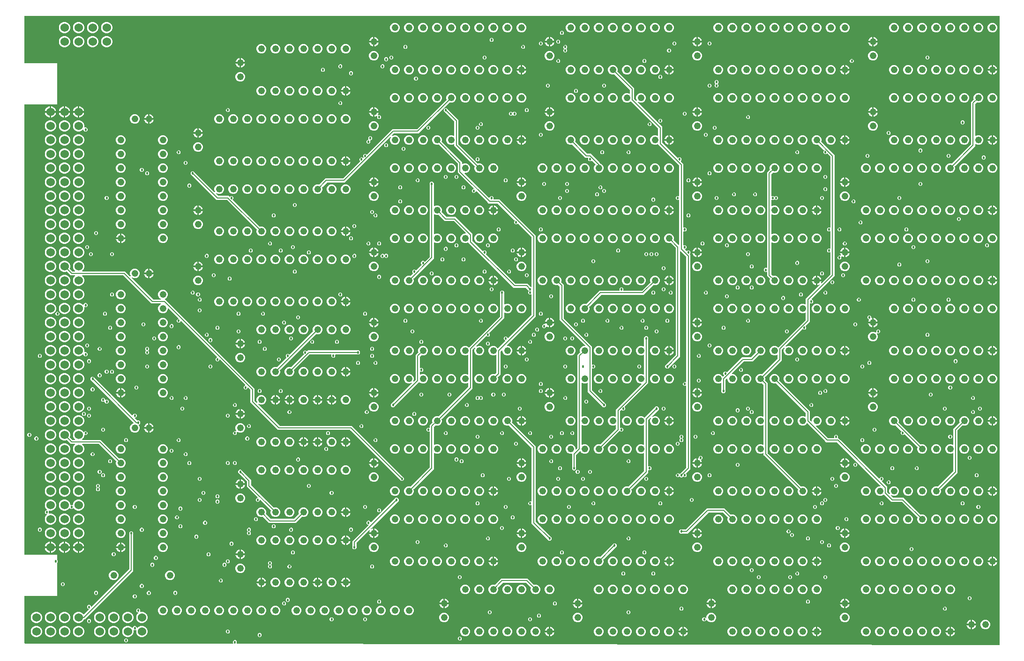
<source format=gbr>
G04 EAGLE Gerber RS-274X export*
G75*
%MOMM*%
%FSLAX34Y34*%
%LPD*%
%INCopper Layer 15*%
%IPPOS*%
%AMOC8*
5,1,8,0,0,1.08239X$1,22.5*%
G01*
%ADD10C,1.219200*%
%ADD11C,1.524000*%
%ADD12C,0.127000*%
%ADD13C,0.457200*%

G36*
X1765319Y538D02*
X1765319Y538D01*
X1765339Y535D01*
X1765440Y557D01*
X1765541Y574D01*
X1765560Y583D01*
X1765580Y588D01*
X1765668Y640D01*
X1765759Y688D01*
X1765773Y703D01*
X1765791Y714D01*
X1765858Y792D01*
X1765929Y866D01*
X1765937Y885D01*
X1765951Y901D01*
X1765989Y996D01*
X1766033Y1089D01*
X1766035Y1110D01*
X1766043Y1129D01*
X1766061Y1296D01*
X1766061Y1138328D01*
X1766058Y1138348D01*
X1766060Y1138367D01*
X1766038Y1138469D01*
X1766022Y1138571D01*
X1766012Y1138588D01*
X1766008Y1138608D01*
X1765955Y1138697D01*
X1765906Y1138788D01*
X1765892Y1138802D01*
X1765882Y1138819D01*
X1765803Y1138886D01*
X1765728Y1138958D01*
X1765710Y1138966D01*
X1765695Y1138979D01*
X1765599Y1139018D01*
X1765505Y1139061D01*
X1765485Y1139063D01*
X1765467Y1139071D01*
X1765300Y1139089D01*
X4572Y1139089D01*
X4552Y1139086D01*
X4533Y1139088D01*
X4431Y1139066D01*
X4329Y1139050D01*
X4312Y1139040D01*
X4292Y1139036D01*
X4203Y1138983D01*
X4112Y1138934D01*
X4098Y1138920D01*
X4081Y1138910D01*
X4014Y1138831D01*
X3942Y1138756D01*
X3934Y1138738D01*
X3921Y1138723D01*
X3882Y1138627D01*
X3839Y1138533D01*
X3837Y1138513D01*
X3829Y1138495D01*
X3811Y1138328D01*
X3811Y1054100D01*
X3814Y1054082D01*
X3812Y1054065D01*
X3812Y1054063D01*
X3812Y1054061D01*
X3834Y1053959D01*
X3850Y1053857D01*
X3860Y1053840D01*
X3864Y1053820D01*
X3917Y1053731D01*
X3966Y1053640D01*
X3980Y1053626D01*
X3990Y1053609D01*
X4069Y1053542D01*
X4144Y1053471D01*
X4162Y1053462D01*
X4177Y1053449D01*
X4273Y1053410D01*
X4367Y1053367D01*
X4387Y1053365D01*
X4405Y1053357D01*
X4572Y1053339D01*
X62739Y1053339D01*
X62739Y978661D01*
X4572Y978661D01*
X4552Y978658D01*
X4533Y978660D01*
X4431Y978638D01*
X4329Y978622D01*
X4312Y978612D01*
X4292Y978608D01*
X4203Y978555D01*
X4112Y978506D01*
X4098Y978492D01*
X4081Y978482D01*
X4014Y978403D01*
X3942Y978328D01*
X3934Y978310D01*
X3921Y978295D01*
X3882Y978199D01*
X3839Y978105D01*
X3837Y978085D01*
X3829Y978067D01*
X3811Y977900D01*
X3811Y165100D01*
X3814Y165080D01*
X3812Y165061D01*
X3834Y164959D01*
X3850Y164857D01*
X3860Y164840D01*
X3864Y164820D01*
X3917Y164731D01*
X3966Y164640D01*
X3980Y164626D01*
X3990Y164609D01*
X4069Y164542D01*
X4144Y164471D01*
X4162Y164462D01*
X4177Y164449D01*
X4273Y164410D01*
X4367Y164367D01*
X4387Y164365D01*
X4405Y164357D01*
X4572Y164339D01*
X62739Y164339D01*
X62739Y155332D01*
X62754Y155241D01*
X62761Y155151D01*
X62773Y155121D01*
X62779Y155089D01*
X62821Y155008D01*
X62857Y154924D01*
X62883Y154892D01*
X62894Y154871D01*
X62917Y154849D01*
X62962Y154793D01*
X63882Y153873D01*
X63882Y150927D01*
X62962Y150007D01*
X62909Y149933D01*
X62849Y149863D01*
X62837Y149833D01*
X62818Y149807D01*
X62791Y149720D01*
X62757Y149635D01*
X62753Y149594D01*
X62746Y149572D01*
X62747Y149540D01*
X62739Y149468D01*
X62739Y89661D01*
X4572Y89661D01*
X4552Y89658D01*
X4533Y89660D01*
X4431Y89638D01*
X4329Y89621D01*
X4312Y89612D01*
X4292Y89608D01*
X4203Y89555D01*
X4112Y89506D01*
X4098Y89492D01*
X4081Y89482D01*
X4014Y89403D01*
X3942Y89328D01*
X3934Y89310D01*
X3921Y89295D01*
X3882Y89199D01*
X3839Y89105D01*
X3837Y89085D01*
X3829Y89067D01*
X3811Y88900D01*
X3811Y4563D01*
X3814Y4545D01*
X3812Y4525D01*
X3834Y4423D01*
X3850Y4321D01*
X3859Y4304D01*
X3864Y4285D01*
X3917Y4195D01*
X3966Y4103D01*
X3979Y4090D01*
X3989Y4074D01*
X4068Y4006D01*
X4144Y3934D01*
X4161Y3926D01*
X4176Y3913D01*
X4272Y3874D01*
X4367Y3830D01*
X4386Y3828D01*
X4404Y3821D01*
X4571Y3802D01*
X380551Y3104D01*
X380623Y3116D01*
X380695Y3118D01*
X380743Y3135D01*
X380794Y3144D01*
X380858Y3178D01*
X380926Y3202D01*
X380966Y3234D01*
X381012Y3258D01*
X381062Y3311D01*
X381118Y3356D01*
X381146Y3399D01*
X381181Y3436D01*
X381212Y3502D01*
X381251Y3563D01*
X381264Y3613D01*
X381286Y3659D01*
X381294Y3731D01*
X381311Y3801D01*
X381307Y3853D01*
X381313Y3904D01*
X381298Y3975D01*
X381292Y4047D01*
X381272Y4094D01*
X381261Y4144D01*
X381224Y4206D01*
X381196Y4273D01*
X381152Y4328D01*
X381135Y4356D01*
X381117Y4371D01*
X381091Y4404D01*
X380618Y4877D01*
X380618Y7823D01*
X382702Y9907D01*
X385648Y9907D01*
X387732Y7823D01*
X387732Y4877D01*
X387246Y4391D01*
X387204Y4333D01*
X387155Y4281D01*
X387133Y4234D01*
X387102Y4191D01*
X387081Y4123D01*
X387051Y4059D01*
X387045Y4006D01*
X387030Y3956D01*
X387031Y3885D01*
X387023Y3814D01*
X387035Y3763D01*
X387036Y3710D01*
X387060Y3643D01*
X387075Y3574D01*
X387102Y3528D01*
X387120Y3479D01*
X387165Y3423D01*
X387201Y3362D01*
X387241Y3328D01*
X387274Y3287D01*
X387334Y3248D01*
X387388Y3202D01*
X387437Y3182D01*
X387481Y3154D01*
X387550Y3136D01*
X387616Y3110D01*
X387688Y3102D01*
X387720Y3094D01*
X387742Y3095D01*
X387782Y3091D01*
X1765299Y534D01*
X1765319Y538D01*
G37*
%LPC*%
G36*
X849182Y473963D02*
X849182Y473963D01*
X846008Y475278D01*
X843578Y477708D01*
X842263Y480882D01*
X842263Y484318D01*
X843578Y487492D01*
X846008Y489922D01*
X849182Y491237D01*
X852618Y491237D01*
X853357Y490931D01*
X853470Y490904D01*
X853584Y490876D01*
X853590Y490876D01*
X853596Y490875D01*
X853713Y490886D01*
X853829Y490895D01*
X853835Y490897D01*
X853841Y490898D01*
X853948Y490946D01*
X854055Y490991D01*
X854061Y490996D01*
X854066Y490998D01*
X854079Y491010D01*
X854186Y491096D01*
X856518Y493428D01*
X856571Y493502D01*
X856631Y493571D01*
X856643Y493601D01*
X856662Y493628D01*
X856689Y493715D01*
X856723Y493799D01*
X856727Y493840D01*
X856734Y493863D01*
X856733Y493895D01*
X856741Y493966D01*
X856741Y525332D01*
X856734Y525377D01*
X856736Y525423D01*
X856714Y525498D01*
X856702Y525575D01*
X856680Y525615D01*
X856667Y525659D01*
X856623Y525723D01*
X856586Y525792D01*
X856553Y525824D01*
X856527Y525861D01*
X856464Y525908D01*
X856408Y525961D01*
X856366Y525981D01*
X856330Y526008D01*
X856256Y526032D01*
X856185Y526065D01*
X856139Y526070D01*
X856096Y526084D01*
X856018Y526084D01*
X855941Y526092D01*
X855896Y526082D01*
X855850Y526082D01*
X855718Y526044D01*
X855700Y526040D01*
X855696Y526037D01*
X855689Y526035D01*
X852618Y524763D01*
X849182Y524763D01*
X846008Y526078D01*
X843578Y528508D01*
X842263Y531682D01*
X842263Y535118D01*
X843578Y538292D01*
X846008Y540722D01*
X849182Y542037D01*
X852618Y542037D01*
X855792Y540722D01*
X858222Y538292D01*
X858338Y538011D01*
X858362Y537972D01*
X858378Y537929D01*
X858427Y537868D01*
X858468Y537802D01*
X858503Y537773D01*
X858532Y537737D01*
X858597Y537695D01*
X858657Y537646D01*
X858700Y537629D01*
X858739Y537604D01*
X858814Y537585D01*
X858887Y537557D01*
X858933Y537555D01*
X858977Y537544D01*
X859055Y537550D01*
X859133Y537547D01*
X859177Y537560D01*
X859223Y537563D01*
X859294Y537594D01*
X859369Y537615D01*
X859407Y537642D01*
X859449Y537660D01*
X859556Y537745D01*
X859571Y537756D01*
X859574Y537760D01*
X859580Y537764D01*
X872584Y550769D01*
X872626Y550827D01*
X872675Y550879D01*
X872697Y550926D01*
X872728Y550968D01*
X872749Y551037D01*
X872779Y551102D01*
X872785Y551154D01*
X872800Y551204D01*
X872798Y551275D01*
X872806Y551346D01*
X872795Y551397D01*
X872794Y551449D01*
X872769Y551517D01*
X872754Y551587D01*
X872727Y551631D01*
X872709Y551680D01*
X872664Y551736D01*
X872628Y551798D01*
X872588Y551832D01*
X872556Y551872D01*
X872495Y551911D01*
X872441Y551958D01*
X872392Y551977D01*
X872349Y552005D01*
X872279Y552023D01*
X872213Y552050D01*
X872141Y552058D01*
X872110Y552066D01*
X872087Y552064D01*
X872046Y552068D01*
X871652Y552068D01*
X869568Y554152D01*
X869568Y557098D01*
X871652Y559182D01*
X874598Y559182D01*
X876682Y557098D01*
X876682Y556704D01*
X876693Y556633D01*
X876695Y556562D01*
X876713Y556513D01*
X876721Y556461D01*
X876755Y556398D01*
X876780Y556331D01*
X876812Y556290D01*
X876837Y556244D01*
X876889Y556195D01*
X876933Y556139D01*
X876977Y556110D01*
X877015Y556075D01*
X877080Y556044D01*
X877140Y556006D01*
X877191Y555993D01*
X877238Y555971D01*
X877309Y555963D01*
X877379Y555946D01*
X877431Y555950D01*
X877482Y555944D01*
X877553Y555959D01*
X877624Y555965D01*
X877672Y555985D01*
X877723Y555996D01*
X877784Y556033D01*
X877850Y556061D01*
X877906Y556106D01*
X877934Y556122D01*
X877949Y556140D01*
X877981Y556166D01*
X920018Y598203D01*
X920071Y598277D01*
X920131Y598346D01*
X920143Y598376D01*
X920162Y598403D01*
X920189Y598490D01*
X920223Y598574D01*
X920227Y598615D01*
X920234Y598638D01*
X920233Y598670D01*
X920241Y598741D01*
X920241Y633973D01*
X920230Y634044D01*
X920228Y634116D01*
X920210Y634165D01*
X920202Y634216D01*
X920168Y634280D01*
X920143Y634347D01*
X920111Y634388D01*
X920086Y634434D01*
X920035Y634483D01*
X919990Y634539D01*
X919946Y634567D01*
X919908Y634603D01*
X919843Y634633D01*
X919783Y634672D01*
X919732Y634685D01*
X919685Y634707D01*
X919614Y634715D01*
X919544Y634732D01*
X919492Y634728D01*
X919441Y634734D01*
X919370Y634718D01*
X919299Y634713D01*
X919251Y634693D01*
X919200Y634681D01*
X919139Y634645D01*
X919077Y634618D01*
X916102Y634618D01*
X914018Y636702D01*
X914018Y639648D01*
X915092Y640722D01*
X915104Y640738D01*
X915119Y640751D01*
X915175Y640838D01*
X915235Y640922D01*
X915241Y640941D01*
X915252Y640957D01*
X915277Y641058D01*
X915308Y641157D01*
X915307Y641177D01*
X915312Y641196D01*
X915304Y641299D01*
X915301Y641403D01*
X915295Y641421D01*
X915293Y641441D01*
X915253Y641536D01*
X915217Y641634D01*
X915205Y641649D01*
X915197Y641668D01*
X915092Y641798D01*
X909922Y646968D01*
X909848Y647021D01*
X909779Y647081D01*
X909749Y647093D01*
X909722Y647112D01*
X909635Y647139D01*
X909551Y647173D01*
X909510Y647177D01*
X909487Y647184D01*
X909455Y647183D01*
X909384Y647191D01*
X887474Y647191D01*
X805904Y728762D01*
X805902Y728775D01*
X805880Y728815D01*
X805867Y728859D01*
X805823Y728923D01*
X805786Y728992D01*
X805753Y729024D01*
X805727Y729061D01*
X805664Y729108D01*
X805608Y729161D01*
X805566Y729181D01*
X805530Y729208D01*
X805456Y729232D01*
X805385Y729265D01*
X805339Y729270D01*
X805296Y729284D01*
X805218Y729284D01*
X805141Y729292D01*
X805096Y729282D01*
X805050Y729282D01*
X804918Y729244D01*
X804900Y729240D01*
X804896Y729237D01*
X804889Y729235D01*
X801818Y727963D01*
X798382Y727963D01*
X795208Y729278D01*
X792778Y731708D01*
X791463Y734882D01*
X791463Y738318D01*
X792778Y741492D01*
X795208Y743922D01*
X798382Y745237D01*
X800291Y745237D01*
X800362Y745248D01*
X800433Y745250D01*
X800482Y745268D01*
X800534Y745276D01*
X800597Y745310D01*
X800664Y745335D01*
X800705Y745367D01*
X800751Y745392D01*
X800800Y745443D01*
X800856Y745488D01*
X800885Y745532D01*
X800920Y745570D01*
X800951Y745635D01*
X800989Y745695D01*
X801002Y745746D01*
X801024Y745793D01*
X801032Y745864D01*
X801049Y745934D01*
X801045Y745986D01*
X801051Y746037D01*
X801036Y746108D01*
X801030Y746179D01*
X801010Y746227D01*
X800999Y746278D01*
X800962Y746339D01*
X800934Y746405D01*
X800889Y746461D01*
X800873Y746489D01*
X800855Y746504D01*
X800829Y746536D01*
X779747Y767618D01*
X779673Y767671D01*
X779604Y767731D01*
X779574Y767743D01*
X779547Y767762D01*
X779460Y767789D01*
X779376Y767823D01*
X779335Y767827D01*
X779312Y767834D01*
X779280Y767833D01*
X779209Y767841D01*
X763649Y767841D01*
X752586Y778904D01*
X752492Y778972D01*
X752398Y779042D01*
X752391Y779044D01*
X752386Y779048D01*
X752276Y779082D01*
X752164Y779118D01*
X752157Y779118D01*
X752151Y779120D01*
X752035Y779117D01*
X751918Y779116D01*
X751911Y779114D01*
X751905Y779114D01*
X751888Y779107D01*
X751757Y779069D01*
X751018Y778763D01*
X747582Y778763D01*
X744511Y780035D01*
X744467Y780046D01*
X744425Y780065D01*
X744348Y780074D01*
X744272Y780091D01*
X744226Y780087D01*
X744181Y780092D01*
X744104Y780076D01*
X744027Y780068D01*
X743985Y780050D01*
X743940Y780040D01*
X743873Y780000D01*
X743802Y779968D01*
X743768Y779937D01*
X743729Y779914D01*
X743678Y779855D01*
X743621Y779802D01*
X743599Y779762D01*
X743569Y779727D01*
X743540Y779655D01*
X743503Y779586D01*
X743494Y779541D01*
X743477Y779499D01*
X743462Y779363D01*
X743459Y779344D01*
X743460Y779339D01*
X743459Y779332D01*
X743459Y744668D01*
X743466Y744623D01*
X743464Y744577D01*
X743486Y744502D01*
X743498Y744425D01*
X743520Y744385D01*
X743533Y744341D01*
X743577Y744277D01*
X743614Y744208D01*
X743647Y744176D01*
X743673Y744139D01*
X743736Y744092D01*
X743792Y744039D01*
X743834Y744019D01*
X743870Y743992D01*
X743944Y743968D01*
X744015Y743935D01*
X744061Y743930D01*
X744104Y743916D01*
X744182Y743916D01*
X744259Y743908D01*
X744304Y743918D01*
X744350Y743918D01*
X744482Y743956D01*
X744500Y743960D01*
X744504Y743963D01*
X744511Y743965D01*
X747582Y745237D01*
X751018Y745237D01*
X754192Y743922D01*
X756622Y741492D01*
X757937Y738318D01*
X757937Y734882D01*
X756622Y731708D01*
X754192Y729278D01*
X751018Y727963D01*
X747582Y727963D01*
X744511Y729235D01*
X744467Y729246D01*
X744425Y729265D01*
X744348Y729274D01*
X744272Y729291D01*
X744226Y729287D01*
X744181Y729292D01*
X744104Y729276D01*
X744027Y729268D01*
X743985Y729250D01*
X743940Y729240D01*
X743873Y729200D01*
X743802Y729168D01*
X743768Y729137D01*
X743729Y729114D01*
X743678Y729055D01*
X743621Y729002D01*
X743599Y728962D01*
X743569Y728927D01*
X743540Y728855D01*
X743503Y728786D01*
X743494Y728741D01*
X743477Y728699D01*
X743462Y728563D01*
X743459Y728544D01*
X743460Y728539D01*
X743459Y728532D01*
X743459Y700149D01*
X706996Y663686D01*
X706928Y663592D01*
X706858Y663498D01*
X706856Y663491D01*
X706852Y663486D01*
X706818Y663375D01*
X706782Y663264D01*
X706782Y663257D01*
X706780Y663251D01*
X706783Y663135D01*
X706784Y663018D01*
X706786Y663011D01*
X706786Y663005D01*
X706793Y662988D01*
X706831Y662857D01*
X707137Y662118D01*
X707137Y658682D01*
X705822Y655508D01*
X703392Y653078D01*
X700218Y651763D01*
X696782Y651763D01*
X693608Y653078D01*
X691178Y655508D01*
X689863Y658682D01*
X689863Y662118D01*
X691178Y665292D01*
X693608Y667722D01*
X696782Y669037D01*
X700218Y669037D01*
X700957Y668731D01*
X701070Y668704D01*
X701184Y668676D01*
X701190Y668676D01*
X701196Y668675D01*
X701313Y668686D01*
X701429Y668695D01*
X701435Y668697D01*
X701441Y668698D01*
X701548Y668746D01*
X701655Y668791D01*
X701661Y668796D01*
X701666Y668798D01*
X701679Y668810D01*
X701786Y668896D01*
X705542Y672652D01*
X705554Y672668D01*
X705569Y672680D01*
X705625Y672767D01*
X705685Y672851D01*
X705691Y672870D01*
X705702Y672887D01*
X705727Y672988D01*
X705758Y673086D01*
X705757Y673106D01*
X705762Y673126D01*
X705754Y673229D01*
X705751Y673332D01*
X705745Y673351D01*
X705743Y673371D01*
X705703Y673466D01*
X705667Y673563D01*
X705655Y673579D01*
X705647Y673597D01*
X705542Y673728D01*
X704468Y674802D01*
X704468Y677748D01*
X706552Y679832D01*
X709498Y679832D01*
X710572Y678758D01*
X710588Y678746D01*
X710601Y678731D01*
X710688Y678675D01*
X710772Y678615D01*
X710791Y678609D01*
X710807Y678598D01*
X710908Y678573D01*
X711007Y678542D01*
X711027Y678543D01*
X711046Y678538D01*
X711149Y678546D01*
X711253Y678549D01*
X711271Y678555D01*
X711291Y678557D01*
X711386Y678597D01*
X711484Y678633D01*
X711499Y678645D01*
X711518Y678653D01*
X711648Y678758D01*
X721417Y688527D01*
X721429Y688543D01*
X721444Y688555D01*
X721500Y688643D01*
X721560Y688726D01*
X721566Y688745D01*
X721577Y688762D01*
X721602Y688863D01*
X721633Y688961D01*
X721632Y688981D01*
X721637Y689001D01*
X721629Y689104D01*
X721626Y689207D01*
X721620Y689226D01*
X721618Y689246D01*
X721578Y689341D01*
X721542Y689438D01*
X721530Y689454D01*
X721522Y689472D01*
X721417Y689603D01*
X720343Y690677D01*
X720343Y693623D01*
X722427Y695707D01*
X725373Y695707D01*
X726447Y694633D01*
X726463Y694621D01*
X726476Y694606D01*
X726563Y694550D01*
X726647Y694490D01*
X726666Y694484D01*
X726682Y694473D01*
X726783Y694448D01*
X726882Y694417D01*
X726902Y694418D01*
X726921Y694413D01*
X727024Y694421D01*
X727128Y694424D01*
X727146Y694430D01*
X727166Y694432D01*
X727261Y694472D01*
X727359Y694508D01*
X727374Y694520D01*
X727393Y694528D01*
X727523Y694633D01*
X735868Y702978D01*
X735921Y703052D01*
X735981Y703121D01*
X735993Y703151D01*
X736012Y703178D01*
X736039Y703265D01*
X736073Y703349D01*
X736077Y703390D01*
X736084Y703413D01*
X736083Y703445D01*
X736091Y703516D01*
X736091Y836551D01*
X738249Y838709D01*
X741301Y838709D01*
X743459Y836551D01*
X743459Y795468D01*
X743466Y795423D01*
X743464Y795377D01*
X743486Y795302D01*
X743498Y795225D01*
X743520Y795185D01*
X743533Y795141D01*
X743577Y795077D01*
X743614Y795008D01*
X743647Y794976D01*
X743673Y794939D01*
X743736Y794892D01*
X743792Y794839D01*
X743834Y794819D01*
X743870Y794792D01*
X743944Y794768D01*
X744015Y794735D01*
X744061Y794730D01*
X744104Y794716D01*
X744182Y794716D01*
X744259Y794708D01*
X744304Y794718D01*
X744350Y794718D01*
X744482Y794756D01*
X744500Y794760D01*
X744504Y794763D01*
X744511Y794765D01*
X747582Y796037D01*
X751018Y796037D01*
X754192Y794722D01*
X756622Y792292D01*
X757937Y789118D01*
X757937Y785682D01*
X757631Y784943D01*
X757604Y784830D01*
X757576Y784716D01*
X757576Y784710D01*
X757575Y784704D01*
X757586Y784587D01*
X757595Y784471D01*
X757597Y784465D01*
X757598Y784459D01*
X757646Y784351D01*
X757691Y784245D01*
X757696Y784239D01*
X757698Y784234D01*
X757710Y784221D01*
X757796Y784114D01*
X766478Y775432D01*
X766552Y775378D01*
X766621Y775319D01*
X766651Y775307D01*
X766678Y775288D01*
X766765Y775261D01*
X766849Y775227D01*
X766890Y775223D01*
X766913Y775216D01*
X766945Y775217D01*
X767016Y775209D01*
X782576Y775209D01*
X784957Y772828D01*
X813309Y744476D01*
X813309Y732091D01*
X813312Y732073D01*
X813310Y732056D01*
X813324Y731988D01*
X813331Y731910D01*
X813343Y731880D01*
X813348Y731848D01*
X813359Y731828D01*
X813362Y731816D01*
X813392Y731765D01*
X813427Y731684D01*
X813453Y731652D01*
X813464Y731631D01*
X813484Y731612D01*
X813488Y731605D01*
X813495Y731599D01*
X813532Y731553D01*
X831402Y713683D01*
X831418Y713671D01*
X831430Y713656D01*
X831518Y713600D01*
X831601Y713540D01*
X831620Y713534D01*
X831637Y713523D01*
X831738Y713498D01*
X831836Y713467D01*
X831856Y713468D01*
X831876Y713463D01*
X831979Y713471D01*
X832082Y713474D01*
X832101Y713480D01*
X832121Y713482D01*
X832216Y713522D01*
X832313Y713558D01*
X832329Y713570D01*
X832347Y713578D01*
X832478Y713683D01*
X833552Y714757D01*
X836498Y714757D01*
X838582Y712673D01*
X838582Y709727D01*
X837508Y708653D01*
X837496Y708637D01*
X837481Y708624D01*
X837425Y708537D01*
X837365Y708453D01*
X837359Y708434D01*
X837348Y708418D01*
X837323Y708317D01*
X837292Y708218D01*
X837293Y708198D01*
X837288Y708179D01*
X837296Y708076D01*
X837299Y707972D01*
X837305Y707954D01*
X837307Y707934D01*
X837347Y707839D01*
X837383Y707741D01*
X837395Y707726D01*
X837403Y707707D01*
X837508Y707577D01*
X890303Y654782D01*
X890377Y654728D01*
X890446Y654669D01*
X890476Y654657D01*
X890503Y654638D01*
X890590Y654611D01*
X890674Y654577D01*
X890715Y654573D01*
X890738Y654566D01*
X890770Y654567D01*
X890841Y654559D01*
X912751Y654559D01*
X915132Y652178D01*
X918942Y648368D01*
X919000Y648326D01*
X919052Y648277D01*
X919099Y648255D01*
X919141Y648224D01*
X919210Y648203D01*
X919275Y648173D01*
X919327Y648167D01*
X919377Y648152D01*
X919448Y648154D01*
X919519Y648146D01*
X919570Y648157D01*
X919622Y648158D01*
X919690Y648183D01*
X919760Y648198D01*
X919805Y648225D01*
X919853Y648243D01*
X919909Y648288D01*
X919971Y648324D01*
X920005Y648364D01*
X920045Y648396D01*
X920084Y648457D01*
X920131Y648511D01*
X920150Y648560D01*
X920178Y648603D01*
X920196Y648673D01*
X920223Y648739D01*
X920231Y648811D01*
X920239Y648842D01*
X920237Y648865D01*
X920241Y648906D01*
X920241Y737934D01*
X920227Y738024D01*
X920219Y738115D01*
X920207Y738145D01*
X920202Y738177D01*
X920159Y738257D01*
X920123Y738341D01*
X920097Y738373D01*
X920086Y738394D01*
X920063Y738416D01*
X920018Y738472D01*
X895798Y762692D01*
X895782Y762704D01*
X895770Y762719D01*
X895682Y762775D01*
X895599Y762835D01*
X895580Y762841D01*
X895563Y762852D01*
X895462Y762877D01*
X895364Y762908D01*
X895344Y762907D01*
X895324Y762912D01*
X895221Y762904D01*
X895118Y762901D01*
X895099Y762895D01*
X895079Y762893D01*
X894984Y762853D01*
X894887Y762817D01*
X894871Y762805D01*
X894853Y762797D01*
X894722Y762692D01*
X893648Y761618D01*
X890702Y761618D01*
X888618Y763702D01*
X888618Y766648D01*
X889692Y767722D01*
X889704Y767738D01*
X889719Y767751D01*
X889775Y767838D01*
X889835Y767922D01*
X889841Y767941D01*
X889852Y767957D01*
X889877Y768058D01*
X889908Y768157D01*
X889907Y768177D01*
X889912Y768196D01*
X889904Y768299D01*
X889901Y768403D01*
X889895Y768421D01*
X889893Y768441D01*
X889853Y768536D01*
X889817Y768634D01*
X889805Y768649D01*
X889797Y768668D01*
X889692Y768798D01*
X859122Y799368D01*
X859048Y799421D01*
X858979Y799481D01*
X858949Y799493D01*
X858922Y799512D01*
X858835Y799539D01*
X858751Y799573D01*
X858710Y799577D01*
X858687Y799584D01*
X858655Y799583D01*
X858584Y799591D01*
X843024Y799591D01*
X840643Y801972D01*
X820831Y821784D01*
X820773Y821826D01*
X820721Y821875D01*
X820674Y821897D01*
X820632Y821928D01*
X820563Y821949D01*
X820498Y821979D01*
X820446Y821985D01*
X820396Y822000D01*
X820325Y821998D01*
X820254Y822006D01*
X820203Y821995D01*
X820151Y821994D01*
X820083Y821969D01*
X820013Y821954D01*
X819968Y821927D01*
X819920Y821909D01*
X819864Y821864D01*
X819802Y821828D01*
X819768Y821788D01*
X819728Y821756D01*
X819689Y821695D01*
X819642Y821641D01*
X819623Y821592D01*
X819595Y821549D01*
X819577Y821479D01*
X819550Y821413D01*
X819542Y821341D01*
X819534Y821310D01*
X819536Y821287D01*
X819532Y821246D01*
X819532Y820852D01*
X817448Y818768D01*
X814502Y818768D01*
X812418Y820852D01*
X812418Y823798D01*
X814502Y825882D01*
X814896Y825882D01*
X814967Y825893D01*
X815038Y825895D01*
X815087Y825913D01*
X815139Y825921D01*
X815202Y825955D01*
X815269Y825980D01*
X815310Y826012D01*
X815356Y826037D01*
X815405Y826089D01*
X815461Y826133D01*
X815490Y826177D01*
X815525Y826215D01*
X815556Y826280D01*
X815594Y826340D01*
X815607Y826391D01*
X815629Y826438D01*
X815637Y826509D01*
X815654Y826579D01*
X815650Y826631D01*
X815656Y826682D01*
X815641Y826753D01*
X815635Y826824D01*
X815615Y826872D01*
X815604Y826923D01*
X815567Y826984D01*
X815539Y827050D01*
X815494Y827106D01*
X815478Y827134D01*
X815460Y827149D01*
X815434Y827181D01*
X786891Y855724D01*
X786891Y871284D01*
X786877Y871374D01*
X786869Y871465D01*
X786857Y871495D01*
X786852Y871527D01*
X786809Y871607D01*
X786773Y871691D01*
X786747Y871723D01*
X786736Y871744D01*
X786713Y871766D01*
X786668Y871822D01*
X752586Y905904D01*
X752492Y905972D01*
X752398Y906042D01*
X752391Y906044D01*
X752386Y906048D01*
X752276Y906082D01*
X752164Y906118D01*
X752157Y906118D01*
X752151Y906120D01*
X752035Y906117D01*
X751918Y906116D01*
X751911Y906114D01*
X751905Y906114D01*
X751888Y906107D01*
X751757Y906069D01*
X751018Y905763D01*
X747582Y905763D01*
X744408Y907078D01*
X741978Y909508D01*
X740663Y912682D01*
X740663Y916118D01*
X741978Y919292D01*
X744408Y921722D01*
X747582Y923037D01*
X751018Y923037D01*
X754192Y921722D01*
X756622Y919292D01*
X757937Y916118D01*
X757937Y912682D01*
X757631Y911943D01*
X757604Y911830D01*
X757576Y911716D01*
X757576Y911710D01*
X757575Y911704D01*
X757586Y911587D01*
X757595Y911471D01*
X757597Y911465D01*
X757598Y911459D01*
X757646Y911352D01*
X757691Y911245D01*
X757696Y911239D01*
X757698Y911234D01*
X757710Y911221D01*
X757796Y911114D01*
X794259Y874651D01*
X794259Y871668D01*
X794266Y871623D01*
X794264Y871577D01*
X794286Y871502D01*
X794298Y871425D01*
X794320Y871385D01*
X794333Y871341D01*
X794377Y871277D01*
X794414Y871208D01*
X794447Y871176D01*
X794473Y871139D01*
X794536Y871092D01*
X794592Y871039D01*
X794634Y871019D01*
X794670Y870992D01*
X794744Y870968D01*
X794815Y870935D01*
X794861Y870930D01*
X794904Y870916D01*
X794982Y870916D01*
X795059Y870908D01*
X795104Y870918D01*
X795150Y870918D01*
X795282Y870956D01*
X795300Y870960D01*
X795304Y870963D01*
X795311Y870965D01*
X798382Y872237D01*
X801818Y872237D01*
X804992Y870922D01*
X807422Y868492D01*
X808737Y865318D01*
X808737Y861882D01*
X807422Y858708D01*
X804992Y856278D01*
X801818Y854963D01*
X799909Y854963D01*
X799838Y854952D01*
X799767Y854950D01*
X799718Y854932D01*
X799666Y854924D01*
X799603Y854890D01*
X799536Y854865D01*
X799495Y854833D01*
X799449Y854808D01*
X799400Y854757D01*
X799344Y854712D01*
X799315Y854668D01*
X799280Y854630D01*
X799249Y854565D01*
X799211Y854505D01*
X799198Y854454D01*
X799176Y854407D01*
X799168Y854336D01*
X799151Y854266D01*
X799155Y854214D01*
X799149Y854163D01*
X799164Y854092D01*
X799170Y854021D01*
X799190Y853973D01*
X799201Y853922D01*
X799238Y853861D01*
X799266Y853795D01*
X799311Y853739D01*
X799327Y853711D01*
X799345Y853696D01*
X799371Y853664D01*
X842869Y810166D01*
X842927Y810124D01*
X842979Y810075D01*
X843026Y810053D01*
X843068Y810022D01*
X843137Y810001D01*
X843202Y809971D01*
X843254Y809965D01*
X843304Y809950D01*
X843375Y809952D01*
X843446Y809944D01*
X843497Y809955D01*
X843549Y809956D01*
X843617Y809981D01*
X843687Y809996D01*
X843731Y810023D01*
X843780Y810041D01*
X843836Y810086D01*
X843898Y810122D01*
X843932Y810162D01*
X843972Y810194D01*
X844011Y810255D01*
X844058Y810309D01*
X844077Y810358D01*
X844105Y810401D01*
X844123Y810471D01*
X844150Y810537D01*
X844158Y810609D01*
X844166Y810640D01*
X844164Y810663D01*
X844168Y810704D01*
X844168Y811098D01*
X846252Y813182D01*
X849198Y813182D01*
X851282Y811098D01*
X851282Y808115D01*
X851275Y808101D01*
X851245Y808059D01*
X851224Y807990D01*
X851193Y807925D01*
X851188Y807873D01*
X851172Y807824D01*
X851174Y807752D01*
X851166Y807681D01*
X851177Y807630D01*
X851179Y807578D01*
X851203Y807510D01*
X851219Y807440D01*
X851245Y807395D01*
X851263Y807347D01*
X851308Y807291D01*
X851345Y807229D01*
X851384Y807195D01*
X851417Y807155D01*
X851477Y807116D01*
X851532Y807069D01*
X851580Y807050D01*
X851624Y807022D01*
X851693Y807004D01*
X851760Y806977D01*
X851831Y806969D01*
X851862Y806961D01*
X851886Y806963D01*
X851927Y806959D01*
X861951Y806959D01*
X927609Y741301D01*
X927609Y595374D01*
X875571Y543336D01*
X875529Y543278D01*
X875480Y543226D01*
X875458Y543179D01*
X875427Y543137D01*
X875406Y543068D01*
X875376Y543003D01*
X875370Y542951D01*
X875355Y542901D01*
X875357Y542830D01*
X875349Y542759D01*
X875360Y542708D01*
X875361Y542656D01*
X875386Y542588D01*
X875401Y542518D01*
X875428Y542473D01*
X875446Y542425D01*
X875491Y542369D01*
X875527Y542307D01*
X875567Y542273D01*
X875599Y542233D01*
X875660Y542194D01*
X875714Y542147D01*
X875763Y542128D01*
X875806Y542100D01*
X875876Y542082D01*
X875942Y542055D01*
X876014Y542047D01*
X876045Y542039D01*
X876068Y542041D01*
X876109Y542037D01*
X878018Y542037D01*
X881192Y540722D01*
X883622Y538292D01*
X884937Y535118D01*
X884937Y531682D01*
X883622Y528508D01*
X881192Y526078D01*
X878018Y524763D01*
X874582Y524763D01*
X871408Y526078D01*
X868978Y528508D01*
X867663Y531682D01*
X867663Y533591D01*
X867652Y533662D01*
X867650Y533733D01*
X867632Y533782D01*
X867624Y533834D01*
X867590Y533897D01*
X867565Y533964D01*
X867533Y534005D01*
X867508Y534051D01*
X867456Y534100D01*
X867412Y534156D01*
X867368Y534185D01*
X867330Y534220D01*
X867265Y534251D01*
X867205Y534289D01*
X867154Y534302D01*
X867107Y534324D01*
X867036Y534332D01*
X866966Y534349D01*
X866914Y534345D01*
X866863Y534351D01*
X866792Y534336D01*
X866721Y534330D01*
X866673Y534310D01*
X866622Y534299D01*
X866561Y534262D01*
X866495Y534234D01*
X866439Y534189D01*
X866411Y534173D01*
X866396Y534155D01*
X866364Y534129D01*
X864332Y532097D01*
X864279Y532023D01*
X864219Y531954D01*
X864207Y531924D01*
X864188Y531897D01*
X864161Y531810D01*
X864127Y531726D01*
X864123Y531685D01*
X864116Y531662D01*
X864117Y531630D01*
X864109Y531559D01*
X864109Y490599D01*
X859396Y485886D01*
X859328Y485792D01*
X859258Y485698D01*
X859256Y485691D01*
X859252Y485686D01*
X859218Y485575D01*
X859182Y485464D01*
X859182Y485457D01*
X859180Y485451D01*
X859183Y485335D01*
X859184Y485218D01*
X859186Y485211D01*
X859186Y485205D01*
X859193Y485188D01*
X859231Y485057D01*
X859537Y484318D01*
X859537Y480882D01*
X858222Y477708D01*
X855792Y475278D01*
X852618Y473963D01*
X849182Y473963D01*
G37*
%LPD*%
%LPC*%
G36*
X1189099Y304291D02*
X1189099Y304291D01*
X1187898Y305492D01*
X1187882Y305504D01*
X1187870Y305519D01*
X1187783Y305575D01*
X1187699Y305635D01*
X1187680Y305641D01*
X1187663Y305652D01*
X1187562Y305677D01*
X1187464Y305708D01*
X1187444Y305707D01*
X1187424Y305712D01*
X1187321Y305704D01*
X1187218Y305701D01*
X1187199Y305695D01*
X1187179Y305693D01*
X1187084Y305653D01*
X1186987Y305617D01*
X1186971Y305605D01*
X1186953Y305597D01*
X1186822Y305492D01*
X1185748Y304418D01*
X1182802Y304418D01*
X1180718Y306502D01*
X1180718Y309448D01*
X1182802Y311532D01*
X1185748Y311532D01*
X1186822Y310458D01*
X1186838Y310446D01*
X1186851Y310431D01*
X1186938Y310375D01*
X1187022Y310315D01*
X1187041Y310309D01*
X1187057Y310298D01*
X1187158Y310273D01*
X1187257Y310242D01*
X1187277Y310243D01*
X1187296Y310238D01*
X1187399Y310246D01*
X1187503Y310249D01*
X1187521Y310255D01*
X1187541Y310257D01*
X1187636Y310297D01*
X1187734Y310333D01*
X1187749Y310345D01*
X1187768Y310353D01*
X1187898Y310458D01*
X1199418Y321978D01*
X1199471Y322052D01*
X1199531Y322121D01*
X1199543Y322151D01*
X1199562Y322178D01*
X1199589Y322265D01*
X1199623Y322349D01*
X1199627Y322390D01*
X1199634Y322413D01*
X1199633Y322445D01*
X1199641Y322516D01*
X1199641Y468873D01*
X1199630Y468944D01*
X1199628Y469016D01*
X1199610Y469065D01*
X1199602Y469116D01*
X1199568Y469180D01*
X1199543Y469247D01*
X1199511Y469288D01*
X1199486Y469334D01*
X1199435Y469383D01*
X1199390Y469439D01*
X1199346Y469467D01*
X1199308Y469503D01*
X1199243Y469533D01*
X1199183Y469572D01*
X1199132Y469585D01*
X1199085Y469607D01*
X1199014Y469615D01*
X1198944Y469632D01*
X1198892Y469628D01*
X1198841Y469634D01*
X1198770Y469618D01*
X1198699Y469613D01*
X1198651Y469593D01*
X1198600Y469581D01*
X1198539Y469545D01*
X1198477Y469518D01*
X1195502Y469518D01*
X1193418Y471602D01*
X1193418Y474548D01*
X1195502Y476632D01*
X1198485Y476632D01*
X1198499Y476625D01*
X1198541Y476595D01*
X1198610Y476574D01*
X1198675Y476543D01*
X1198727Y476538D01*
X1198776Y476522D01*
X1198848Y476524D01*
X1198919Y476516D01*
X1198970Y476527D01*
X1199022Y476529D01*
X1199090Y476553D01*
X1199160Y476569D01*
X1199205Y476595D01*
X1199253Y476613D01*
X1199309Y476658D01*
X1199371Y476695D01*
X1199405Y476734D01*
X1199445Y476767D01*
X1199484Y476827D01*
X1199531Y476882D01*
X1199550Y476930D01*
X1199578Y476974D01*
X1199596Y477043D01*
X1199623Y477110D01*
X1199631Y477181D01*
X1199639Y477212D01*
X1199637Y477236D01*
X1199641Y477277D01*
X1199641Y703009D01*
X1199627Y703099D01*
X1199619Y703190D01*
X1199607Y703220D01*
X1199602Y703252D01*
X1199559Y703332D01*
X1199523Y703416D01*
X1199497Y703448D01*
X1199486Y703469D01*
X1199463Y703491D01*
X1199418Y703547D01*
X1189322Y713643D01*
X1189258Y713707D01*
X1189200Y713749D01*
X1189148Y713798D01*
X1189101Y713820D01*
X1189059Y713851D01*
X1188990Y713872D01*
X1188925Y713902D01*
X1188873Y713908D01*
X1188824Y713923D01*
X1188752Y713921D01*
X1188681Y713929D01*
X1188630Y713918D01*
X1188578Y713917D01*
X1188510Y713892D01*
X1188440Y713877D01*
X1188395Y713850D01*
X1188347Y713832D01*
X1188291Y713788D01*
X1188229Y713751D01*
X1188195Y713711D01*
X1188155Y713679D01*
X1188116Y713618D01*
X1188069Y713564D01*
X1188050Y713515D01*
X1188022Y713472D01*
X1188004Y713402D01*
X1187977Y713336D01*
X1187969Y713265D01*
X1187961Y713233D01*
X1187963Y713210D01*
X1187959Y713169D01*
X1187959Y522349D01*
X1166751Y501141D01*
X1163699Y501141D01*
X1161541Y503299D01*
X1161541Y506351D01*
X1180368Y525178D01*
X1180421Y525252D01*
X1180481Y525321D01*
X1180493Y525351D01*
X1180512Y525378D01*
X1180539Y525465D01*
X1180573Y525549D01*
X1180577Y525590D01*
X1180584Y525613D01*
X1180583Y525645D01*
X1180591Y525716D01*
X1180591Y718884D01*
X1180577Y718974D01*
X1180569Y719065D01*
X1180557Y719095D01*
X1180552Y719127D01*
X1180509Y719207D01*
X1180473Y719291D01*
X1180447Y719323D01*
X1180436Y719344D01*
X1180413Y719366D01*
X1180368Y719422D01*
X1171686Y728104D01*
X1171592Y728172D01*
X1171498Y728242D01*
X1171491Y728244D01*
X1171486Y728248D01*
X1171376Y728282D01*
X1171264Y728318D01*
X1171257Y728318D01*
X1171251Y728320D01*
X1171135Y728317D01*
X1171018Y728316D01*
X1171011Y728314D01*
X1171005Y728314D01*
X1170988Y728307D01*
X1170857Y728269D01*
X1170118Y727963D01*
X1166682Y727963D01*
X1163508Y729278D01*
X1161078Y731708D01*
X1159763Y734882D01*
X1159763Y738318D01*
X1161078Y741492D01*
X1163508Y743922D01*
X1166682Y745237D01*
X1170118Y745237D01*
X1173292Y743922D01*
X1175722Y741492D01*
X1177037Y738318D01*
X1177037Y734882D01*
X1176731Y734143D01*
X1176704Y734030D01*
X1176676Y733916D01*
X1176676Y733910D01*
X1176675Y733904D01*
X1176686Y733787D01*
X1176695Y733671D01*
X1176697Y733665D01*
X1176698Y733659D01*
X1176746Y733552D01*
X1176791Y733445D01*
X1176796Y733439D01*
X1176798Y733434D01*
X1176810Y733421D01*
X1176896Y733314D01*
X1185578Y724632D01*
X1185642Y724568D01*
X1185700Y724526D01*
X1185752Y724477D01*
X1185799Y724455D01*
X1185841Y724424D01*
X1185910Y724403D01*
X1185975Y724373D01*
X1186027Y724367D01*
X1186076Y724352D01*
X1186148Y724354D01*
X1186219Y724346D01*
X1186270Y724357D01*
X1186322Y724358D01*
X1186390Y724383D01*
X1186460Y724398D01*
X1186505Y724425D01*
X1186553Y724443D01*
X1186609Y724487D01*
X1186671Y724524D01*
X1186705Y724564D01*
X1186745Y724596D01*
X1186784Y724657D01*
X1186831Y724711D01*
X1186850Y724760D01*
X1186878Y724803D01*
X1186896Y724873D01*
X1186923Y724939D01*
X1186931Y725010D01*
X1186939Y725042D01*
X1186937Y725065D01*
X1186941Y725106D01*
X1186941Y805423D01*
X1186930Y805494D01*
X1186928Y805566D01*
X1186910Y805615D01*
X1186902Y805666D01*
X1186868Y805730D01*
X1186843Y805797D01*
X1186811Y805838D01*
X1186786Y805884D01*
X1186735Y805933D01*
X1186690Y805989D01*
X1186646Y806017D01*
X1186608Y806053D01*
X1186543Y806083D01*
X1186483Y806122D01*
X1186432Y806135D01*
X1186385Y806157D01*
X1186314Y806165D01*
X1186244Y806182D01*
X1186192Y806178D01*
X1186141Y806184D01*
X1186070Y806168D01*
X1185999Y806163D01*
X1185951Y806143D01*
X1185900Y806131D01*
X1185839Y806095D01*
X1185777Y806068D01*
X1182802Y806068D01*
X1180718Y808152D01*
X1180718Y811098D01*
X1182802Y813182D01*
X1185785Y813182D01*
X1185799Y813175D01*
X1185841Y813145D01*
X1185910Y813124D01*
X1185975Y813093D01*
X1186027Y813088D01*
X1186076Y813072D01*
X1186148Y813074D01*
X1186219Y813066D01*
X1186270Y813077D01*
X1186322Y813079D01*
X1186390Y813103D01*
X1186460Y813119D01*
X1186505Y813145D01*
X1186553Y813163D01*
X1186609Y813208D01*
X1186671Y813245D01*
X1186705Y813284D01*
X1186745Y813317D01*
X1186784Y813377D01*
X1186831Y813432D01*
X1186850Y813480D01*
X1186878Y813524D01*
X1186896Y813593D01*
X1186923Y813660D01*
X1186931Y813731D01*
X1186939Y813762D01*
X1186937Y813786D01*
X1186941Y813827D01*
X1186941Y868109D01*
X1186927Y868199D01*
X1186919Y868290D01*
X1186907Y868320D01*
X1186902Y868352D01*
X1186859Y868432D01*
X1186823Y868516D01*
X1186797Y868548D01*
X1186786Y868569D01*
X1186763Y868591D01*
X1186718Y868647D01*
X1148804Y906562D01*
X1148802Y906575D01*
X1148780Y906615D01*
X1148767Y906659D01*
X1148723Y906723D01*
X1148686Y906792D01*
X1148653Y906824D01*
X1148627Y906861D01*
X1148564Y906908D01*
X1148508Y906961D01*
X1148466Y906981D01*
X1148430Y907008D01*
X1148356Y907032D01*
X1148285Y907065D01*
X1148239Y907070D01*
X1148196Y907084D01*
X1148118Y907084D01*
X1148041Y907092D01*
X1147996Y907082D01*
X1147950Y907082D01*
X1147818Y907044D01*
X1147800Y907040D01*
X1147796Y907037D01*
X1147789Y907035D01*
X1144718Y905763D01*
X1141282Y905763D01*
X1138108Y907078D01*
X1135678Y909508D01*
X1134363Y912682D01*
X1134363Y916118D01*
X1135678Y919292D01*
X1138108Y921722D01*
X1141282Y923037D01*
X1144718Y923037D01*
X1147789Y921765D01*
X1147833Y921754D01*
X1147875Y921735D01*
X1147952Y921726D01*
X1148028Y921709D01*
X1148074Y921713D01*
X1148119Y921708D01*
X1148196Y921724D01*
X1148273Y921732D01*
X1148315Y921750D01*
X1148360Y921760D01*
X1148427Y921800D01*
X1148498Y921832D01*
X1148532Y921863D01*
X1148571Y921886D01*
X1148622Y921945D01*
X1148679Y921998D01*
X1148701Y922038D01*
X1148731Y922073D01*
X1148760Y922145D01*
X1148797Y922214D01*
X1148806Y922259D01*
X1148823Y922301D01*
X1148838Y922437D01*
X1148841Y922456D01*
X1148840Y922461D01*
X1148841Y922468D01*
X1148841Y934784D01*
X1148827Y934874D01*
X1148819Y934965D01*
X1148807Y934995D01*
X1148802Y935027D01*
X1148759Y935107D01*
X1148723Y935191D01*
X1148697Y935223D01*
X1148686Y935244D01*
X1148663Y935266D01*
X1148618Y935322D01*
X1099416Y984525D01*
X1099399Y984536D01*
X1099387Y984552D01*
X1099300Y984608D01*
X1099216Y984668D01*
X1099197Y984674D01*
X1099180Y984685D01*
X1099080Y984710D01*
X1098981Y984741D01*
X1098961Y984740D01*
X1098942Y984745D01*
X1098839Y984737D01*
X1098735Y984734D01*
X1098716Y984727D01*
X1098696Y984726D01*
X1098601Y984686D01*
X1098504Y984650D01*
X1098488Y984637D01*
X1098470Y984630D01*
X1098339Y984525D01*
X1097092Y983278D01*
X1093918Y981963D01*
X1090482Y981963D01*
X1087308Y983278D01*
X1084878Y985708D01*
X1083563Y988882D01*
X1083563Y992318D01*
X1084878Y995492D01*
X1087308Y997922D01*
X1090482Y999237D01*
X1093918Y999237D01*
X1096989Y997965D01*
X1097033Y997954D01*
X1097075Y997935D01*
X1097152Y997926D01*
X1097228Y997909D01*
X1097274Y997913D01*
X1097319Y997908D01*
X1097396Y997924D01*
X1097473Y997932D01*
X1097515Y997950D01*
X1097560Y997960D01*
X1097627Y998000D01*
X1097698Y998032D01*
X1097732Y998063D01*
X1097771Y998086D01*
X1097822Y998145D01*
X1097879Y998198D01*
X1097901Y998238D01*
X1097931Y998273D01*
X1097960Y998345D01*
X1097997Y998414D01*
X1098006Y998459D01*
X1098023Y998501D01*
X1098038Y998637D01*
X1098041Y998656D01*
X1098040Y998661D01*
X1098041Y998668D01*
X1098041Y1004634D01*
X1098039Y1004649D01*
X1098040Y1004663D01*
X1098026Y1004727D01*
X1098019Y1004815D01*
X1098007Y1004845D01*
X1098002Y1004877D01*
X1097988Y1004902D01*
X1097988Y1004903D01*
X1097985Y1004908D01*
X1097959Y1004957D01*
X1097923Y1005041D01*
X1097897Y1005073D01*
X1097886Y1005094D01*
X1097863Y1005116D01*
X1097818Y1005172D01*
X1070086Y1032904D01*
X1069992Y1032972D01*
X1069898Y1033042D01*
X1069891Y1033044D01*
X1069886Y1033048D01*
X1069776Y1033082D01*
X1069664Y1033118D01*
X1069657Y1033118D01*
X1069651Y1033120D01*
X1069535Y1033117D01*
X1069418Y1033116D01*
X1069411Y1033114D01*
X1069405Y1033114D01*
X1069388Y1033107D01*
X1069257Y1033069D01*
X1068518Y1032763D01*
X1065082Y1032763D01*
X1061908Y1034078D01*
X1059478Y1036508D01*
X1058163Y1039682D01*
X1058163Y1043118D01*
X1059478Y1046292D01*
X1061908Y1048722D01*
X1065082Y1050037D01*
X1068518Y1050037D01*
X1071692Y1048722D01*
X1074122Y1046292D01*
X1075437Y1043118D01*
X1075437Y1039682D01*
X1075131Y1038943D01*
X1075104Y1038830D01*
X1075076Y1038716D01*
X1075076Y1038710D01*
X1075075Y1038704D01*
X1075086Y1038587D01*
X1075095Y1038471D01*
X1075097Y1038465D01*
X1075098Y1038459D01*
X1075146Y1038352D01*
X1075191Y1038245D01*
X1075196Y1038239D01*
X1075198Y1038234D01*
X1075210Y1038221D01*
X1075296Y1038114D01*
X1105409Y1008001D01*
X1105409Y989266D01*
X1105423Y989176D01*
X1105431Y989085D01*
X1105443Y989055D01*
X1105448Y989023D01*
X1105491Y988943D01*
X1105527Y988859D01*
X1105553Y988827D01*
X1105564Y988806D01*
X1105587Y988784D01*
X1105632Y988728D01*
X1108722Y985638D01*
X1108801Y985581D01*
X1108876Y985519D01*
X1108901Y985509D01*
X1108922Y985494D01*
X1109015Y985465D01*
X1109106Y985431D01*
X1109132Y985429D01*
X1109157Y985422D01*
X1109254Y985424D01*
X1109351Y985420D01*
X1109377Y985427D01*
X1109403Y985428D01*
X1109494Y985462D01*
X1109588Y985489D01*
X1109609Y985504D01*
X1109634Y985513D01*
X1109710Y985574D01*
X1109790Y985629D01*
X1109805Y985650D01*
X1109826Y985666D01*
X1109878Y985748D01*
X1109936Y985826D01*
X1109945Y985851D01*
X1109959Y985873D01*
X1109982Y985968D01*
X1110013Y986060D01*
X1110012Y986086D01*
X1110019Y986112D01*
X1110011Y986209D01*
X1110010Y986306D01*
X1110001Y986338D01*
X1110000Y986357D01*
X1109987Y986387D01*
X1109964Y986467D01*
X1108963Y988882D01*
X1108963Y992318D01*
X1110278Y995492D01*
X1112708Y997922D01*
X1115882Y999237D01*
X1119318Y999237D01*
X1122492Y997922D01*
X1124922Y995492D01*
X1126237Y992318D01*
X1126237Y988882D01*
X1124922Y985708D01*
X1122492Y983278D01*
X1119318Y981963D01*
X1115882Y981963D01*
X1113467Y982964D01*
X1113372Y982986D01*
X1113279Y983014D01*
X1113253Y983014D01*
X1113228Y983020D01*
X1113131Y983011D01*
X1113033Y983008D01*
X1113009Y982999D01*
X1112983Y982997D01*
X1112894Y982957D01*
X1112802Y982924D01*
X1112782Y982907D01*
X1112758Y982897D01*
X1112687Y982831D01*
X1112610Y982770D01*
X1112596Y982748D01*
X1112577Y982730D01*
X1112530Y982645D01*
X1112477Y982563D01*
X1112471Y982538D01*
X1112458Y982515D01*
X1112441Y982419D01*
X1112417Y982324D01*
X1112419Y982298D01*
X1112415Y982273D01*
X1112429Y982176D01*
X1112437Y982079D01*
X1112447Y982055D01*
X1112451Y982029D01*
X1112495Y981942D01*
X1112533Y981853D01*
X1112553Y981828D01*
X1112562Y981810D01*
X1112586Y981787D01*
X1112638Y981722D01*
X1156209Y938151D01*
X1156209Y909891D01*
X1156223Y909801D01*
X1156231Y909710D01*
X1156243Y909680D01*
X1156248Y909648D01*
X1156291Y909568D01*
X1156327Y909484D01*
X1156353Y909452D01*
X1156364Y909431D01*
X1156387Y909409D01*
X1156432Y909353D01*
X1183827Y881958D01*
X1183843Y881946D01*
X1183855Y881931D01*
X1183943Y881875D01*
X1184026Y881815D01*
X1184045Y881809D01*
X1184062Y881798D01*
X1184163Y881773D01*
X1184261Y881742D01*
X1184281Y881743D01*
X1184301Y881738D01*
X1184404Y881746D01*
X1184507Y881749D01*
X1184526Y881755D01*
X1184546Y881757D01*
X1184641Y881797D01*
X1184738Y881833D01*
X1184754Y881845D01*
X1184772Y881853D01*
X1184903Y881958D01*
X1185977Y883032D01*
X1188923Y883032D01*
X1191007Y880948D01*
X1191007Y878002D01*
X1189933Y876928D01*
X1189921Y876912D01*
X1189906Y876899D01*
X1189850Y876812D01*
X1189790Y876728D01*
X1189784Y876709D01*
X1189773Y876693D01*
X1189748Y876592D01*
X1189717Y876493D01*
X1189718Y876473D01*
X1189713Y876454D01*
X1189721Y876351D01*
X1189724Y876247D01*
X1189730Y876229D01*
X1189732Y876209D01*
X1189772Y876114D01*
X1189808Y876016D01*
X1189820Y876001D01*
X1189828Y875982D01*
X1189933Y875852D01*
X1194309Y871476D01*
X1194309Y756677D01*
X1194320Y756606D01*
X1194322Y756534D01*
X1194340Y756485D01*
X1194348Y756434D01*
X1194382Y756370D01*
X1194407Y756303D01*
X1194439Y756262D01*
X1194464Y756216D01*
X1194515Y756167D01*
X1194560Y756111D01*
X1194604Y756083D01*
X1194642Y756047D01*
X1194707Y756017D01*
X1194767Y755978D01*
X1194818Y755965D01*
X1194865Y755943D01*
X1194936Y755935D01*
X1195006Y755918D01*
X1195058Y755922D01*
X1195109Y755916D01*
X1195180Y755932D01*
X1195251Y755937D01*
X1195299Y755957D01*
X1195350Y755969D01*
X1195411Y756005D01*
X1195473Y756032D01*
X1198448Y756032D01*
X1200532Y753948D01*
X1200532Y751002D01*
X1198448Y748918D01*
X1195465Y748918D01*
X1195451Y748925D01*
X1195409Y748955D01*
X1195340Y748976D01*
X1195275Y749007D01*
X1195223Y749012D01*
X1195174Y749028D01*
X1195102Y749026D01*
X1195031Y749034D01*
X1194980Y749023D01*
X1194928Y749021D01*
X1194860Y748997D01*
X1194790Y748981D01*
X1194745Y748955D01*
X1194697Y748937D01*
X1194641Y748892D01*
X1194579Y748855D01*
X1194545Y748816D01*
X1194505Y748783D01*
X1194466Y748723D01*
X1194419Y748668D01*
X1194400Y748620D01*
X1194372Y748576D01*
X1194354Y748507D01*
X1194327Y748440D01*
X1194319Y748369D01*
X1194311Y748338D01*
X1194313Y748314D01*
X1194309Y748273D01*
X1194309Y724927D01*
X1194320Y724856D01*
X1194322Y724784D01*
X1194340Y724735D01*
X1194348Y724684D01*
X1194382Y724620D01*
X1194407Y724553D01*
X1194439Y724512D01*
X1194464Y724466D01*
X1194515Y724417D01*
X1194560Y724361D01*
X1194604Y724333D01*
X1194642Y724297D01*
X1194707Y724267D01*
X1194767Y724228D01*
X1194818Y724215D01*
X1194865Y724193D01*
X1194936Y724185D01*
X1195006Y724168D01*
X1195058Y724172D01*
X1195109Y724166D01*
X1195180Y724182D01*
X1195251Y724187D01*
X1195299Y724207D01*
X1195350Y724219D01*
X1195411Y724255D01*
X1195473Y724282D01*
X1198448Y724282D01*
X1200532Y722198D01*
X1200532Y719252D01*
X1198448Y717168D01*
X1198054Y717168D01*
X1197983Y717157D01*
X1197912Y717155D01*
X1197863Y717137D01*
X1197811Y717129D01*
X1197748Y717095D01*
X1197681Y717070D01*
X1197640Y717038D01*
X1197594Y717013D01*
X1197545Y716962D01*
X1197489Y716917D01*
X1197460Y716873D01*
X1197425Y716835D01*
X1197394Y716770D01*
X1197356Y716710D01*
X1197343Y716659D01*
X1197321Y716612D01*
X1197313Y716541D01*
X1197296Y716471D01*
X1197300Y716419D01*
X1197294Y716368D01*
X1197309Y716297D01*
X1197315Y716226D01*
X1197335Y716178D01*
X1197346Y716127D01*
X1197383Y716066D01*
X1197411Y716000D01*
X1197456Y715944D01*
X1197472Y715916D01*
X1197490Y715901D01*
X1197516Y715869D01*
X1199702Y713683D01*
X1199718Y713671D01*
X1199730Y713656D01*
X1199818Y713600D01*
X1199901Y713540D01*
X1199920Y713534D01*
X1199937Y713523D01*
X1200038Y713498D01*
X1200136Y713467D01*
X1200156Y713468D01*
X1200176Y713463D01*
X1200279Y713471D01*
X1200382Y713474D01*
X1200401Y713480D01*
X1200421Y713482D01*
X1200516Y713522D01*
X1200613Y713558D01*
X1200629Y713570D01*
X1200647Y713578D01*
X1200778Y713683D01*
X1201852Y714757D01*
X1204798Y714757D01*
X1206882Y712673D01*
X1206882Y709727D01*
X1205808Y708653D01*
X1205796Y708637D01*
X1205781Y708624D01*
X1205725Y708537D01*
X1205665Y708453D01*
X1205659Y708434D01*
X1205648Y708418D01*
X1205623Y708317D01*
X1205592Y708218D01*
X1205593Y708198D01*
X1205588Y708179D01*
X1205596Y708076D01*
X1205599Y707972D01*
X1205605Y707954D01*
X1205607Y707934D01*
X1205647Y707839D01*
X1205683Y707741D01*
X1205695Y707726D01*
X1205703Y707707D01*
X1205808Y707577D01*
X1207009Y706376D01*
X1207009Y319149D01*
X1204628Y316768D01*
X1199458Y311598D01*
X1199446Y311582D01*
X1199431Y311570D01*
X1199375Y311483D01*
X1199315Y311399D01*
X1199309Y311380D01*
X1199298Y311363D01*
X1199273Y311262D01*
X1199242Y311164D01*
X1199243Y311144D01*
X1199238Y311124D01*
X1199246Y311021D01*
X1199249Y310918D01*
X1199255Y310899D01*
X1199257Y310879D01*
X1199297Y310784D01*
X1199333Y310687D01*
X1199345Y310671D01*
X1199353Y310653D01*
X1199458Y310522D01*
X1200532Y309448D01*
X1200532Y306502D01*
X1198448Y304418D01*
X1195502Y304418D01*
X1194428Y305492D01*
X1194412Y305504D01*
X1194399Y305519D01*
X1194312Y305575D01*
X1194228Y305635D01*
X1194209Y305641D01*
X1194193Y305652D01*
X1194092Y305677D01*
X1193993Y305708D01*
X1193973Y305707D01*
X1193954Y305712D01*
X1193851Y305704D01*
X1193747Y305701D01*
X1193729Y305695D01*
X1193709Y305693D01*
X1193614Y305653D01*
X1193516Y305617D01*
X1193501Y305605D01*
X1193482Y305597D01*
X1193352Y305492D01*
X1192151Y304291D01*
X1189099Y304291D01*
G37*
%LPD*%
%LPC*%
G36*
X684274Y297941D02*
X684274Y297941D01*
X592422Y389793D01*
X592348Y389846D01*
X592279Y389906D01*
X592249Y389918D01*
X592222Y389937D01*
X592135Y389964D01*
X592051Y389998D01*
X592010Y390002D01*
X591987Y390009D01*
X591955Y390008D01*
X591884Y390016D01*
X462024Y390016D01*
X412241Y439799D01*
X412241Y461709D01*
X412227Y461799D01*
X412219Y461890D01*
X412207Y461920D01*
X412202Y461952D01*
X412159Y462032D01*
X412123Y462116D01*
X412097Y462148D01*
X412086Y462169D01*
X412063Y462191D01*
X412018Y462247D01*
X408081Y466184D01*
X408023Y466226D01*
X407971Y466275D01*
X407924Y466297D01*
X407882Y466328D01*
X407813Y466349D01*
X407748Y466379D01*
X407696Y466385D01*
X407646Y466400D01*
X407575Y466398D01*
X407504Y466406D01*
X407453Y466395D01*
X407401Y466394D01*
X407333Y466369D01*
X407263Y466354D01*
X407218Y466327D01*
X407170Y466309D01*
X407114Y466264D01*
X407052Y466228D01*
X407018Y466188D01*
X406978Y466156D01*
X406939Y466095D01*
X406892Y466041D01*
X406873Y465992D01*
X406845Y465949D01*
X406827Y465879D01*
X406800Y465813D01*
X406792Y465741D01*
X406784Y465710D01*
X406786Y465687D01*
X406782Y465646D01*
X406782Y465252D01*
X404698Y463168D01*
X401752Y463168D01*
X399668Y465252D01*
X399668Y468198D01*
X401752Y470282D01*
X402146Y470282D01*
X402217Y470293D01*
X402288Y470295D01*
X402337Y470313D01*
X402389Y470321D01*
X402452Y470355D01*
X402519Y470380D01*
X402560Y470412D01*
X402606Y470437D01*
X402655Y470488D01*
X402711Y470533D01*
X402740Y470577D01*
X402775Y470615D01*
X402806Y470680D01*
X402844Y470740D01*
X402857Y470791D01*
X402879Y470838D01*
X402887Y470909D01*
X402904Y470979D01*
X402900Y471031D01*
X402906Y471082D01*
X402891Y471153D01*
X402885Y471224D01*
X402865Y471272D01*
X402854Y471323D01*
X402817Y471384D01*
X402789Y471450D01*
X402744Y471506D01*
X402728Y471534D01*
X402710Y471549D01*
X402684Y471581D01*
X357281Y516984D01*
X357223Y517026D01*
X357171Y517075D01*
X357124Y517097D01*
X357082Y517128D01*
X357013Y517149D01*
X356948Y517179D01*
X356896Y517185D01*
X356846Y517200D01*
X356775Y517198D01*
X356704Y517206D01*
X356653Y517195D01*
X356601Y517194D01*
X356533Y517169D01*
X356463Y517154D01*
X356419Y517127D01*
X356370Y517109D01*
X356314Y517064D01*
X356252Y517028D01*
X356218Y516988D01*
X356178Y516956D01*
X356139Y516895D01*
X356092Y516841D01*
X356073Y516792D01*
X356045Y516749D01*
X356027Y516679D01*
X356000Y516613D01*
X355992Y516541D01*
X355984Y516510D01*
X355986Y516487D01*
X355982Y516446D01*
X355982Y516052D01*
X353898Y513968D01*
X350952Y513968D01*
X348868Y516052D01*
X348868Y518998D01*
X350952Y521082D01*
X351346Y521082D01*
X351417Y521093D01*
X351488Y521095D01*
X351537Y521113D01*
X351589Y521121D01*
X351652Y521155D01*
X351719Y521180D01*
X351760Y521212D01*
X351806Y521237D01*
X351855Y521288D01*
X351911Y521333D01*
X351940Y521377D01*
X351975Y521415D01*
X352006Y521480D01*
X352044Y521540D01*
X352057Y521591D01*
X352079Y521638D01*
X352087Y521709D01*
X352104Y521779D01*
X352100Y521831D01*
X352106Y521882D01*
X352091Y521953D01*
X352085Y522024D01*
X352065Y522072D01*
X352054Y522123D01*
X352017Y522184D01*
X351989Y522250D01*
X351944Y522306D01*
X351928Y522334D01*
X351910Y522349D01*
X351884Y522381D01*
X287431Y586834D01*
X287373Y586876D01*
X287321Y586925D01*
X287274Y586947D01*
X287232Y586978D01*
X287163Y586999D01*
X287098Y587029D01*
X287046Y587035D01*
X286996Y587050D01*
X286925Y587048D01*
X286854Y587056D01*
X286803Y587045D01*
X286751Y587044D01*
X286683Y587019D01*
X286613Y587004D01*
X286569Y586977D01*
X286520Y586959D01*
X286464Y586914D01*
X286402Y586878D01*
X286368Y586838D01*
X286328Y586806D01*
X286289Y586745D01*
X286242Y586691D01*
X286223Y586642D01*
X286195Y586599D01*
X286177Y586529D01*
X286150Y586463D01*
X286142Y586391D01*
X286134Y586360D01*
X286136Y586337D01*
X286132Y586296D01*
X286132Y585902D01*
X284048Y583818D01*
X281102Y583818D01*
X279018Y585902D01*
X279018Y588848D01*
X281102Y590932D01*
X281496Y590932D01*
X281567Y590943D01*
X281638Y590945D01*
X281687Y590963D01*
X281739Y590971D01*
X281802Y591005D01*
X281869Y591030D01*
X281910Y591062D01*
X281956Y591087D01*
X282005Y591138D01*
X282061Y591183D01*
X282090Y591227D01*
X282125Y591265D01*
X282156Y591330D01*
X282194Y591390D01*
X282207Y591441D01*
X282229Y591488D01*
X282237Y591559D01*
X282254Y591629D01*
X282250Y591681D01*
X282256Y591732D01*
X282241Y591803D01*
X282235Y591874D01*
X282215Y591922D01*
X282204Y591973D01*
X282167Y592034D01*
X282139Y592100D01*
X282094Y592156D01*
X282078Y592184D01*
X282060Y592199D01*
X282034Y592231D01*
X263936Y610329D01*
X263878Y610371D01*
X263826Y610420D01*
X263779Y610442D01*
X263737Y610473D01*
X263668Y610494D01*
X263603Y610524D01*
X263551Y610530D01*
X263501Y610545D01*
X263430Y610543D01*
X263359Y610551D01*
X263308Y610540D01*
X263256Y610539D01*
X263188Y610514D01*
X263118Y610499D01*
X263074Y610472D01*
X263025Y610454D01*
X262969Y610409D01*
X262907Y610373D01*
X262873Y610333D01*
X262833Y610301D01*
X262794Y610240D01*
X262747Y610186D01*
X262728Y610137D01*
X262700Y610094D01*
X262682Y610024D01*
X262655Y609958D01*
X262647Y609886D01*
X262639Y609855D01*
X262641Y609832D01*
X262637Y609791D01*
X262637Y607882D01*
X261322Y604708D01*
X258892Y602278D01*
X255718Y600963D01*
X252282Y600963D01*
X249108Y602278D01*
X246678Y604708D01*
X245363Y607882D01*
X245363Y611318D01*
X246678Y614492D01*
X249108Y616922D01*
X249663Y617152D01*
X249746Y617203D01*
X249831Y617249D01*
X249849Y617268D01*
X249872Y617281D01*
X249934Y617356D01*
X250001Y617427D01*
X250012Y617451D01*
X250028Y617471D01*
X250063Y617562D01*
X250104Y617650D01*
X250107Y617676D01*
X250117Y617700D01*
X250121Y617798D01*
X250131Y617894D01*
X250126Y617920D01*
X250127Y617946D01*
X250100Y618040D01*
X250079Y618135D01*
X250066Y618157D01*
X250059Y618182D01*
X250003Y618262D01*
X249953Y618346D01*
X249933Y618363D01*
X249918Y618384D01*
X249840Y618443D01*
X249766Y618506D01*
X249742Y618516D01*
X249721Y618531D01*
X249628Y618561D01*
X249538Y618598D01*
X249506Y618601D01*
X249487Y618607D01*
X249454Y618607D01*
X249371Y618616D01*
X233424Y618616D01*
X182847Y669193D01*
X182773Y669246D01*
X182704Y669306D01*
X182674Y669318D01*
X182647Y669337D01*
X182560Y669364D01*
X182476Y669398D01*
X182435Y669402D01*
X182412Y669409D01*
X182380Y669408D01*
X182309Y669416D01*
X108791Y669416D01*
X108720Y669405D01*
X108649Y669403D01*
X108600Y669385D01*
X108548Y669377D01*
X108485Y669343D01*
X108418Y669318D01*
X108377Y669286D01*
X108331Y669261D01*
X108282Y669209D01*
X108226Y669165D01*
X108197Y669121D01*
X108161Y669083D01*
X108131Y669018D01*
X108093Y668958D01*
X108080Y668907D01*
X108058Y668860D01*
X108050Y668789D01*
X108032Y668719D01*
X108037Y668667D01*
X108031Y668616D01*
X108046Y668545D01*
X108052Y668474D01*
X108072Y668426D01*
X108083Y668375D01*
X108120Y668314D01*
X108148Y668248D01*
X108193Y668192D01*
X108209Y668164D01*
X108227Y668149D01*
X108253Y668117D01*
X110214Y666156D01*
X111761Y662421D01*
X111761Y658379D01*
X110214Y654644D01*
X107356Y651786D01*
X103621Y650239D01*
X99579Y650239D01*
X95844Y651786D01*
X92986Y654644D01*
X91439Y658379D01*
X91439Y662421D01*
X92986Y666156D01*
X94947Y668117D01*
X94989Y668175D01*
X95039Y668227D01*
X95060Y668274D01*
X95091Y668316D01*
X95112Y668385D01*
X95142Y668450D01*
X95148Y668502D01*
X95163Y668552D01*
X95161Y668623D01*
X95169Y668694D01*
X95158Y668745D01*
X95157Y668797D01*
X95132Y668865D01*
X95117Y668935D01*
X95090Y668980D01*
X95072Y669028D01*
X95028Y669084D01*
X94991Y669146D01*
X94951Y669180D01*
X94919Y669220D01*
X94858Y669259D01*
X94804Y669306D01*
X94756Y669325D01*
X94712Y669353D01*
X94642Y669371D01*
X94576Y669398D01*
X94504Y669406D01*
X94473Y669414D01*
X94450Y669412D01*
X94409Y669416D01*
X87374Y669416D01*
X80653Y676138D01*
X80558Y676206D01*
X80464Y676276D01*
X80458Y676278D01*
X80453Y676281D01*
X80342Y676315D01*
X80230Y676352D01*
X80224Y676352D01*
X80218Y676354D01*
X80101Y676351D01*
X79984Y676350D01*
X79977Y676347D01*
X79972Y676347D01*
X79954Y676341D01*
X79823Y676303D01*
X78221Y675639D01*
X74179Y675639D01*
X70444Y677186D01*
X67586Y680044D01*
X66039Y683779D01*
X66039Y687821D01*
X67586Y691556D01*
X70444Y694414D01*
X74179Y695961D01*
X78221Y695961D01*
X81956Y694414D01*
X84814Y691556D01*
X86361Y687821D01*
X86361Y683779D01*
X85697Y682177D01*
X85671Y682063D01*
X85642Y681950D01*
X85642Y681944D01*
X85641Y681938D01*
X85652Y681821D01*
X85661Y681705D01*
X85664Y681699D01*
X85664Y681693D01*
X85712Y681585D01*
X85757Y681478D01*
X85762Y681473D01*
X85764Y681468D01*
X85777Y681454D01*
X85862Y681347D01*
X90203Y677007D01*
X90277Y676953D01*
X90346Y676894D01*
X90376Y676882D01*
X90403Y676863D01*
X90490Y676836D01*
X90574Y676802D01*
X90615Y676798D01*
X90638Y676791D01*
X90670Y676792D01*
X90741Y676784D01*
X94409Y676784D01*
X94480Y676795D01*
X94551Y676797D01*
X94600Y676815D01*
X94652Y676823D01*
X94715Y676857D01*
X94782Y676882D01*
X94823Y676914D01*
X94869Y676939D01*
X94918Y676991D01*
X94974Y677035D01*
X95003Y677079D01*
X95039Y677117D01*
X95069Y677182D01*
X95107Y677242D01*
X95120Y677293D01*
X95142Y677340D01*
X95150Y677411D01*
X95168Y677481D01*
X95163Y677533D01*
X95169Y677584D01*
X95154Y677655D01*
X95148Y677726D01*
X95128Y677774D01*
X95117Y677825D01*
X95080Y677886D01*
X95052Y677952D01*
X95007Y678008D01*
X94991Y678036D01*
X94973Y678051D01*
X94947Y678083D01*
X92986Y680044D01*
X91439Y683779D01*
X91439Y687821D01*
X92986Y691556D01*
X95844Y694414D01*
X99579Y695961D01*
X103621Y695961D01*
X107356Y694414D01*
X110214Y691556D01*
X111761Y687821D01*
X111761Y683779D01*
X110214Y680044D01*
X108253Y678083D01*
X108211Y678025D01*
X108161Y677973D01*
X108140Y677926D01*
X108109Y677884D01*
X108088Y677815D01*
X108058Y677750D01*
X108052Y677698D01*
X108037Y677648D01*
X108039Y677577D01*
X108031Y677506D01*
X108042Y677455D01*
X108043Y677403D01*
X108068Y677335D01*
X108083Y677265D01*
X108110Y677220D01*
X108128Y677172D01*
X108172Y677116D01*
X108209Y677054D01*
X108249Y677020D01*
X108281Y676980D01*
X108342Y676941D01*
X108396Y676894D01*
X108444Y676875D01*
X108488Y676847D01*
X108558Y676829D01*
X108624Y676802D01*
X108696Y676794D01*
X108727Y676786D01*
X108750Y676788D01*
X108791Y676784D01*
X185676Y676784D01*
X194322Y668138D01*
X194401Y668081D01*
X194476Y668019D01*
X194500Y668009D01*
X194522Y667994D01*
X194615Y667966D01*
X194706Y667931D01*
X194732Y667929D01*
X194757Y667922D01*
X194854Y667924D01*
X194951Y667920D01*
X194976Y667927D01*
X195003Y667928D01*
X195094Y667962D01*
X195188Y667989D01*
X195209Y668004D01*
X195234Y668013D01*
X195310Y668073D01*
X195390Y668129D01*
X195405Y668150D01*
X195426Y668166D01*
X195478Y668248D01*
X195536Y668326D01*
X195545Y668351D01*
X195559Y668373D01*
X195582Y668468D01*
X195613Y668560D01*
X195612Y668586D01*
X195619Y668612D01*
X195611Y668709D01*
X195610Y668806D01*
X195601Y668838D01*
X195600Y668857D01*
X195587Y668887D01*
X195564Y668967D01*
X194563Y671382D01*
X194563Y674818D01*
X195878Y677992D01*
X198308Y680422D01*
X201482Y681737D01*
X204918Y681737D01*
X208092Y680422D01*
X210522Y677992D01*
X211837Y674818D01*
X211837Y671382D01*
X210522Y668208D01*
X208092Y665778D01*
X204918Y664463D01*
X201482Y664463D01*
X199067Y665464D01*
X198972Y665486D01*
X198879Y665514D01*
X198853Y665514D01*
X198828Y665520D01*
X198731Y665511D01*
X198634Y665508D01*
X198609Y665499D01*
X198583Y665497D01*
X198494Y665457D01*
X198403Y665424D01*
X198382Y665407D01*
X198358Y665397D01*
X198287Y665331D01*
X198210Y665270D01*
X198196Y665248D01*
X198177Y665230D01*
X198130Y665145D01*
X198077Y665063D01*
X198071Y665038D01*
X198058Y665015D01*
X198041Y664919D01*
X198017Y664824D01*
X198019Y664798D01*
X198015Y664773D01*
X198029Y664676D01*
X198037Y664579D01*
X198047Y664555D01*
X198051Y664529D01*
X198095Y664442D01*
X198133Y664353D01*
X198153Y664327D01*
X198162Y664310D01*
X198186Y664287D01*
X198238Y664222D01*
X236253Y626207D01*
X236327Y626153D01*
X236396Y626094D01*
X236426Y626082D01*
X236453Y626063D01*
X236540Y626036D01*
X236624Y626002D01*
X236665Y625998D01*
X236688Y625991D01*
X236720Y625992D01*
X236791Y625984D01*
X249371Y625984D01*
X249467Y625999D01*
X249564Y626009D01*
X249588Y626019D01*
X249614Y626023D01*
X249700Y626069D01*
X249789Y626109D01*
X249808Y626126D01*
X249831Y626139D01*
X249898Y626209D01*
X249970Y626275D01*
X249983Y626298D01*
X250001Y626317D01*
X250042Y626405D01*
X250089Y626491D01*
X250093Y626516D01*
X250104Y626540D01*
X250115Y626637D01*
X250132Y626733D01*
X250129Y626759D01*
X250132Y626784D01*
X250111Y626879D01*
X250097Y626976D01*
X250085Y626999D01*
X250079Y627025D01*
X250029Y627108D01*
X249985Y627195D01*
X249966Y627214D01*
X249953Y627236D01*
X249879Y627299D01*
X249810Y627367D01*
X249781Y627383D01*
X249766Y627396D01*
X249735Y627408D01*
X249663Y627448D01*
X249108Y627678D01*
X246678Y630108D01*
X245363Y633282D01*
X245363Y636718D01*
X246678Y639892D01*
X249108Y642322D01*
X252282Y643637D01*
X255718Y643637D01*
X258892Y642322D01*
X261322Y639892D01*
X262637Y636718D01*
X262637Y633282D01*
X261322Y630108D01*
X258892Y627678D01*
X258337Y627448D01*
X258255Y627397D01*
X258169Y627351D01*
X258151Y627332D01*
X258128Y627319D01*
X258066Y627244D01*
X257999Y627173D01*
X257988Y627149D01*
X257972Y627129D01*
X257937Y627038D01*
X257896Y626950D01*
X257893Y626924D01*
X257883Y626900D01*
X257879Y626802D01*
X257868Y626706D01*
X257874Y626680D01*
X257873Y626654D01*
X257900Y626560D01*
X257921Y626465D01*
X257934Y626443D01*
X257941Y626418D01*
X257997Y626338D01*
X258047Y626254D01*
X258067Y626237D01*
X258082Y626216D01*
X258160Y626158D01*
X258234Y626094D01*
X258258Y626084D01*
X258279Y626069D01*
X258372Y626039D01*
X258462Y626002D01*
X258494Y625999D01*
X258513Y625993D01*
X258546Y625993D01*
X258629Y625984D01*
X258701Y625984D01*
X419609Y465076D01*
X419609Y443166D01*
X419623Y443076D01*
X419631Y442985D01*
X419643Y442955D01*
X419648Y442923D01*
X419691Y442843D01*
X419727Y442759D01*
X419753Y442727D01*
X419764Y442706D01*
X419787Y442684D01*
X419832Y442628D01*
X422922Y439538D01*
X423001Y439481D01*
X423076Y439419D01*
X423100Y439409D01*
X423122Y439394D01*
X423215Y439365D01*
X423306Y439331D01*
X423332Y439329D01*
X423357Y439322D01*
X423454Y439324D01*
X423551Y439320D01*
X423576Y439327D01*
X423603Y439328D01*
X423694Y439362D01*
X423788Y439389D01*
X423809Y439404D01*
X423834Y439413D01*
X423910Y439473D01*
X423990Y439529D01*
X424005Y439550D01*
X424026Y439566D01*
X424078Y439648D01*
X424136Y439726D01*
X424145Y439751D01*
X424159Y439773D01*
X424182Y439868D01*
X424213Y439960D01*
X424212Y439986D01*
X424219Y440012D01*
X424211Y440109D01*
X424210Y440206D01*
X424201Y440238D01*
X424200Y440257D01*
X424187Y440287D01*
X424164Y440367D01*
X423163Y442782D01*
X423163Y446218D01*
X424478Y449392D01*
X426908Y451822D01*
X430082Y453137D01*
X433518Y453137D01*
X436692Y451822D01*
X439122Y449392D01*
X440437Y446218D01*
X440437Y442782D01*
X439122Y439608D01*
X436692Y437178D01*
X433518Y435863D01*
X430082Y435863D01*
X427667Y436864D01*
X427572Y436886D01*
X427479Y436914D01*
X427453Y436914D01*
X427428Y436920D01*
X427331Y436911D01*
X427233Y436908D01*
X427209Y436899D01*
X427183Y436897D01*
X427094Y436857D01*
X427002Y436824D01*
X426982Y436807D01*
X426958Y436797D01*
X426886Y436731D01*
X426810Y436670D01*
X426796Y436648D01*
X426777Y436630D01*
X426730Y436545D01*
X426677Y436463D01*
X426671Y436438D01*
X426658Y436415D01*
X426641Y436319D01*
X426617Y436224D01*
X426619Y436198D01*
X426615Y436173D01*
X426629Y436076D01*
X426637Y435979D01*
X426647Y435955D01*
X426651Y435929D01*
X426695Y435842D01*
X426733Y435753D01*
X426753Y435727D01*
X426762Y435710D01*
X426786Y435687D01*
X426838Y435622D01*
X464853Y397607D01*
X464927Y397554D01*
X464996Y397494D01*
X465026Y397482D01*
X465053Y397463D01*
X465140Y397436D01*
X465224Y397402D01*
X465265Y397398D01*
X465288Y397391D01*
X465320Y397392D01*
X465391Y397384D01*
X595251Y397384D01*
X689484Y303151D01*
X689484Y300099D01*
X687326Y297941D01*
X684274Y297941D01*
G37*
%LPD*%
%LPC*%
G36*
X1407982Y270763D02*
X1407982Y270763D01*
X1404808Y272078D01*
X1402378Y274508D01*
X1401063Y277682D01*
X1401063Y281118D01*
X1401369Y281857D01*
X1401396Y281970D01*
X1401424Y282084D01*
X1401424Y282090D01*
X1401425Y282096D01*
X1401414Y282213D01*
X1401405Y282329D01*
X1401403Y282335D01*
X1401402Y282341D01*
X1401354Y282448D01*
X1401309Y282555D01*
X1401304Y282561D01*
X1401302Y282566D01*
X1401290Y282579D01*
X1401204Y282686D01*
X1339341Y344549D01*
X1339341Y347532D01*
X1339334Y347577D01*
X1339336Y347623D01*
X1339314Y347698D01*
X1339302Y347775D01*
X1339280Y347815D01*
X1339267Y347859D01*
X1339223Y347923D01*
X1339186Y347992D01*
X1339153Y348024D01*
X1339127Y348061D01*
X1339064Y348108D01*
X1339008Y348161D01*
X1338966Y348181D01*
X1338930Y348208D01*
X1338856Y348232D01*
X1338785Y348265D01*
X1338739Y348270D01*
X1338696Y348284D01*
X1338618Y348284D01*
X1338541Y348292D01*
X1338496Y348282D01*
X1338450Y348282D01*
X1338318Y348244D01*
X1338300Y348240D01*
X1338296Y348237D01*
X1338289Y348235D01*
X1335218Y346963D01*
X1331782Y346963D01*
X1328608Y348278D01*
X1326178Y350708D01*
X1324863Y353882D01*
X1324863Y357318D01*
X1326178Y360492D01*
X1328608Y362922D01*
X1331782Y364237D01*
X1335218Y364237D01*
X1338289Y362965D01*
X1338333Y362954D01*
X1338375Y362935D01*
X1338452Y362926D01*
X1338528Y362909D01*
X1338574Y362913D01*
X1338619Y362908D01*
X1338696Y362924D01*
X1338773Y362932D01*
X1338815Y362950D01*
X1338860Y362960D01*
X1338927Y363000D01*
X1338998Y363032D01*
X1339032Y363063D01*
X1339071Y363086D01*
X1339122Y363145D01*
X1339179Y363198D01*
X1339201Y363238D01*
X1339231Y363273D01*
X1339260Y363345D01*
X1339297Y363414D01*
X1339306Y363459D01*
X1339323Y363501D01*
X1339338Y363637D01*
X1339341Y363656D01*
X1339340Y363661D01*
X1339341Y363668D01*
X1339341Y398332D01*
X1339334Y398377D01*
X1339336Y398423D01*
X1339314Y398498D01*
X1339302Y398575D01*
X1339280Y398615D01*
X1339267Y398659D01*
X1339223Y398723D01*
X1339186Y398792D01*
X1339153Y398824D01*
X1339127Y398861D01*
X1339064Y398908D01*
X1339008Y398961D01*
X1338966Y398981D01*
X1338930Y399008D01*
X1338856Y399032D01*
X1338785Y399065D01*
X1338739Y399070D01*
X1338696Y399084D01*
X1338618Y399084D01*
X1338541Y399092D01*
X1338496Y399082D01*
X1338450Y399082D01*
X1338318Y399044D01*
X1338300Y399040D01*
X1338296Y399037D01*
X1338289Y399035D01*
X1335218Y397763D01*
X1331782Y397763D01*
X1328608Y399078D01*
X1326178Y401508D01*
X1324863Y404682D01*
X1324863Y408118D01*
X1326178Y411292D01*
X1328608Y413722D01*
X1331782Y415037D01*
X1335218Y415037D01*
X1338289Y413765D01*
X1338333Y413754D01*
X1338375Y413735D01*
X1338452Y413726D01*
X1338528Y413709D01*
X1338574Y413713D01*
X1338619Y413708D01*
X1338696Y413724D01*
X1338773Y413732D01*
X1338815Y413750D01*
X1338860Y413760D01*
X1338927Y413800D01*
X1338998Y413832D01*
X1339032Y413863D01*
X1339071Y413886D01*
X1339122Y413945D01*
X1339179Y413998D01*
X1339201Y414038D01*
X1339231Y414073D01*
X1339260Y414145D01*
X1339297Y414214D01*
X1339306Y414259D01*
X1339323Y414301D01*
X1339338Y414437D01*
X1339341Y414456D01*
X1339340Y414461D01*
X1339341Y414468D01*
X1339341Y471234D01*
X1339327Y471324D01*
X1339319Y471415D01*
X1339307Y471445D01*
X1339302Y471477D01*
X1339259Y471557D01*
X1339223Y471641D01*
X1339197Y471673D01*
X1339186Y471694D01*
X1339163Y471716D01*
X1339118Y471772D01*
X1336786Y474104D01*
X1336692Y474172D01*
X1336598Y474242D01*
X1336591Y474244D01*
X1336586Y474248D01*
X1336476Y474282D01*
X1336364Y474318D01*
X1336357Y474318D01*
X1336351Y474320D01*
X1336235Y474317D01*
X1336118Y474316D01*
X1336111Y474314D01*
X1336105Y474314D01*
X1336088Y474307D01*
X1335957Y474269D01*
X1335218Y473963D01*
X1331782Y473963D01*
X1328608Y475278D01*
X1326178Y477708D01*
X1324863Y480882D01*
X1324863Y484318D01*
X1326178Y487492D01*
X1328608Y489922D01*
X1331782Y491237D01*
X1335218Y491237D01*
X1335957Y490931D01*
X1336070Y490904D01*
X1336184Y490876D01*
X1336190Y490876D01*
X1336196Y490875D01*
X1336313Y490886D01*
X1336429Y490895D01*
X1336435Y490897D01*
X1336441Y490898D01*
X1336548Y490946D01*
X1336655Y490991D01*
X1336661Y490996D01*
X1336666Y490998D01*
X1336679Y491010D01*
X1336786Y491096D01*
X1364518Y518828D01*
X1364571Y518902D01*
X1364631Y518971D01*
X1364643Y519001D01*
X1364662Y519028D01*
X1364689Y519115D01*
X1364723Y519199D01*
X1364727Y519240D01*
X1364734Y519263D01*
X1364733Y519295D01*
X1364741Y519366D01*
X1364741Y525332D01*
X1364734Y525377D01*
X1364736Y525423D01*
X1364714Y525498D01*
X1364702Y525575D01*
X1364680Y525615D01*
X1364667Y525659D01*
X1364623Y525723D01*
X1364586Y525792D01*
X1364553Y525824D01*
X1364527Y525861D01*
X1364464Y525908D01*
X1364408Y525961D01*
X1364366Y525981D01*
X1364330Y526008D01*
X1364256Y526032D01*
X1364185Y526065D01*
X1364139Y526070D01*
X1364096Y526084D01*
X1364018Y526084D01*
X1363941Y526092D01*
X1363896Y526082D01*
X1363850Y526082D01*
X1363718Y526044D01*
X1363700Y526040D01*
X1363696Y526037D01*
X1363689Y526035D01*
X1360618Y524763D01*
X1357182Y524763D01*
X1354008Y526078D01*
X1351578Y528508D01*
X1350263Y531682D01*
X1350263Y535118D01*
X1351578Y538292D01*
X1354008Y540722D01*
X1357182Y542037D01*
X1360618Y542037D01*
X1363792Y540722D01*
X1365039Y539475D01*
X1365055Y539464D01*
X1365068Y539448D01*
X1365155Y539392D01*
X1365239Y539332D01*
X1365258Y539326D01*
X1365275Y539315D01*
X1365375Y539290D01*
X1365474Y539259D01*
X1365494Y539260D01*
X1365513Y539255D01*
X1365616Y539263D01*
X1365720Y539266D01*
X1365738Y539273D01*
X1365758Y539274D01*
X1365853Y539314D01*
X1365951Y539350D01*
X1365966Y539363D01*
X1365985Y539370D01*
X1366116Y539475D01*
X1415318Y588678D01*
X1415371Y588752D01*
X1415431Y588821D01*
X1415443Y588851D01*
X1415462Y588878D01*
X1415489Y588965D01*
X1415523Y589049D01*
X1415527Y589090D01*
X1415534Y589113D01*
X1415533Y589145D01*
X1415541Y589216D01*
X1415541Y601532D01*
X1415534Y601577D01*
X1415536Y601623D01*
X1415514Y601698D01*
X1415502Y601775D01*
X1415480Y601815D01*
X1415467Y601859D01*
X1415423Y601923D01*
X1415386Y601992D01*
X1415353Y602024D01*
X1415327Y602061D01*
X1415264Y602108D01*
X1415208Y602161D01*
X1415166Y602181D01*
X1415130Y602208D01*
X1415056Y602232D01*
X1414985Y602265D01*
X1414939Y602270D01*
X1414896Y602284D01*
X1414818Y602284D01*
X1414741Y602292D01*
X1414696Y602282D01*
X1414650Y602282D01*
X1414518Y602244D01*
X1414500Y602240D01*
X1414496Y602237D01*
X1414489Y602235D01*
X1411418Y600963D01*
X1407982Y600963D01*
X1404808Y602278D01*
X1402378Y604708D01*
X1401063Y607882D01*
X1401063Y611318D01*
X1402378Y614492D01*
X1404808Y616922D01*
X1407982Y618237D01*
X1411418Y618237D01*
X1414489Y616965D01*
X1414533Y616954D01*
X1414575Y616935D01*
X1414652Y616926D01*
X1414728Y616909D01*
X1414774Y616913D01*
X1414819Y616908D01*
X1414896Y616924D01*
X1414973Y616932D01*
X1415015Y616950D01*
X1415060Y616960D01*
X1415127Y617000D01*
X1415198Y617032D01*
X1415232Y617063D01*
X1415271Y617086D01*
X1415322Y617145D01*
X1415379Y617198D01*
X1415401Y617238D01*
X1415431Y617273D01*
X1415460Y617345D01*
X1415497Y617414D01*
X1415506Y617459D01*
X1415523Y617501D01*
X1415538Y617637D01*
X1415541Y617656D01*
X1415540Y617661D01*
X1415541Y617668D01*
X1415541Y627001D01*
X1440062Y651522D01*
X1440119Y651601D01*
X1440181Y651676D01*
X1440191Y651701D01*
X1440206Y651722D01*
X1440235Y651815D01*
X1440269Y651906D01*
X1440271Y651932D01*
X1440278Y651957D01*
X1440276Y652054D01*
X1440280Y652151D01*
X1440273Y652177D01*
X1440272Y652203D01*
X1440238Y652294D01*
X1440211Y652388D01*
X1440196Y652409D01*
X1440187Y652434D01*
X1440126Y652510D01*
X1440071Y652590D01*
X1440050Y652605D01*
X1440034Y652626D01*
X1439952Y652678D01*
X1439874Y652736D01*
X1439849Y652745D01*
X1439827Y652759D01*
X1439732Y652783D01*
X1439640Y652813D01*
X1439614Y652812D01*
X1439588Y652819D01*
X1439491Y652811D01*
X1439394Y652810D01*
X1439362Y652801D01*
X1439343Y652800D01*
X1439313Y652787D01*
X1439233Y652764D01*
X1437619Y652095D01*
X1436623Y651897D01*
X1436623Y658877D01*
X1443603Y658877D01*
X1443405Y657881D01*
X1442736Y656267D01*
X1442714Y656172D01*
X1442686Y656079D01*
X1442686Y656053D01*
X1442680Y656028D01*
X1442689Y655931D01*
X1442692Y655833D01*
X1442701Y655809D01*
X1442703Y655783D01*
X1442743Y655694D01*
X1442776Y655602D01*
X1442793Y655582D01*
X1442803Y655558D01*
X1442869Y655487D01*
X1442930Y655410D01*
X1442952Y655396D01*
X1442970Y655377D01*
X1443055Y655330D01*
X1443137Y655277D01*
X1443162Y655271D01*
X1443185Y655258D01*
X1443281Y655241D01*
X1443376Y655217D01*
X1443402Y655219D01*
X1443427Y655215D01*
X1443524Y655229D01*
X1443621Y655237D01*
X1443645Y655247D01*
X1443671Y655251D01*
X1443758Y655295D01*
X1443847Y655333D01*
X1443872Y655353D01*
X1443890Y655362D01*
X1443913Y655386D01*
X1443978Y655438D01*
X1459768Y671228D01*
X1459821Y671302D01*
X1459881Y671371D01*
X1459893Y671401D01*
X1459912Y671428D01*
X1459939Y671515D01*
X1459973Y671599D01*
X1459977Y671640D01*
X1459984Y671663D01*
X1459983Y671695D01*
X1459991Y671766D01*
X1459991Y710173D01*
X1459980Y710244D01*
X1459978Y710316D01*
X1459960Y710365D01*
X1459952Y710416D01*
X1459918Y710480D01*
X1459893Y710547D01*
X1459861Y710588D01*
X1459836Y710634D01*
X1459785Y710683D01*
X1459740Y710739D01*
X1459696Y710767D01*
X1459658Y710803D01*
X1459593Y710833D01*
X1459533Y710872D01*
X1459482Y710885D01*
X1459435Y710907D01*
X1459364Y710915D01*
X1459294Y710932D01*
X1459242Y710928D01*
X1459191Y710934D01*
X1459120Y710918D01*
X1459049Y710913D01*
X1459001Y710893D01*
X1458950Y710881D01*
X1458889Y710845D01*
X1458827Y710818D01*
X1455852Y710818D01*
X1453768Y712902D01*
X1453768Y715848D01*
X1455852Y717932D01*
X1458835Y717932D01*
X1458849Y717925D01*
X1458891Y717895D01*
X1458960Y717874D01*
X1459025Y717843D01*
X1459077Y717838D01*
X1459126Y717822D01*
X1459198Y717824D01*
X1459269Y717816D01*
X1459320Y717827D01*
X1459372Y717829D01*
X1459440Y717853D01*
X1459510Y717869D01*
X1459555Y717895D01*
X1459603Y717913D01*
X1459659Y717958D01*
X1459721Y717995D01*
X1459755Y718034D01*
X1459795Y718067D01*
X1459834Y718127D01*
X1459881Y718182D01*
X1459900Y718230D01*
X1459928Y718274D01*
X1459946Y718343D01*
X1459973Y718410D01*
X1459981Y718481D01*
X1459989Y718512D01*
X1459987Y718536D01*
X1459991Y718577D01*
X1459991Y748273D01*
X1459980Y748344D01*
X1459978Y748416D01*
X1459960Y748465D01*
X1459952Y748516D01*
X1459918Y748580D01*
X1459893Y748647D01*
X1459861Y748688D01*
X1459836Y748734D01*
X1459785Y748783D01*
X1459740Y748839D01*
X1459696Y748867D01*
X1459658Y748903D01*
X1459593Y748933D01*
X1459533Y748972D01*
X1459482Y748985D01*
X1459435Y749007D01*
X1459364Y749015D01*
X1459294Y749032D01*
X1459242Y749028D01*
X1459191Y749034D01*
X1459120Y749018D01*
X1459049Y749013D01*
X1459001Y748993D01*
X1458950Y748981D01*
X1458889Y748945D01*
X1458827Y748918D01*
X1455852Y748918D01*
X1453768Y751002D01*
X1453768Y753948D01*
X1455852Y756032D01*
X1458835Y756032D01*
X1458849Y756025D01*
X1458891Y755995D01*
X1458960Y755974D01*
X1459025Y755943D01*
X1459077Y755938D01*
X1459126Y755922D01*
X1459198Y755924D01*
X1459269Y755916D01*
X1459320Y755927D01*
X1459372Y755929D01*
X1459440Y755953D01*
X1459510Y755969D01*
X1459555Y755995D01*
X1459603Y756013D01*
X1459659Y756058D01*
X1459721Y756095D01*
X1459755Y756134D01*
X1459795Y756167D01*
X1459834Y756227D01*
X1459881Y756282D01*
X1459900Y756330D01*
X1459928Y756374D01*
X1459946Y756443D01*
X1459973Y756510D01*
X1459981Y756581D01*
X1459989Y756612D01*
X1459987Y756636D01*
X1459991Y756677D01*
X1459991Y883984D01*
X1459977Y884074D01*
X1459969Y884165D01*
X1459957Y884195D01*
X1459952Y884227D01*
X1459909Y884307D01*
X1459873Y884391D01*
X1459847Y884423D01*
X1459836Y884444D01*
X1459813Y884466D01*
X1459768Y884522D01*
X1454598Y889692D01*
X1454582Y889704D01*
X1454570Y889719D01*
X1454483Y889775D01*
X1454399Y889835D01*
X1454380Y889841D01*
X1454363Y889852D01*
X1454262Y889877D01*
X1454164Y889908D01*
X1454144Y889907D01*
X1454124Y889912D01*
X1454021Y889904D01*
X1453918Y889901D01*
X1453899Y889895D01*
X1453879Y889893D01*
X1453784Y889853D01*
X1453687Y889817D01*
X1453671Y889805D01*
X1453653Y889797D01*
X1453522Y889692D01*
X1452448Y888618D01*
X1449502Y888618D01*
X1447418Y890702D01*
X1447418Y893648D01*
X1448492Y894722D01*
X1448504Y894738D01*
X1448519Y894751D01*
X1448575Y894838D01*
X1448635Y894922D01*
X1448641Y894941D01*
X1448652Y894957D01*
X1448677Y895058D01*
X1448708Y895157D01*
X1448707Y895177D01*
X1448712Y895196D01*
X1448704Y895299D01*
X1448701Y895403D01*
X1448695Y895421D01*
X1448693Y895441D01*
X1448653Y895536D01*
X1448617Y895634D01*
X1448605Y895649D01*
X1448597Y895668D01*
X1448492Y895798D01*
X1438386Y905904D01*
X1438292Y905972D01*
X1438198Y906042D01*
X1438191Y906044D01*
X1438186Y906048D01*
X1438076Y906082D01*
X1437964Y906118D01*
X1437957Y906118D01*
X1437951Y906120D01*
X1437835Y906117D01*
X1437718Y906116D01*
X1437711Y906114D01*
X1437705Y906114D01*
X1437688Y906107D01*
X1437557Y906069D01*
X1436818Y905763D01*
X1433382Y905763D01*
X1430208Y907078D01*
X1427778Y909508D01*
X1426463Y912682D01*
X1426463Y916118D01*
X1427778Y919292D01*
X1430208Y921722D01*
X1433382Y923037D01*
X1436818Y923037D01*
X1439992Y921722D01*
X1442422Y919292D01*
X1443737Y916118D01*
X1443737Y912682D01*
X1443431Y911943D01*
X1443404Y911830D01*
X1443376Y911716D01*
X1443376Y911710D01*
X1443375Y911704D01*
X1443386Y911587D01*
X1443395Y911471D01*
X1443397Y911465D01*
X1443398Y911459D01*
X1443446Y911352D01*
X1443491Y911245D01*
X1443496Y911239D01*
X1443498Y911234D01*
X1443510Y911221D01*
X1443596Y911114D01*
X1467359Y887351D01*
X1467359Y668399D01*
X1426116Y627156D01*
X1426074Y627098D01*
X1426025Y627046D01*
X1426003Y626999D01*
X1425972Y626957D01*
X1425951Y626888D01*
X1425921Y626823D01*
X1425915Y626771D01*
X1425900Y626721D01*
X1425902Y626650D01*
X1425894Y626579D01*
X1425905Y626528D01*
X1425906Y626476D01*
X1425931Y626408D01*
X1425946Y626338D01*
X1425973Y626293D01*
X1425991Y626245D01*
X1426036Y626189D01*
X1426072Y626127D01*
X1426112Y626093D01*
X1426144Y626053D01*
X1426205Y626014D01*
X1426259Y625967D01*
X1426308Y625948D01*
X1426351Y625920D01*
X1426421Y625902D01*
X1426487Y625875D01*
X1426559Y625867D01*
X1426590Y625859D01*
X1426613Y625861D01*
X1426654Y625857D01*
X1427048Y625857D01*
X1429132Y623773D01*
X1429132Y620827D01*
X1427048Y618743D01*
X1424065Y618743D01*
X1424051Y618750D01*
X1424009Y618780D01*
X1423940Y618801D01*
X1423875Y618832D01*
X1423823Y618837D01*
X1423774Y618853D01*
X1423702Y618851D01*
X1423631Y618859D01*
X1423580Y618848D01*
X1423528Y618846D01*
X1423460Y618822D01*
X1423390Y618806D01*
X1423345Y618780D01*
X1423297Y618762D01*
X1423241Y618717D01*
X1423179Y618680D01*
X1423145Y618641D01*
X1423105Y618608D01*
X1423066Y618548D01*
X1423019Y618493D01*
X1423000Y618445D01*
X1422972Y618401D01*
X1422954Y618332D01*
X1422927Y618265D01*
X1422919Y618194D01*
X1422911Y618163D01*
X1422913Y618139D01*
X1422909Y618098D01*
X1422909Y585849D01*
X1415358Y578298D01*
X1415346Y578282D01*
X1415331Y578270D01*
X1415275Y578183D01*
X1415215Y578099D01*
X1415209Y578080D01*
X1415198Y578063D01*
X1415173Y577962D01*
X1415142Y577864D01*
X1415143Y577844D01*
X1415138Y577824D01*
X1415146Y577721D01*
X1415149Y577618D01*
X1415155Y577599D01*
X1415157Y577579D01*
X1415197Y577484D01*
X1415233Y577387D01*
X1415245Y577371D01*
X1415253Y577353D01*
X1415358Y577222D01*
X1416432Y576148D01*
X1416432Y573202D01*
X1414348Y571118D01*
X1411402Y571118D01*
X1410328Y572192D01*
X1410312Y572204D01*
X1410299Y572219D01*
X1410212Y572275D01*
X1410128Y572335D01*
X1410109Y572341D01*
X1410093Y572352D01*
X1409992Y572377D01*
X1409893Y572408D01*
X1409873Y572407D01*
X1409854Y572412D01*
X1409751Y572404D01*
X1409647Y572401D01*
X1409629Y572395D01*
X1409609Y572393D01*
X1409514Y572353D01*
X1409416Y572317D01*
X1409401Y572305D01*
X1409382Y572297D01*
X1409252Y572192D01*
X1379338Y542278D01*
X1379281Y542199D01*
X1379219Y542124D01*
X1379209Y542100D01*
X1379194Y542078D01*
X1379165Y541985D01*
X1379131Y541894D01*
X1379129Y541868D01*
X1379122Y541843D01*
X1379124Y541746D01*
X1379120Y541649D01*
X1379127Y541624D01*
X1379128Y541597D01*
X1379162Y541506D01*
X1379189Y541412D01*
X1379204Y541391D01*
X1379213Y541366D01*
X1379273Y541290D01*
X1379329Y541210D01*
X1379350Y541195D01*
X1379366Y541174D01*
X1379448Y541122D01*
X1379526Y541064D01*
X1379551Y541055D01*
X1379573Y541041D01*
X1379668Y541018D01*
X1379760Y540987D01*
X1379786Y540988D01*
X1379812Y540981D01*
X1379909Y540989D01*
X1380006Y540990D01*
X1380038Y540999D01*
X1380057Y541000D01*
X1380087Y541013D01*
X1380167Y541036D01*
X1382582Y542037D01*
X1386018Y542037D01*
X1389192Y540722D01*
X1391622Y538292D01*
X1392937Y535118D01*
X1392937Y531682D01*
X1391622Y528508D01*
X1389192Y526078D01*
X1386018Y524763D01*
X1382582Y524763D01*
X1379408Y526078D01*
X1376978Y528508D01*
X1375663Y531682D01*
X1375663Y535118D01*
X1376664Y537533D01*
X1376686Y537627D01*
X1376714Y537721D01*
X1376714Y537747D01*
X1376720Y537772D01*
X1376711Y537869D01*
X1376708Y537967D01*
X1376699Y537991D01*
X1376697Y538017D01*
X1376657Y538106D01*
X1376624Y538198D01*
X1376607Y538218D01*
X1376597Y538242D01*
X1376531Y538314D01*
X1376470Y538390D01*
X1376448Y538404D01*
X1376430Y538423D01*
X1376345Y538470D01*
X1376263Y538523D01*
X1376238Y538529D01*
X1376215Y538542D01*
X1376119Y538559D01*
X1376024Y538583D01*
X1375998Y538581D01*
X1375973Y538585D01*
X1375876Y538571D01*
X1375779Y538563D01*
X1375755Y538553D01*
X1375729Y538549D01*
X1375642Y538505D01*
X1375553Y538467D01*
X1375527Y538447D01*
X1375510Y538438D01*
X1375487Y538414D01*
X1375422Y538362D01*
X1372332Y535272D01*
X1372279Y535198D01*
X1372219Y535129D01*
X1372207Y535099D01*
X1372188Y535072D01*
X1372161Y534985D01*
X1372127Y534901D01*
X1372123Y534860D01*
X1372116Y534837D01*
X1372117Y534805D01*
X1372109Y534734D01*
X1372109Y515999D01*
X1341996Y485886D01*
X1341928Y485792D01*
X1341858Y485698D01*
X1341856Y485691D01*
X1341852Y485686D01*
X1341818Y485575D01*
X1341782Y485464D01*
X1341782Y485457D01*
X1341780Y485451D01*
X1341783Y485335D01*
X1341784Y485218D01*
X1341786Y485211D01*
X1341786Y485205D01*
X1341793Y485188D01*
X1341831Y485057D01*
X1342137Y484318D01*
X1342137Y480882D01*
X1341831Y480143D01*
X1341804Y480030D01*
X1341776Y479916D01*
X1341776Y479910D01*
X1341775Y479904D01*
X1341786Y479787D01*
X1341795Y479671D01*
X1341797Y479665D01*
X1341798Y479659D01*
X1341846Y479552D01*
X1341891Y479445D01*
X1341896Y479439D01*
X1341898Y479434D01*
X1341910Y479421D01*
X1341996Y479314D01*
X1346709Y474601D01*
X1346709Y347916D01*
X1346723Y347826D01*
X1346731Y347735D01*
X1346743Y347705D01*
X1346748Y347673D01*
X1346791Y347593D01*
X1346827Y347509D01*
X1346853Y347477D01*
X1346864Y347456D01*
X1346887Y347434D01*
X1346932Y347378D01*
X1406414Y287896D01*
X1406508Y287828D01*
X1406602Y287758D01*
X1406609Y287756D01*
X1406614Y287752D01*
X1406724Y287718D01*
X1406836Y287682D01*
X1406843Y287682D01*
X1406849Y287680D01*
X1406965Y287683D01*
X1407082Y287684D01*
X1407089Y287686D01*
X1407095Y287686D01*
X1407112Y287693D01*
X1407243Y287731D01*
X1407982Y288037D01*
X1411418Y288037D01*
X1414592Y286722D01*
X1417022Y284292D01*
X1418337Y281118D01*
X1418337Y277682D01*
X1417022Y274508D01*
X1414592Y272078D01*
X1411418Y270763D01*
X1407982Y270763D01*
G37*
%LPD*%
%LPC*%
G36*
X995424Y316991D02*
X995424Y316991D01*
X993266Y319149D01*
X993266Y346217D01*
X993259Y346262D01*
X993261Y346308D01*
X993239Y346383D01*
X993227Y346460D01*
X993205Y346500D01*
X993192Y346545D01*
X993148Y346608D01*
X993111Y346677D01*
X993078Y346709D01*
X993052Y346747D01*
X992989Y346793D01*
X992933Y346846D01*
X992891Y346866D01*
X992854Y346893D01*
X992780Y346917D01*
X992710Y346950D01*
X992664Y346955D01*
X992620Y346969D01*
X992543Y346968D01*
X992466Y346977D01*
X992420Y346967D01*
X992374Y346967D01*
X992362Y346963D01*
X988882Y346963D01*
X985708Y348278D01*
X983278Y350708D01*
X981963Y353882D01*
X981963Y357318D01*
X983278Y360492D01*
X985708Y362922D01*
X988882Y364237D01*
X992318Y364237D01*
X995492Y362922D01*
X997922Y360492D01*
X999237Y357318D01*
X999237Y355409D01*
X999248Y355338D01*
X999250Y355267D01*
X999268Y355218D01*
X999276Y355166D01*
X999310Y355103D01*
X999335Y355036D01*
X999367Y354995D01*
X999392Y354949D01*
X999444Y354900D01*
X999488Y354844D01*
X999532Y354815D01*
X999570Y354780D01*
X999635Y354749D01*
X999695Y354711D01*
X999746Y354698D01*
X999793Y354676D01*
X999864Y354668D01*
X999934Y354651D01*
X999986Y354655D01*
X1000037Y354649D01*
X1000108Y354664D01*
X1000179Y354670D01*
X1000227Y354690D01*
X1000278Y354701D01*
X1000339Y354738D01*
X1000405Y354766D01*
X1000461Y354811D01*
X1000489Y354827D01*
X1000504Y354845D01*
X1000536Y354871D01*
X1002568Y356903D01*
X1002621Y356977D01*
X1002681Y357046D01*
X1002693Y357076D01*
X1002712Y357103D01*
X1002739Y357190D01*
X1002773Y357274D01*
X1002777Y357315D01*
X1002784Y357338D01*
X1002783Y357370D01*
X1002791Y357441D01*
X1002791Y525401D01*
X1007504Y530114D01*
X1007572Y530208D01*
X1007642Y530302D01*
X1007644Y530309D01*
X1007648Y530314D01*
X1007682Y530424D01*
X1007718Y530536D01*
X1007718Y530543D01*
X1007720Y530549D01*
X1007717Y530665D01*
X1007716Y530782D01*
X1007714Y530789D01*
X1007714Y530795D01*
X1007707Y530812D01*
X1007669Y530943D01*
X1007363Y531682D01*
X1007363Y535118D01*
X1008678Y538292D01*
X1011108Y540722D01*
X1014282Y542037D01*
X1016191Y542037D01*
X1016262Y542048D01*
X1016333Y542050D01*
X1016382Y542068D01*
X1016434Y542076D01*
X1016497Y542110D01*
X1016564Y542135D01*
X1016605Y542167D01*
X1016651Y542192D01*
X1016700Y542244D01*
X1016756Y542288D01*
X1016785Y542332D01*
X1016820Y542370D01*
X1016851Y542435D01*
X1016889Y542495D01*
X1016902Y542546D01*
X1016924Y542593D01*
X1016932Y542664D01*
X1016949Y542734D01*
X1016945Y542786D01*
X1016951Y542837D01*
X1016936Y542908D01*
X1016930Y542979D01*
X1016910Y543027D01*
X1016899Y543078D01*
X1016862Y543139D01*
X1016834Y543205D01*
X1016789Y543261D01*
X1016773Y543289D01*
X1016755Y543304D01*
X1016729Y543336D01*
X971041Y589024D01*
X971041Y649034D01*
X971027Y649124D01*
X971019Y649215D01*
X971007Y649245D01*
X971002Y649277D01*
X970959Y649357D01*
X970923Y649441D01*
X970897Y649473D01*
X970886Y649494D01*
X970863Y649516D01*
X970818Y649572D01*
X968486Y651904D01*
X968392Y651972D01*
X968298Y652042D01*
X968291Y652044D01*
X968286Y652048D01*
X968176Y652082D01*
X968064Y652118D01*
X968057Y652118D01*
X968051Y652120D01*
X967935Y652117D01*
X967818Y652116D01*
X967811Y652114D01*
X967805Y652114D01*
X967788Y652107D01*
X967657Y652069D01*
X966918Y651763D01*
X963482Y651763D01*
X960308Y653078D01*
X957878Y655508D01*
X956563Y658682D01*
X956563Y662118D01*
X957878Y665292D01*
X960308Y667722D01*
X963482Y669037D01*
X966918Y669037D01*
X970092Y667722D01*
X972522Y665292D01*
X973837Y662118D01*
X973837Y658682D01*
X973531Y657943D01*
X973504Y657830D01*
X973476Y657716D01*
X973476Y657710D01*
X973475Y657704D01*
X973486Y657587D01*
X973495Y657471D01*
X973497Y657465D01*
X973498Y657459D01*
X973546Y657352D01*
X973591Y657245D01*
X973596Y657239D01*
X973598Y657234D01*
X973610Y657221D01*
X973696Y657114D01*
X978409Y652401D01*
X978409Y592391D01*
X978423Y592301D01*
X978431Y592210D01*
X978443Y592180D01*
X978448Y592148D01*
X978491Y592068D01*
X978527Y591984D01*
X978553Y591952D01*
X978564Y591931D01*
X978587Y591909D01*
X978632Y591853D01*
X1029209Y541276D01*
X1029209Y509027D01*
X1029210Y509016D01*
X1029210Y509010D01*
X1029217Y508978D01*
X1029220Y508956D01*
X1029222Y508884D01*
X1029240Y508835D01*
X1029248Y508784D01*
X1029282Y508720D01*
X1029307Y508653D01*
X1029339Y508612D01*
X1029364Y508566D01*
X1029415Y508517D01*
X1029460Y508461D01*
X1029504Y508433D01*
X1029542Y508397D01*
X1029607Y508367D01*
X1029667Y508328D01*
X1029718Y508315D01*
X1029765Y508293D01*
X1029836Y508285D01*
X1029906Y508268D01*
X1029958Y508272D01*
X1030009Y508266D01*
X1030080Y508282D01*
X1030151Y508287D01*
X1030199Y508307D01*
X1030250Y508319D01*
X1030311Y508355D01*
X1030373Y508382D01*
X1033348Y508382D01*
X1035432Y506298D01*
X1035432Y503352D01*
X1033348Y501268D01*
X1030365Y501268D01*
X1030351Y501275D01*
X1030309Y501305D01*
X1030240Y501326D01*
X1030175Y501357D01*
X1030123Y501362D01*
X1030074Y501378D01*
X1030002Y501376D01*
X1029931Y501384D01*
X1029880Y501373D01*
X1029828Y501371D01*
X1029760Y501347D01*
X1029690Y501331D01*
X1029645Y501305D01*
X1029597Y501287D01*
X1029541Y501242D01*
X1029479Y501205D01*
X1029445Y501166D01*
X1029405Y501133D01*
X1029366Y501073D01*
X1029319Y501018D01*
X1029300Y500970D01*
X1029272Y500926D01*
X1029254Y500857D01*
X1029227Y500790D01*
X1029219Y500719D01*
X1029211Y500688D01*
X1029213Y500664D01*
X1029209Y500623D01*
X1029209Y462216D01*
X1029223Y462126D01*
X1029231Y462035D01*
X1029243Y462005D01*
X1029248Y461973D01*
X1029291Y461893D01*
X1029327Y461809D01*
X1029353Y461777D01*
X1029364Y461756D01*
X1029387Y461734D01*
X1029432Y461678D01*
X1054609Y436501D01*
X1054609Y433449D01*
X1052451Y431291D01*
X1049399Y431291D01*
X1021841Y458849D01*
X1021841Y474532D01*
X1021834Y474577D01*
X1021836Y474623D01*
X1021814Y474698D01*
X1021802Y474775D01*
X1021780Y474815D01*
X1021767Y474859D01*
X1021723Y474923D01*
X1021686Y474992D01*
X1021653Y475024D01*
X1021627Y475061D01*
X1021564Y475108D01*
X1021508Y475161D01*
X1021466Y475181D01*
X1021430Y475208D01*
X1021356Y475232D01*
X1021285Y475265D01*
X1021239Y475270D01*
X1021196Y475284D01*
X1021118Y475284D01*
X1021041Y475292D01*
X1020996Y475282D01*
X1020950Y475282D01*
X1020818Y475244D01*
X1020800Y475240D01*
X1020796Y475237D01*
X1020789Y475235D01*
X1017718Y473963D01*
X1014282Y473963D01*
X1011211Y475235D01*
X1011167Y475246D01*
X1011125Y475265D01*
X1011048Y475274D01*
X1010972Y475291D01*
X1010926Y475287D01*
X1010881Y475292D01*
X1010804Y475276D01*
X1010727Y475268D01*
X1010685Y475250D01*
X1010640Y475240D01*
X1010573Y475200D01*
X1010502Y475168D01*
X1010468Y475137D01*
X1010429Y475114D01*
X1010378Y475055D01*
X1010321Y475002D01*
X1010299Y474962D01*
X1010269Y474927D01*
X1010240Y474855D01*
X1010203Y474786D01*
X1010194Y474741D01*
X1010177Y474699D01*
X1010162Y474563D01*
X1010159Y474544D01*
X1010160Y474539D01*
X1010159Y474532D01*
X1010159Y414468D01*
X1010166Y414423D01*
X1010164Y414377D01*
X1010186Y414302D01*
X1010198Y414225D01*
X1010220Y414185D01*
X1010233Y414141D01*
X1010277Y414077D01*
X1010314Y414008D01*
X1010347Y413976D01*
X1010373Y413939D01*
X1010436Y413892D01*
X1010492Y413839D01*
X1010534Y413819D01*
X1010570Y413792D01*
X1010644Y413768D01*
X1010715Y413735D01*
X1010761Y413730D01*
X1010804Y413716D01*
X1010882Y413716D01*
X1010959Y413708D01*
X1011004Y413718D01*
X1011050Y413718D01*
X1011182Y413756D01*
X1011200Y413760D01*
X1011204Y413763D01*
X1011211Y413765D01*
X1014282Y415037D01*
X1017718Y415037D01*
X1020892Y413722D01*
X1023322Y411292D01*
X1024637Y408118D01*
X1024637Y404682D01*
X1023322Y401508D01*
X1020892Y399078D01*
X1017718Y397763D01*
X1014282Y397763D01*
X1011211Y399035D01*
X1011167Y399046D01*
X1011125Y399065D01*
X1011048Y399074D01*
X1010972Y399091D01*
X1010926Y399087D01*
X1010881Y399092D01*
X1010804Y399076D01*
X1010727Y399068D01*
X1010685Y399050D01*
X1010640Y399040D01*
X1010573Y399000D01*
X1010502Y398968D01*
X1010468Y398937D01*
X1010429Y398914D01*
X1010378Y398855D01*
X1010321Y398802D01*
X1010299Y398762D01*
X1010269Y398727D01*
X1010240Y398655D01*
X1010203Y398586D01*
X1010194Y398541D01*
X1010177Y398499D01*
X1010162Y398363D01*
X1010159Y398344D01*
X1010160Y398339D01*
X1010159Y398332D01*
X1010159Y363668D01*
X1010166Y363623D01*
X1010164Y363577D01*
X1010186Y363502D01*
X1010198Y363425D01*
X1010220Y363385D01*
X1010233Y363341D01*
X1010277Y363277D01*
X1010314Y363208D01*
X1010347Y363176D01*
X1010373Y363139D01*
X1010436Y363092D01*
X1010492Y363039D01*
X1010534Y363019D01*
X1010570Y362992D01*
X1010644Y362968D01*
X1010715Y362935D01*
X1010761Y362930D01*
X1010804Y362916D01*
X1010882Y362916D01*
X1010959Y362908D01*
X1011004Y362918D01*
X1011050Y362918D01*
X1011182Y362956D01*
X1011200Y362960D01*
X1011204Y362963D01*
X1011211Y362965D01*
X1014282Y364237D01*
X1017718Y364237D01*
X1020892Y362922D01*
X1023322Y360492D01*
X1024637Y357318D01*
X1024637Y353882D01*
X1023322Y350708D01*
X1020892Y348278D01*
X1017718Y346963D01*
X1014282Y346963D01*
X1011108Y348278D01*
X1008678Y350708D01*
X1008562Y350989D01*
X1008538Y351028D01*
X1008522Y351071D01*
X1008473Y351131D01*
X1008432Y351198D01*
X1008397Y351227D01*
X1008368Y351263D01*
X1008303Y351305D01*
X1008243Y351354D01*
X1008200Y351371D01*
X1008161Y351396D01*
X1008086Y351415D01*
X1008013Y351443D01*
X1007967Y351445D01*
X1007923Y351456D01*
X1007845Y351450D01*
X1007767Y351453D01*
X1007723Y351440D01*
X1007677Y351437D01*
X1007606Y351406D01*
X1007531Y351385D01*
X1007493Y351358D01*
X1007451Y351340D01*
X1007344Y351255D01*
X1007329Y351244D01*
X1007326Y351240D01*
X1007320Y351236D01*
X1000857Y344772D01*
X1000804Y344698D01*
X1000744Y344629D01*
X1000732Y344599D01*
X1000713Y344572D01*
X1000686Y344485D01*
X1000652Y344401D01*
X1000648Y344360D01*
X1000641Y344337D01*
X1000642Y344305D01*
X1000634Y344234D01*
X1000634Y319149D01*
X998476Y316991D01*
X995424Y316991D01*
G37*
%LPD*%
%LPC*%
G36*
X696782Y270763D02*
X696782Y270763D01*
X693608Y272078D01*
X691178Y274508D01*
X689863Y277682D01*
X689863Y281118D01*
X691178Y284292D01*
X693608Y286722D01*
X696782Y288037D01*
X700218Y288037D01*
X700957Y287731D01*
X701070Y287704D01*
X701184Y287676D01*
X701190Y287676D01*
X701196Y287675D01*
X701313Y287686D01*
X701429Y287695D01*
X701435Y287697D01*
X701441Y287698D01*
X701549Y287746D01*
X701655Y287791D01*
X701661Y287796D01*
X701666Y287798D01*
X701679Y287810D01*
X701786Y287896D01*
X735868Y321978D01*
X735921Y322052D01*
X735981Y322121D01*
X735993Y322151D01*
X736012Y322178D01*
X736039Y322265D01*
X736073Y322349D01*
X736077Y322390D01*
X736084Y322413D01*
X736083Y322445D01*
X736091Y322516D01*
X736091Y386323D01*
X736080Y386394D01*
X736078Y386466D01*
X736060Y386515D01*
X736052Y386566D01*
X736018Y386630D01*
X735993Y386697D01*
X735961Y386738D01*
X735936Y386784D01*
X735885Y386833D01*
X735840Y386889D01*
X735796Y386917D01*
X735758Y386953D01*
X735693Y386983D01*
X735633Y387022D01*
X735582Y387035D01*
X735535Y387057D01*
X735464Y387065D01*
X735394Y387082D01*
X735342Y387078D01*
X735291Y387084D01*
X735220Y387068D01*
X735149Y387063D01*
X735101Y387043D01*
X735050Y387031D01*
X734989Y386995D01*
X734927Y386968D01*
X731952Y386968D01*
X729868Y389052D01*
X729868Y391998D01*
X731952Y394082D01*
X734935Y394082D01*
X734949Y394075D01*
X734991Y394045D01*
X735060Y394024D01*
X735125Y393993D01*
X735177Y393988D01*
X735226Y393972D01*
X735298Y393974D01*
X735369Y393966D01*
X735420Y393977D01*
X735472Y393979D01*
X735540Y394003D01*
X735610Y394019D01*
X735655Y394045D01*
X735703Y394063D01*
X735759Y394108D01*
X735821Y394145D01*
X735855Y394184D01*
X735895Y394217D01*
X735934Y394277D01*
X735981Y394332D01*
X736000Y394380D01*
X736028Y394424D01*
X736046Y394493D01*
X736073Y394560D01*
X736081Y394631D01*
X736089Y394662D01*
X736087Y394686D01*
X736091Y394727D01*
X736091Y398401D01*
X740804Y403114D01*
X740872Y403208D01*
X740942Y403302D01*
X740944Y403308D01*
X740948Y403313D01*
X740982Y403425D01*
X741018Y403536D01*
X741018Y403543D01*
X741020Y403549D01*
X741017Y403665D01*
X741016Y403782D01*
X741014Y403789D01*
X741014Y403794D01*
X741007Y403812D01*
X740969Y403943D01*
X740663Y404682D01*
X740663Y408118D01*
X741978Y411292D01*
X744408Y413722D01*
X747582Y415037D01*
X751018Y415037D01*
X751757Y414731D01*
X751870Y414704D01*
X751984Y414676D01*
X751990Y414676D01*
X751996Y414675D01*
X752113Y414686D01*
X752229Y414695D01*
X752235Y414697D01*
X752241Y414698D01*
X752348Y414746D01*
X752455Y414791D01*
X752461Y414796D01*
X752466Y414798D01*
X752479Y414810D01*
X752586Y414896D01*
X805718Y468028D01*
X805771Y468102D01*
X805831Y468171D01*
X805843Y468201D01*
X805862Y468228D01*
X805889Y468315D01*
X805923Y468399D01*
X805927Y468440D01*
X805934Y468463D01*
X805933Y468495D01*
X805941Y468566D01*
X805941Y474532D01*
X805934Y474577D01*
X805936Y474623D01*
X805914Y474698D01*
X805902Y474775D01*
X805880Y474815D01*
X805867Y474859D01*
X805823Y474923D01*
X805786Y474992D01*
X805753Y475024D01*
X805727Y475061D01*
X805664Y475108D01*
X805608Y475161D01*
X805566Y475181D01*
X805530Y475208D01*
X805456Y475232D01*
X805385Y475265D01*
X805339Y475270D01*
X805296Y475284D01*
X805218Y475284D01*
X805141Y475292D01*
X805096Y475282D01*
X805050Y475282D01*
X804918Y475244D01*
X804900Y475240D01*
X804896Y475237D01*
X804889Y475235D01*
X801818Y473963D01*
X798382Y473963D01*
X795208Y475278D01*
X792778Y477708D01*
X791463Y480882D01*
X791463Y484318D01*
X792778Y487492D01*
X795208Y489922D01*
X798382Y491237D01*
X801818Y491237D01*
X804889Y489965D01*
X804933Y489954D01*
X804975Y489935D01*
X805052Y489926D01*
X805128Y489909D01*
X805174Y489913D01*
X805219Y489908D01*
X805296Y489924D01*
X805373Y489932D01*
X805415Y489950D01*
X805460Y489960D01*
X805527Y490000D01*
X805598Y490032D01*
X805632Y490063D01*
X805671Y490086D01*
X805722Y490145D01*
X805779Y490198D01*
X805801Y490238D01*
X805831Y490273D01*
X805860Y490345D01*
X805897Y490414D01*
X805906Y490459D01*
X805923Y490501D01*
X805938Y490637D01*
X805941Y490656D01*
X805940Y490661D01*
X805941Y490668D01*
X805941Y525332D01*
X805934Y525377D01*
X805936Y525423D01*
X805914Y525498D01*
X805902Y525575D01*
X805880Y525615D01*
X805867Y525659D01*
X805823Y525723D01*
X805786Y525792D01*
X805753Y525824D01*
X805727Y525861D01*
X805664Y525908D01*
X805608Y525961D01*
X805566Y525981D01*
X805530Y526008D01*
X805456Y526032D01*
X805385Y526065D01*
X805339Y526070D01*
X805296Y526084D01*
X805218Y526084D01*
X805141Y526092D01*
X805096Y526082D01*
X805050Y526082D01*
X804918Y526044D01*
X804900Y526040D01*
X804896Y526037D01*
X804889Y526035D01*
X801818Y524763D01*
X798382Y524763D01*
X795208Y526078D01*
X792778Y528508D01*
X791463Y531682D01*
X791463Y535118D01*
X792778Y538292D01*
X795208Y540722D01*
X798382Y542037D01*
X801818Y542037D01*
X804992Y540722D01*
X806239Y539475D01*
X806255Y539464D01*
X806268Y539448D01*
X806355Y539392D01*
X806439Y539332D01*
X806458Y539326D01*
X806475Y539315D01*
X806575Y539290D01*
X806674Y539259D01*
X806694Y539260D01*
X806713Y539255D01*
X806816Y539263D01*
X806920Y539266D01*
X806939Y539273D01*
X806958Y539274D01*
X807053Y539314D01*
X807151Y539350D01*
X807166Y539363D01*
X807185Y539370D01*
X807316Y539475D01*
X808322Y540482D01*
X862868Y595028D01*
X862921Y595102D01*
X862981Y595171D01*
X862993Y595201D01*
X863012Y595228D01*
X863039Y595315D01*
X863073Y595399D01*
X863077Y595440D01*
X863084Y595463D01*
X863083Y595495D01*
X863091Y595566D01*
X863091Y639701D01*
X865249Y641859D01*
X868301Y641859D01*
X870459Y639701D01*
X870459Y617668D01*
X870466Y617623D01*
X870464Y617577D01*
X870486Y617502D01*
X870498Y617425D01*
X870520Y617385D01*
X870533Y617341D01*
X870577Y617277D01*
X870614Y617208D01*
X870647Y617176D01*
X870673Y617139D01*
X870736Y617092D01*
X870792Y617039D01*
X870834Y617019D01*
X870870Y616992D01*
X870944Y616968D01*
X871015Y616935D01*
X871061Y616930D01*
X871104Y616916D01*
X871182Y616916D01*
X871259Y616908D01*
X871304Y616918D01*
X871350Y616918D01*
X871482Y616956D01*
X871500Y616960D01*
X871504Y616963D01*
X871511Y616965D01*
X874582Y618237D01*
X878018Y618237D01*
X881192Y616922D01*
X883622Y614492D01*
X884937Y611318D01*
X884937Y607882D01*
X883622Y604708D01*
X881192Y602278D01*
X878018Y600963D01*
X874582Y600963D01*
X871511Y602235D01*
X871467Y602246D01*
X871425Y602265D01*
X871348Y602274D01*
X871272Y602291D01*
X871226Y602287D01*
X871181Y602292D01*
X871104Y602276D01*
X871027Y602268D01*
X870985Y602250D01*
X870940Y602240D01*
X870873Y602200D01*
X870802Y602168D01*
X870768Y602137D01*
X870729Y602114D01*
X870678Y602055D01*
X870621Y602002D01*
X870599Y601962D01*
X870569Y601927D01*
X870540Y601855D01*
X870503Y601786D01*
X870494Y601741D01*
X870477Y601699D01*
X870462Y601563D01*
X870459Y601544D01*
X870460Y601539D01*
X870459Y601532D01*
X870459Y592199D01*
X843858Y565598D01*
X843846Y565582D01*
X843831Y565570D01*
X843775Y565482D01*
X843715Y565399D01*
X843709Y565380D01*
X843698Y565363D01*
X843673Y565262D01*
X843642Y565164D01*
X843643Y565144D01*
X843638Y565124D01*
X843646Y565021D01*
X843649Y564918D01*
X843655Y564899D01*
X843657Y564879D01*
X843697Y564784D01*
X843733Y564687D01*
X843745Y564671D01*
X843753Y564653D01*
X843858Y564522D01*
X844932Y563448D01*
X844932Y560502D01*
X842848Y558418D01*
X839902Y558418D01*
X838828Y559492D01*
X838812Y559504D01*
X838799Y559519D01*
X838712Y559575D01*
X838628Y559635D01*
X838609Y559641D01*
X838593Y559652D01*
X838492Y559677D01*
X838393Y559708D01*
X838373Y559707D01*
X838354Y559712D01*
X838251Y559704D01*
X838147Y559701D01*
X838129Y559695D01*
X838109Y559693D01*
X838014Y559653D01*
X837916Y559617D01*
X837901Y559605D01*
X837882Y559597D01*
X837752Y559492D01*
X820538Y542278D01*
X820481Y542199D01*
X820419Y542124D01*
X820409Y542100D01*
X820394Y542078D01*
X820365Y541985D01*
X820331Y541894D01*
X820329Y541868D01*
X820322Y541843D01*
X820324Y541746D01*
X820320Y541649D01*
X820327Y541624D01*
X820328Y541597D01*
X820362Y541506D01*
X820389Y541412D01*
X820404Y541391D01*
X820413Y541366D01*
X820473Y541290D01*
X820529Y541210D01*
X820550Y541195D01*
X820566Y541174D01*
X820648Y541122D01*
X820726Y541064D01*
X820751Y541055D01*
X820773Y541041D01*
X820868Y541018D01*
X820960Y540987D01*
X820986Y540988D01*
X821012Y540981D01*
X821109Y540989D01*
X821206Y540990D01*
X821238Y540999D01*
X821257Y541000D01*
X821287Y541013D01*
X821367Y541036D01*
X823782Y542037D01*
X827218Y542037D01*
X830392Y540722D01*
X832822Y538292D01*
X834137Y535118D01*
X834137Y531682D01*
X832822Y528508D01*
X830392Y526078D01*
X827218Y524763D01*
X823782Y524763D01*
X820608Y526078D01*
X818178Y528508D01*
X816863Y531682D01*
X816863Y535118D01*
X817864Y537533D01*
X817886Y537627D01*
X817914Y537721D01*
X817914Y537747D01*
X817920Y537772D01*
X817911Y537869D01*
X817908Y537967D01*
X817899Y537991D01*
X817897Y538017D01*
X817857Y538106D01*
X817824Y538198D01*
X817807Y538218D01*
X817797Y538242D01*
X817731Y538314D01*
X817670Y538390D01*
X817648Y538404D01*
X817630Y538423D01*
X817545Y538470D01*
X817463Y538523D01*
X817438Y538529D01*
X817415Y538542D01*
X817319Y538559D01*
X817224Y538583D01*
X817198Y538581D01*
X817173Y538585D01*
X817076Y538571D01*
X816979Y538563D01*
X816955Y538553D01*
X816929Y538549D01*
X816842Y538505D01*
X816753Y538467D01*
X816727Y538447D01*
X816710Y538438D01*
X816687Y538414D01*
X816622Y538362D01*
X813532Y535272D01*
X813479Y535198D01*
X813419Y535129D01*
X813407Y535099D01*
X813388Y535072D01*
X813361Y534985D01*
X813327Y534901D01*
X813323Y534860D01*
X813316Y534837D01*
X813317Y534805D01*
X813309Y534734D01*
X813309Y465199D01*
X757796Y409686D01*
X757728Y409592D01*
X757658Y409498D01*
X757656Y409491D01*
X757652Y409486D01*
X757618Y409376D01*
X757582Y409264D01*
X757582Y409257D01*
X757580Y409251D01*
X757583Y409135D01*
X757584Y409018D01*
X757586Y409011D01*
X757586Y409005D01*
X757593Y408988D01*
X757631Y408857D01*
X757937Y408118D01*
X757937Y404682D01*
X756622Y401508D01*
X754192Y399078D01*
X751018Y397763D01*
X747582Y397763D01*
X746843Y398069D01*
X746730Y398096D01*
X746616Y398124D01*
X746610Y398124D01*
X746604Y398125D01*
X746487Y398114D01*
X746371Y398105D01*
X746365Y398103D01*
X746359Y398102D01*
X746252Y398055D01*
X746145Y398009D01*
X746139Y398004D01*
X746134Y398002D01*
X746121Y397990D01*
X746014Y397904D01*
X743682Y395572D01*
X743629Y395498D01*
X743569Y395429D01*
X743557Y395399D01*
X743538Y395372D01*
X743511Y395285D01*
X743477Y395201D01*
X743473Y395160D01*
X743466Y395137D01*
X743467Y395105D01*
X743459Y395034D01*
X743459Y363668D01*
X743466Y363623D01*
X743464Y363577D01*
X743486Y363502D01*
X743498Y363425D01*
X743520Y363385D01*
X743533Y363341D01*
X743577Y363277D01*
X743614Y363208D01*
X743647Y363176D01*
X743673Y363139D01*
X743736Y363092D01*
X743792Y363039D01*
X743834Y363019D01*
X743870Y362992D01*
X743944Y362968D01*
X744015Y362935D01*
X744061Y362930D01*
X744104Y362916D01*
X744182Y362916D01*
X744259Y362908D01*
X744304Y362918D01*
X744350Y362918D01*
X744482Y362956D01*
X744500Y362960D01*
X744504Y362963D01*
X744511Y362965D01*
X747582Y364237D01*
X751018Y364237D01*
X754192Y362922D01*
X756622Y360492D01*
X757937Y357318D01*
X757937Y353882D01*
X756622Y350708D01*
X754192Y348278D01*
X751018Y346963D01*
X747582Y346963D01*
X744511Y348235D01*
X744467Y348246D01*
X744425Y348265D01*
X744348Y348274D01*
X744272Y348291D01*
X744226Y348287D01*
X744181Y348292D01*
X744104Y348276D01*
X744027Y348268D01*
X743985Y348250D01*
X743940Y348240D01*
X743873Y348200D01*
X743802Y348168D01*
X743768Y348137D01*
X743729Y348114D01*
X743678Y348055D01*
X743621Y348002D01*
X743599Y347962D01*
X743569Y347927D01*
X743540Y347855D01*
X743503Y347786D01*
X743494Y347741D01*
X743477Y347699D01*
X743462Y347563D01*
X743459Y347544D01*
X743460Y347539D01*
X743459Y347532D01*
X743459Y319149D01*
X741078Y316768D01*
X706996Y282686D01*
X706928Y282592D01*
X706858Y282498D01*
X706856Y282492D01*
X706852Y282486D01*
X706818Y282376D01*
X706782Y282264D01*
X706782Y282257D01*
X706780Y282251D01*
X706783Y282135D01*
X706784Y282018D01*
X706786Y282011D01*
X706786Y282006D01*
X706793Y281988D01*
X706831Y281857D01*
X707137Y281118D01*
X707137Y277682D01*
X705822Y274508D01*
X703392Y272078D01*
X700218Y270763D01*
X696782Y270763D01*
G37*
%LPD*%
%LPC*%
G36*
X1623882Y219963D02*
X1623882Y219963D01*
X1620708Y221278D01*
X1618278Y223708D01*
X1616963Y226882D01*
X1616963Y230318D01*
X1617269Y231057D01*
X1617296Y231170D01*
X1617324Y231284D01*
X1617324Y231290D01*
X1617325Y231296D01*
X1617314Y231413D01*
X1617305Y231529D01*
X1617303Y231535D01*
X1617302Y231541D01*
X1617255Y231648D01*
X1617209Y231755D01*
X1617204Y231761D01*
X1617202Y231766D01*
X1617190Y231779D01*
X1617104Y231886D01*
X1589372Y259618D01*
X1589298Y259671D01*
X1589229Y259731D01*
X1589199Y259743D01*
X1589172Y259762D01*
X1589085Y259789D01*
X1589001Y259823D01*
X1588960Y259827D01*
X1588937Y259834D01*
X1588905Y259833D01*
X1588834Y259841D01*
X1570099Y259841D01*
X1556616Y273325D01*
X1556599Y273336D01*
X1556587Y273352D01*
X1556500Y273408D01*
X1556416Y273468D01*
X1556397Y273474D01*
X1556380Y273485D01*
X1556280Y273510D01*
X1556181Y273541D01*
X1556161Y273540D01*
X1556142Y273545D01*
X1556039Y273537D01*
X1555935Y273534D01*
X1555916Y273527D01*
X1555896Y273526D01*
X1555801Y273486D01*
X1555704Y273450D01*
X1555688Y273437D01*
X1555670Y273430D01*
X1555539Y273325D01*
X1554292Y272078D01*
X1551118Y270763D01*
X1547682Y270763D01*
X1544508Y272078D01*
X1542078Y274508D01*
X1540763Y277682D01*
X1540763Y281118D01*
X1542078Y284292D01*
X1544508Y286722D01*
X1547682Y288037D01*
X1549591Y288037D01*
X1549662Y288048D01*
X1549733Y288050D01*
X1549782Y288068D01*
X1549834Y288076D01*
X1549897Y288110D01*
X1549964Y288135D01*
X1550005Y288167D01*
X1550051Y288192D01*
X1550100Y288244D01*
X1550156Y288288D01*
X1550185Y288332D01*
X1550220Y288370D01*
X1550251Y288435D01*
X1550289Y288495D01*
X1550302Y288546D01*
X1550324Y288593D01*
X1550332Y288664D01*
X1550349Y288734D01*
X1550345Y288786D01*
X1550351Y288837D01*
X1550336Y288908D01*
X1550330Y288979D01*
X1550310Y289027D01*
X1550299Y289078D01*
X1550262Y289139D01*
X1550234Y289205D01*
X1550189Y289261D01*
X1550173Y289289D01*
X1550155Y289304D01*
X1550129Y289336D01*
X1471897Y367568D01*
X1471823Y367621D01*
X1471754Y367681D01*
X1471724Y367693D01*
X1471697Y367712D01*
X1471610Y367739D01*
X1471526Y367773D01*
X1471485Y367777D01*
X1471462Y367784D01*
X1471430Y367783D01*
X1471359Y367791D01*
X1452624Y367791D01*
X1450243Y370172D01*
X1418380Y402036D01*
X1418343Y402062D01*
X1418311Y402096D01*
X1418243Y402134D01*
X1418180Y402179D01*
X1418136Y402193D01*
X1418096Y402215D01*
X1418019Y402229D01*
X1417945Y402252D01*
X1417899Y402250D01*
X1417854Y402258D01*
X1417777Y402247D01*
X1417699Y402245D01*
X1417656Y402229D01*
X1417611Y402223D01*
X1417541Y402187D01*
X1417468Y402161D01*
X1417432Y402132D01*
X1417391Y402111D01*
X1417337Y402056D01*
X1417276Y402007D01*
X1417251Y401968D01*
X1417219Y401936D01*
X1417153Y401816D01*
X1417143Y401800D01*
X1417142Y401795D01*
X1417138Y401789D01*
X1417022Y401508D01*
X1414592Y399078D01*
X1411418Y397763D01*
X1407982Y397763D01*
X1404808Y399078D01*
X1402378Y401508D01*
X1401063Y404682D01*
X1401063Y408118D01*
X1402378Y411292D01*
X1404808Y413722D01*
X1407982Y415037D01*
X1411418Y415037D01*
X1414489Y413765D01*
X1414533Y413754D01*
X1414575Y413735D01*
X1414652Y413726D01*
X1414728Y413709D01*
X1414774Y413713D01*
X1414819Y413708D01*
X1414896Y413724D01*
X1414973Y413732D01*
X1415015Y413750D01*
X1415060Y413760D01*
X1415127Y413800D01*
X1415198Y413832D01*
X1415232Y413863D01*
X1415271Y413886D01*
X1415322Y413945D01*
X1415379Y413998D01*
X1415401Y414038D01*
X1415431Y414073D01*
X1415460Y414145D01*
X1415497Y414214D01*
X1415506Y414259D01*
X1415523Y414301D01*
X1415538Y414437D01*
X1415541Y414456D01*
X1415540Y414461D01*
X1415541Y414468D01*
X1415541Y420434D01*
X1415527Y420524D01*
X1415519Y420615D01*
X1415507Y420645D01*
X1415502Y420677D01*
X1415459Y420757D01*
X1415423Y420841D01*
X1415397Y420873D01*
X1415386Y420894D01*
X1415363Y420916D01*
X1415318Y420972D01*
X1362186Y474104D01*
X1362092Y474172D01*
X1361998Y474242D01*
X1361991Y474244D01*
X1361986Y474248D01*
X1361876Y474282D01*
X1361764Y474318D01*
X1361757Y474318D01*
X1361751Y474320D01*
X1361635Y474317D01*
X1361518Y474316D01*
X1361511Y474314D01*
X1361505Y474314D01*
X1361488Y474307D01*
X1361357Y474269D01*
X1360618Y473963D01*
X1357182Y473963D01*
X1354008Y475278D01*
X1351578Y477708D01*
X1350263Y480882D01*
X1350263Y484318D01*
X1351578Y487492D01*
X1354008Y489922D01*
X1357182Y491237D01*
X1360618Y491237D01*
X1363792Y489922D01*
X1366222Y487492D01*
X1367537Y484318D01*
X1367537Y480882D01*
X1367231Y480143D01*
X1367204Y480030D01*
X1367176Y479916D01*
X1367176Y479910D01*
X1367175Y479904D01*
X1367186Y479787D01*
X1367195Y479671D01*
X1367197Y479665D01*
X1367198Y479659D01*
X1367246Y479552D01*
X1367291Y479445D01*
X1367296Y479439D01*
X1367298Y479434D01*
X1367310Y479421D01*
X1367396Y479314D01*
X1422909Y423801D01*
X1422909Y408241D01*
X1422923Y408151D01*
X1422931Y408060D01*
X1422943Y408030D01*
X1422948Y407998D01*
X1422991Y407918D01*
X1423027Y407834D01*
X1423053Y407802D01*
X1423064Y407781D01*
X1423087Y407759D01*
X1423132Y407703D01*
X1425164Y405671D01*
X1425222Y405629D01*
X1425274Y405580D01*
X1425321Y405558D01*
X1425363Y405527D01*
X1425432Y405506D01*
X1425497Y405476D01*
X1425549Y405470D01*
X1425599Y405455D01*
X1425670Y405457D01*
X1425741Y405449D01*
X1425792Y405460D01*
X1425844Y405461D01*
X1425912Y405486D01*
X1425982Y405501D01*
X1426026Y405528D01*
X1426075Y405546D01*
X1426131Y405591D01*
X1426193Y405627D01*
X1426227Y405667D01*
X1426267Y405699D01*
X1426306Y405760D01*
X1426353Y405814D01*
X1426372Y405863D01*
X1426400Y405906D01*
X1426418Y405976D01*
X1426445Y406042D01*
X1426453Y406114D01*
X1426461Y406145D01*
X1426459Y406168D01*
X1426463Y406209D01*
X1426463Y408118D01*
X1427778Y411292D01*
X1430208Y413722D01*
X1433382Y415037D01*
X1436818Y415037D01*
X1439992Y413722D01*
X1442422Y411292D01*
X1443737Y408118D01*
X1443737Y404682D01*
X1442422Y401508D01*
X1439992Y399078D01*
X1436818Y397763D01*
X1434909Y397763D01*
X1434838Y397752D01*
X1434767Y397750D01*
X1434718Y397732D01*
X1434666Y397724D01*
X1434603Y397690D01*
X1434536Y397665D01*
X1434495Y397633D01*
X1434449Y397608D01*
X1434400Y397557D01*
X1434344Y397512D01*
X1434315Y397468D01*
X1434280Y397430D01*
X1434249Y397365D01*
X1434211Y397305D01*
X1434198Y397254D01*
X1434176Y397207D01*
X1434168Y397136D01*
X1434151Y397066D01*
X1434155Y397014D01*
X1434149Y396963D01*
X1434164Y396892D01*
X1434170Y396821D01*
X1434190Y396773D01*
X1434201Y396722D01*
X1434238Y396661D01*
X1434266Y396595D01*
X1434311Y396539D01*
X1434327Y396511D01*
X1434345Y396496D01*
X1434371Y396464D01*
X1455453Y375382D01*
X1455527Y375328D01*
X1455596Y375269D01*
X1455626Y375257D01*
X1455653Y375238D01*
X1455740Y375211D01*
X1455824Y375177D01*
X1455865Y375173D01*
X1455888Y375166D01*
X1455920Y375167D01*
X1455991Y375159D01*
X1465823Y375159D01*
X1465894Y375170D01*
X1465966Y375172D01*
X1466015Y375190D01*
X1466066Y375198D01*
X1466130Y375232D01*
X1466197Y375257D01*
X1466238Y375289D01*
X1466284Y375314D01*
X1466333Y375365D01*
X1466389Y375410D01*
X1466417Y375454D01*
X1466453Y375492D01*
X1466483Y375557D01*
X1466522Y375617D01*
X1466535Y375668D01*
X1466557Y375715D01*
X1466565Y375786D01*
X1466582Y375856D01*
X1466578Y375908D01*
X1466584Y375959D01*
X1466568Y376030D01*
X1466563Y376101D01*
X1466543Y376149D01*
X1466531Y376200D01*
X1466495Y376261D01*
X1466468Y376323D01*
X1466468Y379298D01*
X1468552Y381382D01*
X1471498Y381382D01*
X1473582Y379298D01*
X1473582Y376315D01*
X1473575Y376301D01*
X1473545Y376259D01*
X1473524Y376190D01*
X1473493Y376125D01*
X1473488Y376073D01*
X1473472Y376024D01*
X1473474Y375952D01*
X1473466Y375881D01*
X1473477Y375830D01*
X1473479Y375778D01*
X1473503Y375710D01*
X1473519Y375640D01*
X1473545Y375595D01*
X1473563Y375547D01*
X1473608Y375491D01*
X1473645Y375429D01*
X1473684Y375395D01*
X1473717Y375355D01*
X1473777Y375316D01*
X1473832Y375269D01*
X1473880Y375250D01*
X1473924Y375222D01*
X1473993Y375204D01*
X1474060Y375177D01*
X1474131Y375169D01*
X1474162Y375161D01*
X1474186Y375163D01*
X1474227Y375159D01*
X1474726Y375159D01*
X1477107Y372778D01*
X1547719Y302166D01*
X1547777Y302124D01*
X1547829Y302075D01*
X1547876Y302053D01*
X1547918Y302022D01*
X1547987Y302001D01*
X1548052Y301971D01*
X1548104Y301965D01*
X1548154Y301950D01*
X1548225Y301952D01*
X1548296Y301944D01*
X1548347Y301955D01*
X1548399Y301956D01*
X1548467Y301981D01*
X1548537Y301996D01*
X1548582Y302023D01*
X1548630Y302041D01*
X1548686Y302086D01*
X1548748Y302122D01*
X1548782Y302162D01*
X1548822Y302194D01*
X1548861Y302255D01*
X1548908Y302309D01*
X1548927Y302358D01*
X1548955Y302401D01*
X1548973Y302471D01*
X1549000Y302537D01*
X1549008Y302609D01*
X1549016Y302640D01*
X1549014Y302663D01*
X1549018Y302704D01*
X1549018Y303098D01*
X1551102Y305182D01*
X1554048Y305182D01*
X1556132Y303098D01*
X1556132Y300152D01*
X1554048Y298068D01*
X1553654Y298068D01*
X1553583Y298057D01*
X1553512Y298055D01*
X1553463Y298037D01*
X1553411Y298029D01*
X1553348Y297995D01*
X1553281Y297970D01*
X1553240Y297938D01*
X1553194Y297913D01*
X1553145Y297861D01*
X1553089Y297817D01*
X1553060Y297773D01*
X1553025Y297735D01*
X1552994Y297670D01*
X1552956Y297610D01*
X1552943Y297559D01*
X1552921Y297512D01*
X1552913Y297441D01*
X1552896Y297371D01*
X1552900Y297319D01*
X1552894Y297268D01*
X1552909Y297197D01*
X1552915Y297126D01*
X1552935Y297078D01*
X1552946Y297027D01*
X1552983Y296966D01*
X1553011Y296900D01*
X1553056Y296844D01*
X1553072Y296816D01*
X1553090Y296801D01*
X1553116Y296769D01*
X1562609Y287276D01*
X1562609Y278066D01*
X1562623Y277976D01*
X1562631Y277885D01*
X1562643Y277855D01*
X1562648Y277823D01*
X1562691Y277743D01*
X1562727Y277659D01*
X1562753Y277627D01*
X1562764Y277606D01*
X1562787Y277584D01*
X1562832Y277528D01*
X1565922Y274438D01*
X1566001Y274381D01*
X1566076Y274319D01*
X1566100Y274309D01*
X1566122Y274294D01*
X1566215Y274265D01*
X1566306Y274231D01*
X1566332Y274229D01*
X1566357Y274222D01*
X1566454Y274224D01*
X1566551Y274220D01*
X1566576Y274227D01*
X1566603Y274228D01*
X1566694Y274262D01*
X1566788Y274289D01*
X1566809Y274304D01*
X1566834Y274313D01*
X1566910Y274373D01*
X1566990Y274429D01*
X1567005Y274450D01*
X1567026Y274466D01*
X1567078Y274548D01*
X1567136Y274626D01*
X1567145Y274651D01*
X1567159Y274673D01*
X1567182Y274768D01*
X1567213Y274860D01*
X1567212Y274886D01*
X1567219Y274912D01*
X1567211Y275009D01*
X1567210Y275106D01*
X1567201Y275138D01*
X1567200Y275157D01*
X1567187Y275187D01*
X1567164Y275267D01*
X1566163Y277682D01*
X1566163Y281118D01*
X1567478Y284292D01*
X1569908Y286722D01*
X1573082Y288037D01*
X1576518Y288037D01*
X1579692Y286722D01*
X1582122Y284292D01*
X1583437Y281118D01*
X1583437Y277682D01*
X1582122Y274508D01*
X1579692Y272078D01*
X1576518Y270763D01*
X1573082Y270763D01*
X1570667Y271764D01*
X1570573Y271786D01*
X1570479Y271814D01*
X1570453Y271814D01*
X1570428Y271820D01*
X1570331Y271811D01*
X1570233Y271808D01*
X1570209Y271799D01*
X1570183Y271797D01*
X1570094Y271757D01*
X1570002Y271724D01*
X1569982Y271707D01*
X1569958Y271697D01*
X1569886Y271631D01*
X1569810Y271570D01*
X1569796Y271548D01*
X1569777Y271530D01*
X1569730Y271445D01*
X1569677Y271363D01*
X1569671Y271338D01*
X1569658Y271315D01*
X1569641Y271219D01*
X1569617Y271124D01*
X1569619Y271098D01*
X1569615Y271073D01*
X1569629Y270976D01*
X1569637Y270879D01*
X1569647Y270855D01*
X1569651Y270829D01*
X1569695Y270742D01*
X1569733Y270653D01*
X1569753Y270627D01*
X1569762Y270610D01*
X1569786Y270587D01*
X1569838Y270522D01*
X1572928Y267432D01*
X1573002Y267378D01*
X1573071Y267319D01*
X1573101Y267307D01*
X1573128Y267288D01*
X1573215Y267261D01*
X1573299Y267227D01*
X1573340Y267223D01*
X1573363Y267216D01*
X1573395Y267217D01*
X1573466Y267209D01*
X1592201Y267209D01*
X1622314Y237096D01*
X1622408Y237028D01*
X1622502Y236958D01*
X1622509Y236956D01*
X1622514Y236952D01*
X1622624Y236918D01*
X1622736Y236882D01*
X1622743Y236882D01*
X1622749Y236880D01*
X1622865Y236883D01*
X1622982Y236884D01*
X1622989Y236886D01*
X1622995Y236886D01*
X1623012Y236893D01*
X1623143Y236931D01*
X1623882Y237237D01*
X1627318Y237237D01*
X1630492Y235922D01*
X1632922Y233492D01*
X1634237Y230318D01*
X1634237Y226882D01*
X1632922Y223708D01*
X1630492Y221278D01*
X1627318Y219963D01*
X1623882Y219963D01*
G37*
%LPD*%
%LPC*%
G36*
X531682Y816863D02*
X531682Y816863D01*
X528508Y818178D01*
X526078Y820608D01*
X524763Y823782D01*
X524763Y827218D01*
X526078Y830392D01*
X528508Y832822D01*
X531682Y834137D01*
X535118Y834137D01*
X535857Y833831D01*
X535970Y833804D01*
X536084Y833776D01*
X536090Y833776D01*
X536096Y833775D01*
X536213Y833786D01*
X536329Y833795D01*
X536335Y833797D01*
X536341Y833798D01*
X536448Y833846D01*
X536555Y833891D01*
X536561Y833896D01*
X536566Y833898D01*
X536579Y833910D01*
X536686Y833996D01*
X547749Y845059D01*
X579184Y845059D01*
X579274Y845073D01*
X579365Y845081D01*
X579395Y845093D01*
X579427Y845098D01*
X579507Y845141D01*
X579591Y845177D01*
X579623Y845203D01*
X579644Y845214D01*
X579666Y845237D01*
X579722Y845282D01*
X610292Y875852D01*
X610304Y875868D01*
X610319Y875880D01*
X610375Y875968D01*
X610435Y876051D01*
X610441Y876070D01*
X610452Y876087D01*
X610477Y876188D01*
X610508Y876286D01*
X610507Y876306D01*
X610512Y876326D01*
X610504Y876429D01*
X610501Y876532D01*
X610495Y876551D01*
X610493Y876571D01*
X610453Y876666D01*
X610417Y876763D01*
X610405Y876779D01*
X610397Y876797D01*
X610292Y876928D01*
X609218Y878002D01*
X609218Y880948D01*
X611302Y883032D01*
X614248Y883032D01*
X615322Y881958D01*
X615338Y881946D01*
X615351Y881931D01*
X615438Y881875D01*
X615522Y881815D01*
X615541Y881809D01*
X615557Y881798D01*
X615658Y881773D01*
X615757Y881742D01*
X615777Y881743D01*
X615796Y881738D01*
X615899Y881746D01*
X616003Y881749D01*
X616021Y881755D01*
X616041Y881757D01*
X616136Y881797D01*
X616234Y881833D01*
X616249Y881845D01*
X616268Y881853D01*
X616398Y881958D01*
X616642Y882202D01*
X616654Y882218D01*
X616669Y882230D01*
X616725Y882318D01*
X616785Y882401D01*
X616791Y882420D01*
X616802Y882437D01*
X616827Y882538D01*
X616858Y882636D01*
X616857Y882656D01*
X616862Y882676D01*
X616854Y882779D01*
X616851Y882882D01*
X616845Y882901D01*
X616843Y882921D01*
X616803Y883016D01*
X616767Y883113D01*
X616755Y883129D01*
X616747Y883147D01*
X616642Y883278D01*
X615568Y884352D01*
X615568Y887298D01*
X617652Y889382D01*
X620598Y889382D01*
X621672Y888308D01*
X621688Y888296D01*
X621701Y888281D01*
X621788Y888225D01*
X621872Y888165D01*
X621891Y888159D01*
X621907Y888148D01*
X622008Y888123D01*
X622107Y888092D01*
X622127Y888093D01*
X622146Y888088D01*
X622249Y888096D01*
X622353Y888099D01*
X622371Y888105D01*
X622391Y888107D01*
X622486Y888147D01*
X622584Y888183D01*
X622599Y888195D01*
X622618Y888203D01*
X622748Y888308D01*
X668399Y933959D01*
X712534Y933959D01*
X712624Y933973D01*
X712715Y933981D01*
X712745Y933993D01*
X712777Y933998D01*
X712857Y934041D01*
X712941Y934077D01*
X712973Y934103D01*
X712994Y934114D01*
X713016Y934137D01*
X713072Y934182D01*
X766204Y987314D01*
X766272Y987408D01*
X766342Y987502D01*
X766344Y987509D01*
X766348Y987514D01*
X766382Y987624D01*
X766418Y987736D01*
X766418Y987743D01*
X766420Y987749D01*
X766417Y987865D01*
X766416Y987982D01*
X766414Y987989D01*
X766414Y987995D01*
X766407Y988012D01*
X766369Y988143D01*
X766063Y988882D01*
X766063Y992318D01*
X767378Y995492D01*
X769808Y997922D01*
X772982Y999237D01*
X776418Y999237D01*
X779592Y997922D01*
X782022Y995492D01*
X783337Y992318D01*
X783337Y988882D01*
X782022Y985708D01*
X779592Y983278D01*
X776418Y981963D01*
X772982Y981963D01*
X772243Y982269D01*
X772130Y982296D01*
X772016Y982324D01*
X772010Y982324D01*
X772004Y982325D01*
X771887Y982314D01*
X771771Y982305D01*
X771765Y982303D01*
X771759Y982302D01*
X771652Y982254D01*
X771545Y982209D01*
X771539Y982204D01*
X771534Y982202D01*
X771521Y982190D01*
X771414Y982104D01*
X715901Y926591D01*
X671766Y926591D01*
X671676Y926577D01*
X671585Y926569D01*
X671555Y926557D01*
X671523Y926552D01*
X671443Y926509D01*
X671359Y926473D01*
X671327Y926447D01*
X671306Y926436D01*
X671284Y926413D01*
X671228Y926368D01*
X668138Y923278D01*
X668081Y923199D01*
X668019Y923124D01*
X668009Y923100D01*
X667994Y923078D01*
X667965Y922985D01*
X667931Y922894D01*
X667929Y922868D01*
X667922Y922843D01*
X667924Y922746D01*
X667920Y922649D01*
X667927Y922624D01*
X667928Y922597D01*
X667962Y922506D01*
X667989Y922412D01*
X668004Y922391D01*
X668013Y922366D01*
X668073Y922290D01*
X668129Y922210D01*
X668150Y922195D01*
X668166Y922174D01*
X668248Y922122D01*
X668326Y922064D01*
X668351Y922055D01*
X668373Y922041D01*
X668468Y922018D01*
X668560Y921987D01*
X668586Y921988D01*
X668612Y921981D01*
X668709Y921989D01*
X668806Y921990D01*
X668838Y921999D01*
X668857Y922000D01*
X668887Y922013D01*
X668967Y922036D01*
X671382Y923037D01*
X674818Y923037D01*
X677992Y921722D01*
X680422Y919292D01*
X681737Y916118D01*
X681737Y912682D01*
X680422Y909508D01*
X677992Y907078D01*
X674818Y905763D01*
X671382Y905763D01*
X668208Y907078D01*
X665778Y909508D01*
X664463Y912682D01*
X664463Y916118D01*
X665464Y918533D01*
X665486Y918628D01*
X665514Y918721D01*
X665514Y918747D01*
X665520Y918772D01*
X665511Y918869D01*
X665508Y918967D01*
X665499Y918991D01*
X665497Y919017D01*
X665457Y919106D01*
X665424Y919198D01*
X665407Y919218D01*
X665397Y919242D01*
X665331Y919314D01*
X665270Y919390D01*
X665248Y919404D01*
X665230Y919423D01*
X665145Y919470D01*
X665063Y919523D01*
X665038Y919529D01*
X665015Y919542D01*
X664919Y919559D01*
X664824Y919583D01*
X664798Y919581D01*
X664773Y919585D01*
X664676Y919571D01*
X664579Y919563D01*
X664555Y919553D01*
X664529Y919549D01*
X664442Y919505D01*
X664353Y919467D01*
X664327Y919447D01*
X664310Y919438D01*
X664287Y919414D01*
X664222Y919362D01*
X584932Y840072D01*
X582551Y837691D01*
X551116Y837691D01*
X551026Y837677D01*
X550935Y837669D01*
X550905Y837657D01*
X550873Y837652D01*
X550793Y837609D01*
X550709Y837573D01*
X550677Y837547D01*
X550656Y837536D01*
X550634Y837513D01*
X550578Y837468D01*
X541896Y828786D01*
X541828Y828692D01*
X541758Y828598D01*
X541756Y828591D01*
X541752Y828586D01*
X541718Y828475D01*
X541682Y828364D01*
X541682Y828357D01*
X541680Y828351D01*
X541683Y828235D01*
X541684Y828118D01*
X541686Y828111D01*
X541686Y828105D01*
X541693Y828088D01*
X541731Y827957D01*
X542037Y827218D01*
X542037Y823782D01*
X540722Y820608D01*
X538292Y818178D01*
X535118Y816863D01*
X531682Y816863D01*
G37*
%LPD*%
%LPC*%
G36*
X1039682Y346963D02*
X1039682Y346963D01*
X1036508Y348278D01*
X1034078Y350708D01*
X1032763Y353882D01*
X1032763Y357318D01*
X1034078Y360492D01*
X1036508Y362922D01*
X1039682Y364237D01*
X1043118Y364237D01*
X1043857Y363931D01*
X1043970Y363904D01*
X1044084Y363876D01*
X1044090Y363876D01*
X1044096Y363875D01*
X1044213Y363886D01*
X1044329Y363895D01*
X1044335Y363897D01*
X1044341Y363898D01*
X1044448Y363946D01*
X1044555Y363991D01*
X1044561Y363996D01*
X1044566Y363998D01*
X1044579Y364010D01*
X1044686Y364096D01*
X1072418Y391828D01*
X1072471Y391902D01*
X1072531Y391971D01*
X1072543Y392001D01*
X1072562Y392028D01*
X1072589Y392115D01*
X1072623Y392199D01*
X1072627Y392240D01*
X1072634Y392263D01*
X1072633Y392295D01*
X1072641Y392366D01*
X1072641Y398332D01*
X1072634Y398377D01*
X1072636Y398423D01*
X1072614Y398498D01*
X1072602Y398575D01*
X1072580Y398615D01*
X1072567Y398659D01*
X1072523Y398723D01*
X1072486Y398792D01*
X1072453Y398824D01*
X1072427Y398861D01*
X1072364Y398908D01*
X1072308Y398961D01*
X1072266Y398981D01*
X1072230Y399008D01*
X1072156Y399032D01*
X1072085Y399065D01*
X1072039Y399070D01*
X1071996Y399084D01*
X1071918Y399084D01*
X1071841Y399092D01*
X1071796Y399082D01*
X1071750Y399082D01*
X1071618Y399044D01*
X1071600Y399040D01*
X1071596Y399037D01*
X1071589Y399035D01*
X1068518Y397763D01*
X1065082Y397763D01*
X1061908Y399078D01*
X1059478Y401508D01*
X1058163Y404682D01*
X1058163Y408118D01*
X1059478Y411292D01*
X1061908Y413722D01*
X1065082Y415037D01*
X1068518Y415037D01*
X1071589Y413765D01*
X1071633Y413754D01*
X1071675Y413735D01*
X1071752Y413726D01*
X1071828Y413709D01*
X1071874Y413713D01*
X1071919Y413708D01*
X1071996Y413724D01*
X1072073Y413732D01*
X1072115Y413750D01*
X1072160Y413760D01*
X1072227Y413800D01*
X1072298Y413832D01*
X1072332Y413863D01*
X1072371Y413886D01*
X1072422Y413945D01*
X1072479Y413998D01*
X1072501Y414038D01*
X1072531Y414073D01*
X1072560Y414145D01*
X1072597Y414214D01*
X1072606Y414259D01*
X1072623Y414301D01*
X1072638Y414437D01*
X1072641Y414456D01*
X1072640Y414461D01*
X1072641Y414468D01*
X1072641Y426976D01*
X1075022Y429357D01*
X1118329Y472664D01*
X1118371Y472722D01*
X1118420Y472774D01*
X1118442Y472821D01*
X1118473Y472863D01*
X1118494Y472932D01*
X1118524Y472997D01*
X1118530Y473049D01*
X1118545Y473099D01*
X1118543Y473170D01*
X1118551Y473241D01*
X1118540Y473292D01*
X1118539Y473344D01*
X1118514Y473412D01*
X1118499Y473482D01*
X1118472Y473526D01*
X1118454Y473575D01*
X1118409Y473631D01*
X1118373Y473693D01*
X1118333Y473727D01*
X1118301Y473767D01*
X1118240Y473806D01*
X1118186Y473853D01*
X1118137Y473872D01*
X1118094Y473900D01*
X1118024Y473918D01*
X1117958Y473945D01*
X1117886Y473953D01*
X1117855Y473961D01*
X1117832Y473959D01*
X1117791Y473963D01*
X1115882Y473963D01*
X1112708Y475278D01*
X1110278Y477708D01*
X1108963Y480882D01*
X1108963Y484318D01*
X1110278Y487492D01*
X1112708Y489922D01*
X1115882Y491237D01*
X1119318Y491237D01*
X1122389Y489965D01*
X1122433Y489954D01*
X1122475Y489935D01*
X1122552Y489926D01*
X1122628Y489909D01*
X1122674Y489913D01*
X1122719Y489908D01*
X1122796Y489924D01*
X1122873Y489932D01*
X1122915Y489950D01*
X1122960Y489960D01*
X1123027Y490000D01*
X1123098Y490032D01*
X1123132Y490063D01*
X1123171Y490086D01*
X1123222Y490145D01*
X1123279Y490198D01*
X1123301Y490238D01*
X1123331Y490273D01*
X1123360Y490345D01*
X1123397Y490414D01*
X1123406Y490459D01*
X1123423Y490501D01*
X1123438Y490637D01*
X1123441Y490656D01*
X1123440Y490661D01*
X1123441Y490668D01*
X1123441Y525332D01*
X1123434Y525377D01*
X1123436Y525423D01*
X1123414Y525498D01*
X1123402Y525575D01*
X1123380Y525615D01*
X1123367Y525659D01*
X1123323Y525723D01*
X1123286Y525792D01*
X1123253Y525824D01*
X1123227Y525861D01*
X1123164Y525908D01*
X1123108Y525961D01*
X1123066Y525981D01*
X1123030Y526008D01*
X1122956Y526032D01*
X1122885Y526065D01*
X1122839Y526070D01*
X1122796Y526084D01*
X1122718Y526084D01*
X1122641Y526092D01*
X1122596Y526082D01*
X1122550Y526082D01*
X1122418Y526044D01*
X1122400Y526040D01*
X1122396Y526037D01*
X1122389Y526035D01*
X1119318Y524763D01*
X1115882Y524763D01*
X1112708Y526078D01*
X1110278Y528508D01*
X1108963Y531682D01*
X1108963Y535118D01*
X1110278Y538292D01*
X1112708Y540722D01*
X1115882Y542037D01*
X1119318Y542037D01*
X1122389Y540765D01*
X1122433Y540754D01*
X1122475Y540735D01*
X1122552Y540726D01*
X1122628Y540709D01*
X1122674Y540713D01*
X1122719Y540708D01*
X1122796Y540724D01*
X1122873Y540732D01*
X1122915Y540750D01*
X1122960Y540760D01*
X1123027Y540800D01*
X1123098Y540832D01*
X1123132Y540863D01*
X1123171Y540886D01*
X1123222Y540945D01*
X1123279Y540998D01*
X1123301Y541038D01*
X1123331Y541073D01*
X1123360Y541145D01*
X1123397Y541214D01*
X1123406Y541259D01*
X1123423Y541301D01*
X1123438Y541437D01*
X1123441Y541456D01*
X1123440Y541461D01*
X1123441Y541468D01*
X1123441Y557151D01*
X1125599Y559309D01*
X1128651Y559309D01*
X1130809Y557151D01*
X1130809Y474724D01*
X1128428Y472343D01*
X1088333Y432248D01*
X1088321Y432232D01*
X1088306Y432220D01*
X1088250Y432132D01*
X1088190Y432049D01*
X1088184Y432030D01*
X1088173Y432013D01*
X1088148Y431912D01*
X1088117Y431814D01*
X1088118Y431794D01*
X1088113Y431774D01*
X1088121Y431671D01*
X1088124Y431568D01*
X1088130Y431549D01*
X1088132Y431529D01*
X1088172Y431434D01*
X1088208Y431337D01*
X1088220Y431321D01*
X1088228Y431303D01*
X1088333Y431172D01*
X1089407Y430098D01*
X1089407Y427152D01*
X1087323Y425068D01*
X1084377Y425068D01*
X1083303Y426142D01*
X1083287Y426154D01*
X1083274Y426169D01*
X1083187Y426225D01*
X1083103Y426285D01*
X1083084Y426291D01*
X1083068Y426302D01*
X1082967Y426327D01*
X1082868Y426358D01*
X1082848Y426357D01*
X1082829Y426362D01*
X1082726Y426354D01*
X1082622Y426351D01*
X1082604Y426345D01*
X1082584Y426343D01*
X1082489Y426303D01*
X1082391Y426267D01*
X1082376Y426255D01*
X1082357Y426247D01*
X1082227Y426142D01*
X1080232Y424147D01*
X1080179Y424073D01*
X1080119Y424004D01*
X1080107Y423974D01*
X1080088Y423947D01*
X1080061Y423860D01*
X1080027Y423776D01*
X1080023Y423735D01*
X1080016Y423712D01*
X1080017Y423680D01*
X1080009Y423609D01*
X1080009Y394727D01*
X1080020Y394656D01*
X1080022Y394584D01*
X1080040Y394535D01*
X1080048Y394484D01*
X1080082Y394420D01*
X1080107Y394353D01*
X1080139Y394312D01*
X1080164Y394266D01*
X1080215Y394217D01*
X1080260Y394161D01*
X1080304Y394133D01*
X1080342Y394097D01*
X1080407Y394067D01*
X1080467Y394028D01*
X1080518Y394015D01*
X1080565Y393993D01*
X1080636Y393985D01*
X1080706Y393968D01*
X1080758Y393972D01*
X1080809Y393966D01*
X1080880Y393982D01*
X1080951Y393987D01*
X1080999Y394007D01*
X1081050Y394019D01*
X1081111Y394055D01*
X1081173Y394082D01*
X1084148Y394082D01*
X1086232Y391998D01*
X1086232Y389052D01*
X1084148Y386968D01*
X1081202Y386968D01*
X1080128Y388042D01*
X1080112Y388054D01*
X1080099Y388069D01*
X1080012Y388125D01*
X1079928Y388185D01*
X1079909Y388191D01*
X1079893Y388202D01*
X1079792Y388227D01*
X1079693Y388258D01*
X1079673Y388257D01*
X1079654Y388262D01*
X1079551Y388254D01*
X1079447Y388251D01*
X1079429Y388245D01*
X1079409Y388243D01*
X1079314Y388203D01*
X1079216Y388167D01*
X1079201Y388155D01*
X1079182Y388147D01*
X1079052Y388042D01*
X1077628Y386618D01*
X1049896Y358886D01*
X1049828Y358792D01*
X1049758Y358698D01*
X1049756Y358691D01*
X1049752Y358686D01*
X1049718Y358575D01*
X1049682Y358464D01*
X1049682Y358457D01*
X1049680Y358451D01*
X1049683Y358335D01*
X1049684Y358218D01*
X1049686Y358211D01*
X1049686Y358205D01*
X1049693Y358188D01*
X1049731Y358057D01*
X1050037Y357318D01*
X1050037Y353882D01*
X1048722Y350708D01*
X1046292Y348278D01*
X1043118Y346963D01*
X1039682Y346963D01*
G37*
%LPD*%
%LPC*%
G36*
X1357182Y651763D02*
X1357182Y651763D01*
X1354008Y653078D01*
X1351578Y655508D01*
X1350263Y658682D01*
X1350263Y662118D01*
X1350569Y662857D01*
X1350596Y662969D01*
X1350624Y663084D01*
X1350624Y663090D01*
X1350625Y663096D01*
X1350614Y663213D01*
X1350605Y663329D01*
X1350603Y663335D01*
X1350602Y663341D01*
X1350555Y663448D01*
X1350509Y663555D01*
X1350504Y663561D01*
X1350502Y663566D01*
X1350490Y663579D01*
X1350404Y663686D01*
X1348072Y666018D01*
X1345691Y668399D01*
X1345691Y675248D01*
X1345680Y675319D01*
X1345678Y675391D01*
X1345660Y675440D01*
X1345652Y675491D01*
X1345618Y675555D01*
X1345593Y675622D01*
X1345561Y675663D01*
X1345536Y675709D01*
X1345485Y675758D01*
X1345440Y675814D01*
X1345396Y675842D01*
X1345358Y675878D01*
X1345293Y675908D01*
X1345233Y675947D01*
X1345182Y675960D01*
X1345135Y675982D01*
X1345064Y675990D01*
X1344994Y676007D01*
X1344942Y676003D01*
X1344891Y676009D01*
X1344820Y675993D01*
X1344749Y675988D01*
X1344701Y675968D01*
X1344650Y675956D01*
X1344589Y675920D01*
X1344527Y675893D01*
X1341552Y675893D01*
X1339468Y677977D01*
X1339468Y680923D01*
X1341552Y683007D01*
X1344535Y683007D01*
X1344549Y683000D01*
X1344591Y682970D01*
X1344660Y682949D01*
X1344725Y682918D01*
X1344777Y682913D01*
X1344826Y682897D01*
X1344898Y682899D01*
X1344969Y682891D01*
X1345020Y682902D01*
X1345072Y682904D01*
X1345140Y682928D01*
X1345210Y682944D01*
X1345255Y682970D01*
X1345303Y682988D01*
X1345359Y683033D01*
X1345421Y683070D01*
X1345455Y683109D01*
X1345495Y683142D01*
X1345534Y683202D01*
X1345581Y683257D01*
X1345600Y683305D01*
X1345628Y683349D01*
X1345646Y683418D01*
X1345673Y683485D01*
X1345681Y683556D01*
X1345689Y683587D01*
X1345687Y683611D01*
X1345691Y683652D01*
X1345691Y855601D01*
X1350404Y860314D01*
X1350472Y860408D01*
X1350542Y860502D01*
X1350544Y860509D01*
X1350548Y860514D01*
X1350582Y860624D01*
X1350618Y860736D01*
X1350618Y860743D01*
X1350620Y860749D01*
X1350617Y860865D01*
X1350616Y860982D01*
X1350614Y860989D01*
X1350614Y860995D01*
X1350607Y861012D01*
X1350569Y861143D01*
X1350263Y861882D01*
X1350263Y865318D01*
X1351578Y868492D01*
X1354008Y870922D01*
X1357182Y872237D01*
X1360618Y872237D01*
X1363792Y870922D01*
X1366222Y868492D01*
X1367537Y865318D01*
X1367537Y861882D01*
X1366222Y858708D01*
X1363792Y856278D01*
X1360618Y854963D01*
X1357182Y854963D01*
X1356443Y855269D01*
X1356330Y855296D01*
X1356216Y855324D01*
X1356210Y855324D01*
X1356204Y855325D01*
X1356087Y855314D01*
X1355971Y855305D01*
X1355965Y855303D01*
X1355959Y855302D01*
X1355852Y855254D01*
X1355745Y855209D01*
X1355739Y855204D01*
X1355734Y855202D01*
X1355721Y855190D01*
X1355614Y855104D01*
X1353282Y852772D01*
X1353229Y852698D01*
X1353169Y852629D01*
X1353157Y852599D01*
X1353138Y852572D01*
X1353111Y852485D01*
X1353077Y852401D01*
X1353073Y852360D01*
X1353066Y852337D01*
X1353067Y852305D01*
X1353059Y852234D01*
X1353059Y813827D01*
X1353070Y813756D01*
X1353072Y813684D01*
X1353090Y813635D01*
X1353098Y813584D01*
X1353132Y813520D01*
X1353157Y813453D01*
X1353189Y813412D01*
X1353214Y813366D01*
X1353265Y813317D01*
X1353310Y813261D01*
X1353354Y813233D01*
X1353392Y813197D01*
X1353457Y813167D01*
X1353517Y813128D01*
X1353568Y813115D01*
X1353615Y813093D01*
X1353686Y813085D01*
X1353756Y813068D01*
X1353808Y813072D01*
X1353859Y813066D01*
X1353930Y813082D01*
X1354001Y813087D01*
X1354049Y813107D01*
X1354100Y813119D01*
X1354161Y813155D01*
X1354223Y813182D01*
X1357198Y813182D01*
X1358362Y812018D01*
X1358378Y812007D01*
X1358390Y811991D01*
X1358478Y811935D01*
X1358561Y811875D01*
X1358580Y811869D01*
X1358597Y811858D01*
X1358698Y811833D01*
X1358797Y811802D01*
X1358816Y811803D01*
X1358836Y811798D01*
X1358939Y811806D01*
X1359042Y811809D01*
X1359061Y811816D01*
X1359081Y811817D01*
X1359176Y811858D01*
X1359273Y811893D01*
X1359289Y811906D01*
X1359307Y811913D01*
X1359438Y812018D01*
X1360602Y813182D01*
X1363548Y813182D01*
X1365632Y811098D01*
X1365632Y808152D01*
X1363548Y806068D01*
X1360602Y806068D01*
X1359438Y807232D01*
X1359422Y807243D01*
X1359410Y807259D01*
X1359322Y807315D01*
X1359239Y807375D01*
X1359220Y807381D01*
X1359203Y807392D01*
X1359102Y807417D01*
X1359003Y807448D01*
X1358984Y807447D01*
X1358964Y807452D01*
X1358861Y807444D01*
X1358758Y807441D01*
X1358739Y807434D01*
X1358719Y807433D01*
X1358624Y807392D01*
X1358527Y807357D01*
X1358511Y807344D01*
X1358493Y807337D01*
X1358362Y807232D01*
X1357198Y806068D01*
X1354215Y806068D01*
X1354201Y806075D01*
X1354159Y806105D01*
X1354090Y806126D01*
X1354025Y806157D01*
X1353973Y806162D01*
X1353924Y806178D01*
X1353852Y806176D01*
X1353781Y806184D01*
X1353730Y806173D01*
X1353678Y806171D01*
X1353610Y806147D01*
X1353540Y806131D01*
X1353495Y806105D01*
X1353447Y806087D01*
X1353391Y806042D01*
X1353329Y806005D01*
X1353295Y805966D01*
X1353255Y805933D01*
X1353216Y805873D01*
X1353169Y805818D01*
X1353150Y805770D01*
X1353122Y805726D01*
X1353104Y805657D01*
X1353077Y805590D01*
X1353069Y805519D01*
X1353061Y805488D01*
X1353063Y805464D01*
X1353059Y805423D01*
X1353059Y795468D01*
X1353066Y795423D01*
X1353064Y795377D01*
X1353086Y795302D01*
X1353098Y795225D01*
X1353120Y795185D01*
X1353133Y795141D01*
X1353177Y795077D01*
X1353214Y795008D01*
X1353247Y794976D01*
X1353273Y794939D01*
X1353336Y794892D01*
X1353392Y794839D01*
X1353434Y794819D01*
X1353470Y794792D01*
X1353544Y794768D01*
X1353615Y794735D01*
X1353661Y794730D01*
X1353704Y794716D01*
X1353782Y794716D01*
X1353859Y794708D01*
X1353904Y794718D01*
X1353950Y794718D01*
X1354082Y794756D01*
X1354100Y794760D01*
X1354104Y794763D01*
X1354111Y794765D01*
X1357182Y796037D01*
X1360618Y796037D01*
X1363792Y794722D01*
X1366222Y792292D01*
X1367537Y789118D01*
X1367537Y785682D01*
X1366222Y782508D01*
X1363792Y780078D01*
X1360618Y778763D01*
X1357182Y778763D01*
X1354111Y780035D01*
X1354067Y780046D01*
X1354025Y780065D01*
X1353948Y780074D01*
X1353872Y780091D01*
X1353826Y780087D01*
X1353781Y780092D01*
X1353704Y780076D01*
X1353627Y780068D01*
X1353585Y780050D01*
X1353540Y780040D01*
X1353473Y780000D01*
X1353402Y779968D01*
X1353368Y779937D01*
X1353329Y779914D01*
X1353278Y779855D01*
X1353221Y779802D01*
X1353199Y779762D01*
X1353169Y779727D01*
X1353140Y779655D01*
X1353103Y779586D01*
X1353094Y779541D01*
X1353077Y779499D01*
X1353062Y779363D01*
X1353059Y779344D01*
X1353060Y779339D01*
X1353059Y779332D01*
X1353059Y744668D01*
X1353066Y744623D01*
X1353064Y744577D01*
X1353086Y744502D01*
X1353098Y744425D01*
X1353120Y744385D01*
X1353133Y744341D01*
X1353177Y744277D01*
X1353214Y744208D01*
X1353247Y744176D01*
X1353273Y744139D01*
X1353336Y744092D01*
X1353392Y744039D01*
X1353434Y744019D01*
X1353470Y743992D01*
X1353544Y743968D01*
X1353615Y743935D01*
X1353661Y743930D01*
X1353704Y743916D01*
X1353782Y743916D01*
X1353859Y743908D01*
X1353904Y743918D01*
X1353950Y743918D01*
X1354082Y743956D01*
X1354100Y743960D01*
X1354104Y743963D01*
X1354111Y743965D01*
X1357182Y745237D01*
X1360618Y745237D01*
X1363792Y743922D01*
X1366222Y741492D01*
X1367537Y738318D01*
X1367537Y734882D01*
X1366222Y731708D01*
X1363792Y729278D01*
X1360618Y727963D01*
X1357182Y727963D01*
X1354111Y729235D01*
X1354067Y729246D01*
X1354025Y729265D01*
X1353948Y729274D01*
X1353872Y729291D01*
X1353826Y729287D01*
X1353781Y729292D01*
X1353704Y729276D01*
X1353627Y729268D01*
X1353585Y729250D01*
X1353540Y729240D01*
X1353473Y729200D01*
X1353402Y729168D01*
X1353368Y729137D01*
X1353329Y729114D01*
X1353278Y729055D01*
X1353221Y729002D01*
X1353199Y728962D01*
X1353169Y728927D01*
X1353140Y728855D01*
X1353103Y728786D01*
X1353094Y728741D01*
X1353077Y728699D01*
X1353062Y728563D01*
X1353059Y728544D01*
X1353060Y728539D01*
X1353059Y728532D01*
X1353059Y671766D01*
X1353073Y671676D01*
X1353081Y671585D01*
X1353093Y671555D01*
X1353098Y671523D01*
X1353141Y671443D01*
X1353177Y671359D01*
X1353203Y671327D01*
X1353214Y671306D01*
X1353237Y671284D01*
X1353282Y671228D01*
X1355614Y668896D01*
X1355708Y668828D01*
X1355802Y668758D01*
X1355808Y668756D01*
X1355813Y668752D01*
X1355925Y668718D01*
X1356036Y668682D01*
X1356043Y668682D01*
X1356049Y668680D01*
X1356165Y668683D01*
X1356282Y668684D01*
X1356289Y668686D01*
X1356294Y668686D01*
X1356312Y668693D01*
X1356443Y668731D01*
X1357182Y669037D01*
X1360618Y669037D01*
X1363792Y667722D01*
X1366222Y665292D01*
X1367537Y662118D01*
X1367537Y658682D01*
X1366222Y655508D01*
X1363792Y653078D01*
X1360618Y651763D01*
X1357182Y651763D01*
G37*
%LPD*%
%LPC*%
G36*
X1090482Y270763D02*
X1090482Y270763D01*
X1087308Y272078D01*
X1084878Y274508D01*
X1083563Y277682D01*
X1083563Y281118D01*
X1084878Y284292D01*
X1087308Y286722D01*
X1090482Y288037D01*
X1093918Y288037D01*
X1094657Y287731D01*
X1094770Y287704D01*
X1094884Y287676D01*
X1094890Y287676D01*
X1094896Y287675D01*
X1095013Y287686D01*
X1095129Y287695D01*
X1095135Y287697D01*
X1095141Y287698D01*
X1095249Y287746D01*
X1095355Y287791D01*
X1095361Y287796D01*
X1095366Y287798D01*
X1095379Y287810D01*
X1095486Y287896D01*
X1123218Y315628D01*
X1123271Y315702D01*
X1123331Y315771D01*
X1123343Y315801D01*
X1123362Y315828D01*
X1123389Y315915D01*
X1123423Y315999D01*
X1123427Y316040D01*
X1123434Y316063D01*
X1123433Y316095D01*
X1123441Y316166D01*
X1123441Y347532D01*
X1123434Y347577D01*
X1123436Y347623D01*
X1123414Y347698D01*
X1123402Y347775D01*
X1123380Y347815D01*
X1123367Y347859D01*
X1123323Y347923D01*
X1123286Y347992D01*
X1123253Y348024D01*
X1123227Y348061D01*
X1123164Y348108D01*
X1123108Y348161D01*
X1123066Y348181D01*
X1123030Y348208D01*
X1122956Y348232D01*
X1122885Y348265D01*
X1122839Y348270D01*
X1122796Y348284D01*
X1122718Y348284D01*
X1122641Y348292D01*
X1122596Y348282D01*
X1122550Y348282D01*
X1122418Y348244D01*
X1122400Y348240D01*
X1122396Y348237D01*
X1122389Y348235D01*
X1119318Y346963D01*
X1115882Y346963D01*
X1112708Y348278D01*
X1110278Y350708D01*
X1108963Y353882D01*
X1108963Y357318D01*
X1110278Y360492D01*
X1112708Y362922D01*
X1115882Y364237D01*
X1119318Y364237D01*
X1122389Y362965D01*
X1122433Y362954D01*
X1122475Y362935D01*
X1122552Y362926D01*
X1122628Y362909D01*
X1122674Y362913D01*
X1122719Y362908D01*
X1122796Y362924D01*
X1122873Y362932D01*
X1122915Y362950D01*
X1122960Y362960D01*
X1123027Y363000D01*
X1123098Y363032D01*
X1123132Y363063D01*
X1123171Y363086D01*
X1123222Y363145D01*
X1123279Y363198D01*
X1123301Y363238D01*
X1123331Y363273D01*
X1123360Y363345D01*
X1123397Y363414D01*
X1123406Y363459D01*
X1123423Y363501D01*
X1123438Y363637D01*
X1123441Y363656D01*
X1123440Y363661D01*
X1123441Y363668D01*
X1123441Y398332D01*
X1123434Y398377D01*
X1123436Y398423D01*
X1123414Y398498D01*
X1123402Y398575D01*
X1123380Y398615D01*
X1123367Y398659D01*
X1123323Y398723D01*
X1123286Y398792D01*
X1123253Y398824D01*
X1123227Y398861D01*
X1123164Y398908D01*
X1123108Y398961D01*
X1123066Y398981D01*
X1123030Y399008D01*
X1122956Y399032D01*
X1122885Y399065D01*
X1122839Y399070D01*
X1122796Y399084D01*
X1122718Y399084D01*
X1122641Y399092D01*
X1122596Y399082D01*
X1122550Y399082D01*
X1122418Y399044D01*
X1122400Y399040D01*
X1122396Y399037D01*
X1122389Y399035D01*
X1119318Y397763D01*
X1115882Y397763D01*
X1112708Y399078D01*
X1110278Y401508D01*
X1108963Y404682D01*
X1108963Y408118D01*
X1110278Y411292D01*
X1112708Y413722D01*
X1115882Y415037D01*
X1119318Y415037D01*
X1122492Y413722D01*
X1123739Y412475D01*
X1123755Y412464D01*
X1123768Y412448D01*
X1123855Y412392D01*
X1123939Y412332D01*
X1123958Y412326D01*
X1123975Y412315D01*
X1124075Y412290D01*
X1124174Y412259D01*
X1124194Y412260D01*
X1124213Y412255D01*
X1124316Y412263D01*
X1124420Y412266D01*
X1124438Y412273D01*
X1124458Y412274D01*
X1124553Y412314D01*
X1124651Y412350D01*
X1124666Y412363D01*
X1124685Y412370D01*
X1124816Y412475D01*
X1144649Y432309D01*
X1147701Y432309D01*
X1149859Y430151D01*
X1149859Y427099D01*
X1138038Y415278D01*
X1137981Y415199D01*
X1137919Y415124D01*
X1137909Y415100D01*
X1137894Y415078D01*
X1137866Y414985D01*
X1137831Y414894D01*
X1137829Y414868D01*
X1137822Y414843D01*
X1137824Y414746D01*
X1137820Y414649D01*
X1137827Y414624D01*
X1137828Y414597D01*
X1137862Y414506D01*
X1137889Y414412D01*
X1137904Y414391D01*
X1137913Y414366D01*
X1137973Y414290D01*
X1138029Y414210D01*
X1138050Y414195D01*
X1138066Y414174D01*
X1138148Y414122D01*
X1138226Y414064D01*
X1138251Y414055D01*
X1138273Y414041D01*
X1138368Y414018D01*
X1138460Y413987D01*
X1138486Y413988D01*
X1138512Y413981D01*
X1138609Y413989D01*
X1138706Y413990D01*
X1138738Y413999D01*
X1138757Y414000D01*
X1138787Y414013D01*
X1138867Y414036D01*
X1141282Y415037D01*
X1144718Y415037D01*
X1147892Y413722D01*
X1150322Y411292D01*
X1151637Y408118D01*
X1151637Y404682D01*
X1150322Y401508D01*
X1147892Y399078D01*
X1144718Y397763D01*
X1141282Y397763D01*
X1138108Y399078D01*
X1135678Y401508D01*
X1134363Y404682D01*
X1134363Y408118D01*
X1135364Y410533D01*
X1135386Y410628D01*
X1135414Y410721D01*
X1135414Y410747D01*
X1135420Y410772D01*
X1135411Y410869D01*
X1135408Y410966D01*
X1135399Y410991D01*
X1135397Y411017D01*
X1135357Y411106D01*
X1135324Y411197D01*
X1135307Y411218D01*
X1135297Y411242D01*
X1135231Y411313D01*
X1135170Y411390D01*
X1135148Y411404D01*
X1135130Y411423D01*
X1135045Y411470D01*
X1134963Y411523D01*
X1134938Y411529D01*
X1134915Y411542D01*
X1134819Y411559D01*
X1134724Y411583D01*
X1134698Y411581D01*
X1134673Y411585D01*
X1134576Y411571D01*
X1134479Y411563D01*
X1134455Y411553D01*
X1134429Y411549D01*
X1134342Y411505D01*
X1134253Y411467D01*
X1134227Y411447D01*
X1134210Y411438D01*
X1134187Y411414D01*
X1134122Y411362D01*
X1131032Y408272D01*
X1130979Y408198D01*
X1130919Y408129D01*
X1130907Y408099D01*
X1130888Y408072D01*
X1130861Y407985D01*
X1130827Y407901D01*
X1130823Y407860D01*
X1130816Y407837D01*
X1130817Y407805D01*
X1130809Y407734D01*
X1130809Y324877D01*
X1130820Y324806D01*
X1130822Y324734D01*
X1130840Y324685D01*
X1130848Y324634D01*
X1130882Y324570D01*
X1130907Y324503D01*
X1130939Y324462D01*
X1130964Y324416D01*
X1131015Y324367D01*
X1131060Y324311D01*
X1131104Y324283D01*
X1131142Y324247D01*
X1131207Y324217D01*
X1131267Y324178D01*
X1131318Y324165D01*
X1131365Y324143D01*
X1131436Y324135D01*
X1131506Y324118D01*
X1131558Y324122D01*
X1131609Y324116D01*
X1131680Y324132D01*
X1131751Y324137D01*
X1131799Y324157D01*
X1131850Y324169D01*
X1131911Y324205D01*
X1131973Y324232D01*
X1134948Y324232D01*
X1137032Y322148D01*
X1137032Y319202D01*
X1134948Y317118D01*
X1131965Y317118D01*
X1131951Y317125D01*
X1131909Y317155D01*
X1131840Y317176D01*
X1131775Y317207D01*
X1131723Y317212D01*
X1131674Y317228D01*
X1131602Y317226D01*
X1131531Y317234D01*
X1131480Y317223D01*
X1131428Y317221D01*
X1131360Y317197D01*
X1131290Y317181D01*
X1131245Y317155D01*
X1131197Y317137D01*
X1131141Y317092D01*
X1131079Y317055D01*
X1131045Y317016D01*
X1131005Y316983D01*
X1130966Y316923D01*
X1130919Y316868D01*
X1130900Y316820D01*
X1130872Y316776D01*
X1130854Y316707D01*
X1130827Y316640D01*
X1130819Y316569D01*
X1130811Y316538D01*
X1130813Y316514D01*
X1130809Y316473D01*
X1130809Y312799D01*
X1100696Y282686D01*
X1100628Y282592D01*
X1100558Y282498D01*
X1100556Y282492D01*
X1100552Y282486D01*
X1100518Y282375D01*
X1100482Y282264D01*
X1100482Y282257D01*
X1100480Y282251D01*
X1100483Y282135D01*
X1100484Y282018D01*
X1100486Y282010D01*
X1100486Y282006D01*
X1100493Y281988D01*
X1100531Y281857D01*
X1100837Y281118D01*
X1100837Y277682D01*
X1099522Y274508D01*
X1097092Y272078D01*
X1093918Y270763D01*
X1090482Y270763D01*
G37*
%LPD*%
%LPC*%
G36*
X950974Y189991D02*
X950974Y189991D01*
X920241Y220724D01*
X920241Y252973D01*
X920230Y253044D01*
X920228Y253116D01*
X920210Y253165D01*
X920202Y253216D01*
X920168Y253280D01*
X920143Y253347D01*
X920111Y253388D01*
X920086Y253434D01*
X920035Y253483D01*
X919990Y253539D01*
X919946Y253567D01*
X919908Y253603D01*
X919843Y253633D01*
X919783Y253672D01*
X919732Y253685D01*
X919685Y253707D01*
X919614Y253715D01*
X919544Y253732D01*
X919492Y253728D01*
X919441Y253734D01*
X919370Y253718D01*
X919299Y253713D01*
X919251Y253693D01*
X919200Y253681D01*
X919139Y253645D01*
X919077Y253618D01*
X916102Y253618D01*
X914018Y255702D01*
X914018Y258648D01*
X916102Y260732D01*
X919085Y260732D01*
X919099Y260725D01*
X919141Y260695D01*
X919210Y260674D01*
X919275Y260643D01*
X919327Y260638D01*
X919376Y260622D01*
X919448Y260624D01*
X919519Y260616D01*
X919570Y260627D01*
X919622Y260629D01*
X919690Y260653D01*
X919760Y260669D01*
X919805Y260695D01*
X919853Y260713D01*
X919909Y260758D01*
X919971Y260795D01*
X920005Y260834D01*
X920045Y260867D01*
X920084Y260927D01*
X920131Y260982D01*
X920150Y261030D01*
X920178Y261074D01*
X920196Y261143D01*
X920223Y261210D01*
X920231Y261281D01*
X920239Y261312D01*
X920237Y261336D01*
X920241Y261377D01*
X920241Y356934D01*
X920227Y357024D01*
X920219Y357115D01*
X920207Y357145D01*
X920202Y357177D01*
X920159Y357257D01*
X920123Y357341D01*
X920097Y357373D01*
X920086Y357394D01*
X920063Y357416D01*
X920018Y357472D01*
X879586Y397904D01*
X879492Y397972D01*
X879398Y398042D01*
X879391Y398044D01*
X879386Y398048D01*
X879276Y398082D01*
X879164Y398118D01*
X879157Y398118D01*
X879151Y398120D01*
X879035Y398117D01*
X878918Y398116D01*
X878911Y398114D01*
X878905Y398114D01*
X878888Y398107D01*
X878757Y398069D01*
X878018Y397763D01*
X874582Y397763D01*
X871408Y399078D01*
X868978Y401508D01*
X867663Y404682D01*
X867663Y408118D01*
X868978Y411292D01*
X871408Y413722D01*
X874582Y415037D01*
X878018Y415037D01*
X881192Y413722D01*
X883622Y411292D01*
X884937Y408118D01*
X884937Y404682D01*
X884631Y403943D01*
X884604Y403830D01*
X884576Y403716D01*
X884576Y403710D01*
X884575Y403704D01*
X884586Y403587D01*
X884595Y403471D01*
X884597Y403465D01*
X884598Y403459D01*
X884646Y403352D01*
X884691Y403245D01*
X884696Y403239D01*
X884698Y403234D01*
X884710Y403221D01*
X884796Y403114D01*
X927609Y360301D01*
X927609Y224091D01*
X927623Y224001D01*
X927631Y223910D01*
X927643Y223880D01*
X927648Y223848D01*
X927691Y223768D01*
X927727Y223684D01*
X927753Y223652D01*
X927764Y223631D01*
X927787Y223609D01*
X927832Y223553D01*
X956184Y195201D01*
X956184Y192149D01*
X954026Y189991D01*
X950974Y189991D01*
G37*
%LPD*%
%LPC*%
G36*
X176082Y321563D02*
X176082Y321563D01*
X172908Y322878D01*
X170478Y325308D01*
X169163Y328482D01*
X169163Y331918D01*
X169469Y332657D01*
X169496Y332770D01*
X169524Y332884D01*
X169524Y332890D01*
X169525Y332896D01*
X169514Y333013D01*
X169505Y333129D01*
X169503Y333135D01*
X169502Y333141D01*
X169454Y333248D01*
X169409Y333355D01*
X169404Y333361D01*
X169402Y333366D01*
X169390Y333379D01*
X169304Y333486D01*
X138397Y364393D01*
X138323Y364446D01*
X138254Y364506D01*
X138224Y364518D01*
X138197Y364537D01*
X138110Y364564D01*
X138026Y364598D01*
X137985Y364602D01*
X137962Y364609D01*
X137930Y364608D01*
X137859Y364616D01*
X108791Y364616D01*
X108720Y364605D01*
X108649Y364603D01*
X108600Y364585D01*
X108548Y364577D01*
X108485Y364543D01*
X108418Y364518D01*
X108377Y364486D01*
X108331Y364461D01*
X108282Y364409D01*
X108226Y364365D01*
X108197Y364321D01*
X108161Y364283D01*
X108131Y364218D01*
X108093Y364158D01*
X108080Y364107D01*
X108058Y364060D01*
X108050Y363989D01*
X108032Y363919D01*
X108037Y363867D01*
X108031Y363816D01*
X108046Y363745D01*
X108052Y363674D01*
X108072Y363626D01*
X108083Y363575D01*
X108120Y363514D01*
X108148Y363448D01*
X108193Y363392D01*
X108209Y363364D01*
X108227Y363349D01*
X108253Y363317D01*
X110214Y361356D01*
X111761Y357621D01*
X111761Y353579D01*
X110214Y349844D01*
X107356Y346986D01*
X103621Y345439D01*
X99579Y345439D01*
X95844Y346986D01*
X92986Y349844D01*
X91439Y353579D01*
X91439Y357621D01*
X92986Y361356D01*
X94947Y363317D01*
X94989Y363375D01*
X95039Y363427D01*
X95060Y363474D01*
X95091Y363516D01*
X95112Y363585D01*
X95142Y363650D01*
X95148Y363702D01*
X95163Y363752D01*
X95161Y363823D01*
X95169Y363894D01*
X95158Y363945D01*
X95157Y363997D01*
X95132Y364065D01*
X95117Y364135D01*
X95090Y364180D01*
X95072Y364228D01*
X95028Y364284D01*
X94991Y364346D01*
X94951Y364380D01*
X94919Y364420D01*
X94858Y364459D01*
X94804Y364506D01*
X94756Y364525D01*
X94712Y364553D01*
X94642Y364571D01*
X94576Y364598D01*
X94504Y364606D01*
X94473Y364614D01*
X94450Y364612D01*
X94409Y364616D01*
X87374Y364616D01*
X80653Y371338D01*
X80558Y371406D01*
X80464Y371476D01*
X80458Y371478D01*
X80453Y371481D01*
X80342Y371516D01*
X80230Y371552D01*
X80224Y371552D01*
X80218Y371554D01*
X80101Y371551D01*
X79984Y371550D01*
X79977Y371547D01*
X79972Y371547D01*
X79955Y371541D01*
X79823Y371503D01*
X78221Y370839D01*
X74179Y370839D01*
X70444Y372386D01*
X67586Y375244D01*
X66039Y378979D01*
X66039Y383021D01*
X67586Y386756D01*
X70444Y389614D01*
X74179Y391161D01*
X78221Y391161D01*
X81956Y389614D01*
X84814Y386756D01*
X86361Y383021D01*
X86361Y378979D01*
X85697Y377377D01*
X85671Y377263D01*
X85642Y377150D01*
X85642Y377144D01*
X85641Y377137D01*
X85652Y377020D01*
X85661Y376905D01*
X85664Y376899D01*
X85664Y376893D01*
X85712Y376784D01*
X85757Y376678D01*
X85762Y376672D01*
X85764Y376668D01*
X85777Y376654D01*
X85862Y376547D01*
X90203Y372207D01*
X90277Y372153D01*
X90346Y372094D01*
X90376Y372082D01*
X90403Y372063D01*
X90490Y372036D01*
X90574Y372002D01*
X90615Y371998D01*
X90638Y371991D01*
X90670Y371992D01*
X90741Y371984D01*
X94409Y371984D01*
X94480Y371995D01*
X94551Y371997D01*
X94600Y372015D01*
X94652Y372023D01*
X94715Y372057D01*
X94782Y372082D01*
X94823Y372114D01*
X94869Y372139D01*
X94918Y372191D01*
X94974Y372235D01*
X95003Y372279D01*
X95039Y372317D01*
X95069Y372382D01*
X95107Y372442D01*
X95120Y372493D01*
X95142Y372540D01*
X95150Y372611D01*
X95168Y372681D01*
X95163Y372733D01*
X95169Y372784D01*
X95154Y372855D01*
X95148Y372926D01*
X95128Y372974D01*
X95117Y373025D01*
X95080Y373086D01*
X95052Y373152D01*
X95007Y373208D01*
X94991Y373236D01*
X94973Y373251D01*
X94947Y373283D01*
X92986Y375244D01*
X91439Y378979D01*
X91439Y383021D01*
X92986Y386756D01*
X95844Y389614D01*
X99579Y391161D01*
X103621Y391161D01*
X107356Y389614D01*
X110214Y386756D01*
X110257Y386651D01*
X110281Y386612D01*
X110297Y386569D01*
X110346Y386508D01*
X110387Y386442D01*
X110422Y386412D01*
X110451Y386377D01*
X110516Y386334D01*
X110576Y386285D01*
X110619Y386268D01*
X110658Y386244D01*
X110733Y386225D01*
X110806Y386197D01*
X110852Y386195D01*
X110896Y386184D01*
X110974Y386190D01*
X111052Y386186D01*
X111096Y386199D01*
X111142Y386203D01*
X111213Y386233D01*
X111288Y386255D01*
X111326Y386281D01*
X111368Y386299D01*
X111474Y386384D01*
X111490Y386395D01*
X111493Y386399D01*
X111499Y386404D01*
X112827Y387732D01*
X115773Y387732D01*
X117857Y385648D01*
X117857Y382702D01*
X115773Y380618D01*
X112522Y380618D01*
X112502Y380615D01*
X112483Y380617D01*
X112381Y380595D01*
X112279Y380579D01*
X112262Y380569D01*
X112242Y380565D01*
X112153Y380512D01*
X112062Y380463D01*
X112048Y380449D01*
X112031Y380439D01*
X111964Y380360D01*
X111892Y380285D01*
X111884Y380267D01*
X111871Y380252D01*
X111832Y380156D01*
X111789Y380062D01*
X111787Y380042D01*
X111779Y380024D01*
X111761Y379857D01*
X111761Y378979D01*
X110214Y375244D01*
X108253Y373283D01*
X108211Y373225D01*
X108161Y373173D01*
X108140Y373126D01*
X108109Y373084D01*
X108088Y373015D01*
X108058Y372950D01*
X108052Y372898D01*
X108037Y372848D01*
X108039Y372777D01*
X108031Y372706D01*
X108042Y372655D01*
X108043Y372603D01*
X108068Y372535D01*
X108083Y372465D01*
X108110Y372420D01*
X108128Y372372D01*
X108172Y372316D01*
X108209Y372254D01*
X108249Y372220D01*
X108281Y372180D01*
X108342Y372141D01*
X108396Y372094D01*
X108444Y372075D01*
X108488Y372047D01*
X108558Y372029D01*
X108624Y372002D01*
X108696Y371994D01*
X108727Y371986D01*
X108750Y371988D01*
X108791Y371984D01*
X141226Y371984D01*
X174514Y338696D01*
X174608Y338628D01*
X174702Y338558D01*
X174709Y338556D01*
X174714Y338552D01*
X174824Y338518D01*
X174936Y338482D01*
X174943Y338482D01*
X174949Y338480D01*
X175065Y338483D01*
X175182Y338484D01*
X175189Y338486D01*
X175195Y338486D01*
X175212Y338493D01*
X175343Y338531D01*
X176082Y338837D01*
X179518Y338837D01*
X182692Y337522D01*
X185122Y335092D01*
X186437Y331918D01*
X186437Y328482D01*
X185122Y325308D01*
X182692Y322878D01*
X179518Y321563D01*
X176082Y321563D01*
G37*
%LPD*%
%LPC*%
G36*
X99579Y40639D02*
X99579Y40639D01*
X95844Y42186D01*
X92986Y45044D01*
X91439Y48779D01*
X91439Y52821D01*
X92986Y56556D01*
X95844Y59414D01*
X99579Y60961D01*
X103621Y60961D01*
X107356Y59414D01*
X110226Y56544D01*
X110229Y56539D01*
X110245Y56496D01*
X110293Y56435D01*
X110334Y56369D01*
X110370Y56339D01*
X110398Y56304D01*
X110464Y56262D01*
X110524Y56212D01*
X110567Y56195D01*
X110605Y56171D01*
X110681Y56152D01*
X110753Y56124D01*
X110799Y56122D01*
X110844Y56111D01*
X110921Y56117D01*
X110999Y56113D01*
X111043Y56126D01*
X111089Y56130D01*
X111160Y56160D01*
X111235Y56182D01*
X111273Y56208D01*
X111315Y56226D01*
X111422Y56311D01*
X111437Y56322D01*
X111440Y56326D01*
X111446Y56331D01*
X120109Y64994D01*
X120151Y65052D01*
X120200Y65104D01*
X120222Y65151D01*
X120253Y65193D01*
X120274Y65262D01*
X120304Y65327D01*
X120310Y65379D01*
X120325Y65429D01*
X120323Y65500D01*
X120331Y65571D01*
X120320Y65622D01*
X120319Y65674D01*
X120294Y65742D01*
X120279Y65812D01*
X120252Y65856D01*
X120234Y65905D01*
X120189Y65961D01*
X120153Y66023D01*
X120113Y66057D01*
X120081Y66097D01*
X120020Y66136D01*
X119966Y66183D01*
X119917Y66202D01*
X119874Y66230D01*
X119804Y66248D01*
X119738Y66275D01*
X119666Y66283D01*
X119635Y66291D01*
X119612Y66289D01*
X119571Y66293D01*
X119177Y66293D01*
X117093Y68377D01*
X117093Y71323D01*
X119177Y73407D01*
X122123Y73407D01*
X124207Y71323D01*
X124207Y70929D01*
X124218Y70858D01*
X124220Y70787D01*
X124238Y70738D01*
X124246Y70686D01*
X124280Y70623D01*
X124305Y70556D01*
X124337Y70515D01*
X124362Y70469D01*
X124414Y70420D01*
X124458Y70364D01*
X124502Y70335D01*
X124540Y70300D01*
X124605Y70269D01*
X124665Y70231D01*
X124716Y70218D01*
X124763Y70196D01*
X124834Y70188D01*
X124904Y70171D01*
X124956Y70175D01*
X125007Y70169D01*
X125078Y70184D01*
X125149Y70190D01*
X125197Y70210D01*
X125248Y70221D01*
X125309Y70258D01*
X125375Y70286D01*
X125431Y70331D01*
X125459Y70347D01*
X125474Y70365D01*
X125506Y70391D01*
X192943Y137828D01*
X192996Y137902D01*
X193056Y137971D01*
X193068Y138001D01*
X193087Y138028D01*
X193114Y138115D01*
X193148Y138199D01*
X193152Y138240D01*
X193159Y138263D01*
X193158Y138295D01*
X193166Y138366D01*
X193166Y204726D01*
X195324Y206884D01*
X198376Y206884D01*
X200534Y204726D01*
X200534Y134999D01*
X112651Y47116D01*
X111581Y47116D01*
X111466Y47097D01*
X111350Y47080D01*
X111344Y47078D01*
X111338Y47077D01*
X111235Y47022D01*
X111130Y46969D01*
X111126Y46964D01*
X111121Y46961D01*
X111041Y46877D01*
X110958Y46793D01*
X110955Y46787D01*
X110951Y46783D01*
X110943Y46766D01*
X110877Y46646D01*
X110214Y45044D01*
X107356Y42186D01*
X103621Y40639D01*
X99579Y40639D01*
G37*
%LPD*%
%LPC*%
G36*
X430082Y740663D02*
X430082Y740663D01*
X426908Y741978D01*
X424478Y744408D01*
X423163Y747582D01*
X423163Y751018D01*
X423469Y751757D01*
X423496Y751870D01*
X423524Y751984D01*
X423524Y751990D01*
X423525Y751996D01*
X423514Y752113D01*
X423505Y752229D01*
X423503Y752235D01*
X423502Y752241D01*
X423454Y752349D01*
X423409Y752455D01*
X423404Y752461D01*
X423402Y752466D01*
X423390Y752479D01*
X423304Y752586D01*
X370172Y805718D01*
X370098Y805771D01*
X370029Y805831D01*
X369999Y805843D01*
X369972Y805862D01*
X369885Y805889D01*
X369801Y805923D01*
X369760Y805927D01*
X369737Y805934D01*
X369705Y805933D01*
X369634Y805941D01*
X350899Y805941D01*
X304291Y852549D01*
X304291Y855601D01*
X306449Y857759D01*
X309501Y857759D01*
X346722Y820538D01*
X346801Y820481D01*
X346876Y820419D01*
X346900Y820409D01*
X346922Y820394D01*
X347015Y820365D01*
X347106Y820331D01*
X347132Y820329D01*
X347157Y820322D01*
X347254Y820324D01*
X347351Y820320D01*
X347376Y820327D01*
X347403Y820328D01*
X347494Y820362D01*
X347588Y820389D01*
X347609Y820404D01*
X347634Y820413D01*
X347710Y820473D01*
X347790Y820529D01*
X347805Y820550D01*
X347826Y820566D01*
X347878Y820648D01*
X347936Y820726D01*
X347945Y820751D01*
X347959Y820773D01*
X347982Y820868D01*
X348013Y820960D01*
X348012Y820986D01*
X348019Y821012D01*
X348011Y821109D01*
X348010Y821206D01*
X348001Y821238D01*
X348000Y821257D01*
X347987Y821287D01*
X347964Y821367D01*
X346963Y823782D01*
X346963Y827218D01*
X348278Y830392D01*
X350708Y832822D01*
X353882Y834137D01*
X357318Y834137D01*
X360492Y832822D01*
X362922Y830392D01*
X364237Y827218D01*
X364237Y823782D01*
X362922Y820608D01*
X360492Y818178D01*
X357318Y816863D01*
X353882Y816863D01*
X351467Y817864D01*
X351373Y817886D01*
X351279Y817914D01*
X351253Y817914D01*
X351228Y817920D01*
X351131Y817911D01*
X351033Y817908D01*
X351009Y817899D01*
X350983Y817897D01*
X350894Y817857D01*
X350802Y817824D01*
X350782Y817807D01*
X350758Y817797D01*
X350686Y817731D01*
X350610Y817670D01*
X350596Y817648D01*
X350577Y817630D01*
X350530Y817545D01*
X350477Y817463D01*
X350471Y817438D01*
X350458Y817415D01*
X350441Y817319D01*
X350417Y817224D01*
X350419Y817198D01*
X350415Y817173D01*
X350429Y817076D01*
X350437Y816979D01*
X350447Y816955D01*
X350451Y816929D01*
X350495Y816842D01*
X350533Y816753D01*
X350553Y816727D01*
X350562Y816710D01*
X350586Y816687D01*
X350638Y816622D01*
X353728Y813532D01*
X353802Y813478D01*
X353871Y813419D01*
X353901Y813407D01*
X353928Y813388D01*
X354015Y813361D01*
X354099Y813327D01*
X354140Y813323D01*
X354163Y813316D01*
X354195Y813317D01*
X354266Y813309D01*
X373001Y813309D01*
X374202Y812108D01*
X374218Y812096D01*
X374230Y812081D01*
X374317Y812025D01*
X374401Y811965D01*
X374420Y811959D01*
X374437Y811948D01*
X374538Y811923D01*
X374636Y811892D01*
X374656Y811893D01*
X374676Y811888D01*
X374779Y811896D01*
X374882Y811899D01*
X374901Y811905D01*
X374921Y811907D01*
X375016Y811947D01*
X375113Y811983D01*
X375129Y811995D01*
X375147Y812003D01*
X375278Y812108D01*
X376352Y813182D01*
X379298Y813182D01*
X381382Y811098D01*
X381382Y808152D01*
X380308Y807078D01*
X380296Y807062D01*
X380281Y807049D01*
X380225Y806962D01*
X380165Y806878D01*
X380159Y806859D01*
X380148Y806843D01*
X380123Y806742D01*
X380092Y806643D01*
X380093Y806623D01*
X380088Y806604D01*
X380096Y806501D01*
X380099Y806397D01*
X380105Y806379D01*
X380107Y806359D01*
X380147Y806264D01*
X380183Y806166D01*
X380195Y806151D01*
X380203Y806132D01*
X380308Y806002D01*
X428514Y757796D01*
X428608Y757728D01*
X428702Y757658D01*
X428708Y757656D01*
X428714Y757652D01*
X428824Y757618D01*
X428936Y757582D01*
X428943Y757582D01*
X428949Y757580D01*
X429065Y757583D01*
X429182Y757584D01*
X429189Y757586D01*
X429194Y757586D01*
X429212Y757593D01*
X429343Y757631D01*
X430082Y757937D01*
X433518Y757937D01*
X436692Y756622D01*
X439122Y754192D01*
X440437Y751018D01*
X440437Y747582D01*
X439122Y744408D01*
X436692Y741978D01*
X433518Y740663D01*
X430082Y740663D01*
G37*
%LPD*%
%LPC*%
G36*
X1649282Y270763D02*
X1649282Y270763D01*
X1646108Y272078D01*
X1643678Y274508D01*
X1642363Y277682D01*
X1642363Y281118D01*
X1643678Y284292D01*
X1646108Y286722D01*
X1649282Y288037D01*
X1652718Y288037D01*
X1653457Y287731D01*
X1653570Y287704D01*
X1653684Y287676D01*
X1653690Y287676D01*
X1653696Y287675D01*
X1653813Y287686D01*
X1653929Y287695D01*
X1653935Y287697D01*
X1653941Y287698D01*
X1654048Y287746D01*
X1654155Y287791D01*
X1654161Y287796D01*
X1654166Y287798D01*
X1654179Y287810D01*
X1654286Y287896D01*
X1682018Y315628D01*
X1682071Y315702D01*
X1682131Y315771D01*
X1682143Y315801D01*
X1682162Y315828D01*
X1682189Y315915D01*
X1682223Y315999D01*
X1682227Y316040D01*
X1682234Y316063D01*
X1682233Y316095D01*
X1682241Y316166D01*
X1682241Y347532D01*
X1682234Y347577D01*
X1682236Y347623D01*
X1682214Y347698D01*
X1682202Y347775D01*
X1682180Y347815D01*
X1682167Y347859D01*
X1682123Y347923D01*
X1682086Y347992D01*
X1682053Y348024D01*
X1682027Y348061D01*
X1681964Y348108D01*
X1681908Y348161D01*
X1681866Y348181D01*
X1681830Y348208D01*
X1681756Y348232D01*
X1681685Y348265D01*
X1681639Y348270D01*
X1681596Y348284D01*
X1681518Y348284D01*
X1681441Y348292D01*
X1681396Y348282D01*
X1681350Y348282D01*
X1681218Y348244D01*
X1681200Y348240D01*
X1681196Y348237D01*
X1681189Y348235D01*
X1678118Y346963D01*
X1674682Y346963D01*
X1671508Y348278D01*
X1669078Y350708D01*
X1667763Y353882D01*
X1667763Y357318D01*
X1669078Y360492D01*
X1671508Y362922D01*
X1674682Y364237D01*
X1678118Y364237D01*
X1681189Y362965D01*
X1681233Y362954D01*
X1681275Y362935D01*
X1681352Y362926D01*
X1681428Y362909D01*
X1681474Y362913D01*
X1681519Y362908D01*
X1681596Y362924D01*
X1681673Y362932D01*
X1681715Y362950D01*
X1681760Y362960D01*
X1681827Y363000D01*
X1681898Y363032D01*
X1681932Y363063D01*
X1681971Y363086D01*
X1682022Y363145D01*
X1682079Y363198D01*
X1682101Y363238D01*
X1682131Y363273D01*
X1682160Y363345D01*
X1682197Y363414D01*
X1682206Y363459D01*
X1682223Y363501D01*
X1682238Y363637D01*
X1682241Y363656D01*
X1682240Y363661D01*
X1682241Y363668D01*
X1682241Y392051D01*
X1693304Y403114D01*
X1693371Y403207D01*
X1693442Y403302D01*
X1693444Y403309D01*
X1693448Y403314D01*
X1693482Y403424D01*
X1693518Y403536D01*
X1693518Y403543D01*
X1693520Y403549D01*
X1693517Y403665D01*
X1693516Y403782D01*
X1693514Y403789D01*
X1693514Y403795D01*
X1693507Y403812D01*
X1693469Y403943D01*
X1693163Y404682D01*
X1693163Y408118D01*
X1694478Y411292D01*
X1696908Y413722D01*
X1700082Y415037D01*
X1703518Y415037D01*
X1706692Y413722D01*
X1709122Y411292D01*
X1710437Y408118D01*
X1710437Y404682D01*
X1709122Y401508D01*
X1706692Y399078D01*
X1703518Y397763D01*
X1700082Y397763D01*
X1699343Y398069D01*
X1699230Y398096D01*
X1699116Y398124D01*
X1699110Y398124D01*
X1699104Y398125D01*
X1698987Y398114D01*
X1698871Y398105D01*
X1698865Y398103D01*
X1698859Y398102D01*
X1698752Y398054D01*
X1698645Y398009D01*
X1698639Y398004D01*
X1698634Y398002D01*
X1698621Y397990D01*
X1698514Y397904D01*
X1689832Y389222D01*
X1689779Y389148D01*
X1689719Y389079D01*
X1689707Y389049D01*
X1689688Y389022D01*
X1689661Y388935D01*
X1689627Y388851D01*
X1689623Y388810D01*
X1689616Y388787D01*
X1689617Y388755D01*
X1689609Y388684D01*
X1689609Y312799D01*
X1659496Y282686D01*
X1659428Y282592D01*
X1659358Y282498D01*
X1659356Y282491D01*
X1659352Y282486D01*
X1659318Y282376D01*
X1659282Y282264D01*
X1659282Y282257D01*
X1659280Y282251D01*
X1659283Y282135D01*
X1659284Y282018D01*
X1659286Y282011D01*
X1659286Y282005D01*
X1659293Y281988D01*
X1659331Y281857D01*
X1659637Y281118D01*
X1659637Y277682D01*
X1658322Y274508D01*
X1655892Y272078D01*
X1652718Y270763D01*
X1649282Y270763D01*
G37*
%LPD*%
%LPC*%
G36*
X1674682Y854963D02*
X1674682Y854963D01*
X1671508Y856278D01*
X1669078Y858708D01*
X1667763Y861882D01*
X1667763Y865318D01*
X1669078Y868492D01*
X1671508Y870922D01*
X1674682Y872237D01*
X1678118Y872237D01*
X1678857Y871931D01*
X1678970Y871904D01*
X1679084Y871876D01*
X1679090Y871876D01*
X1679096Y871875D01*
X1679213Y871886D01*
X1679329Y871895D01*
X1679335Y871897D01*
X1679341Y871898D01*
X1679449Y871946D01*
X1679555Y871991D01*
X1679561Y871996D01*
X1679566Y871998D01*
X1679579Y872010D01*
X1679686Y872096D01*
X1713768Y906178D01*
X1713821Y906252D01*
X1713881Y906321D01*
X1713893Y906351D01*
X1713912Y906378D01*
X1713939Y906465D01*
X1713973Y906549D01*
X1713977Y906590D01*
X1713984Y906613D01*
X1713983Y906645D01*
X1713991Y906716D01*
X1713991Y982601D01*
X1718704Y987314D01*
X1718772Y987408D01*
X1718842Y987502D01*
X1718844Y987509D01*
X1718848Y987514D01*
X1718882Y987624D01*
X1718918Y987736D01*
X1718918Y987743D01*
X1718920Y987749D01*
X1718917Y987865D01*
X1718916Y987982D01*
X1718914Y987989D01*
X1718914Y987995D01*
X1718907Y988012D01*
X1718869Y988143D01*
X1718563Y988882D01*
X1718563Y992318D01*
X1719878Y995492D01*
X1722308Y997922D01*
X1725482Y999237D01*
X1728918Y999237D01*
X1732092Y997922D01*
X1734522Y995492D01*
X1735837Y992318D01*
X1735837Y988882D01*
X1734522Y985708D01*
X1732092Y983278D01*
X1728918Y981963D01*
X1725482Y981963D01*
X1724743Y982269D01*
X1724630Y982296D01*
X1724516Y982324D01*
X1724510Y982324D01*
X1724504Y982325D01*
X1724387Y982314D01*
X1724271Y982305D01*
X1724265Y982303D01*
X1724259Y982302D01*
X1724152Y982254D01*
X1724045Y982209D01*
X1724039Y982204D01*
X1724034Y982202D01*
X1724021Y982190D01*
X1723914Y982104D01*
X1721582Y979772D01*
X1721529Y979698D01*
X1721469Y979629D01*
X1721457Y979599D01*
X1721438Y979572D01*
X1721411Y979485D01*
X1721377Y979401D01*
X1721373Y979360D01*
X1721366Y979337D01*
X1721367Y979305D01*
X1721359Y979234D01*
X1721359Y922468D01*
X1721366Y922423D01*
X1721364Y922377D01*
X1721386Y922302D01*
X1721398Y922225D01*
X1721420Y922185D01*
X1721433Y922141D01*
X1721477Y922077D01*
X1721514Y922008D01*
X1721547Y921976D01*
X1721573Y921939D01*
X1721636Y921892D01*
X1721692Y921839D01*
X1721734Y921819D01*
X1721770Y921792D01*
X1721844Y921768D01*
X1721915Y921735D01*
X1721961Y921730D01*
X1722004Y921716D01*
X1722082Y921716D01*
X1722159Y921708D01*
X1722204Y921718D01*
X1722250Y921718D01*
X1722382Y921756D01*
X1722400Y921760D01*
X1722404Y921763D01*
X1722411Y921765D01*
X1725482Y923037D01*
X1728918Y923037D01*
X1732092Y921722D01*
X1734522Y919292D01*
X1735837Y916118D01*
X1735837Y912682D01*
X1734522Y909508D01*
X1732092Y907078D01*
X1728918Y905763D01*
X1725482Y905763D01*
X1722411Y907035D01*
X1722367Y907046D01*
X1722325Y907065D01*
X1722248Y907074D01*
X1722172Y907091D01*
X1722126Y907087D01*
X1722081Y907092D01*
X1722004Y907076D01*
X1721927Y907068D01*
X1721885Y907050D01*
X1721840Y907040D01*
X1721773Y907000D01*
X1721702Y906968D01*
X1721668Y906937D01*
X1721629Y906914D01*
X1721578Y906855D01*
X1721521Y906802D01*
X1721499Y906762D01*
X1721469Y906727D01*
X1721440Y906655D01*
X1721403Y906586D01*
X1721394Y906541D01*
X1721377Y906499D01*
X1721362Y906363D01*
X1721359Y906344D01*
X1721360Y906339D01*
X1721359Y906332D01*
X1721359Y903349D01*
X1718978Y900968D01*
X1684896Y866886D01*
X1684828Y866792D01*
X1684758Y866698D01*
X1684756Y866692D01*
X1684752Y866686D01*
X1684718Y866575D01*
X1684682Y866464D01*
X1684682Y866457D01*
X1684680Y866451D01*
X1684683Y866335D01*
X1684684Y866218D01*
X1684686Y866210D01*
X1684686Y866206D01*
X1684693Y866188D01*
X1684731Y866057D01*
X1685037Y865318D01*
X1685037Y861882D01*
X1683722Y858708D01*
X1681292Y856278D01*
X1678118Y854963D01*
X1674682Y854963D01*
G37*
%LPD*%
%LPC*%
G36*
X668399Y431291D02*
X668399Y431291D01*
X666241Y433449D01*
X666241Y436501D01*
X703462Y473722D01*
X703519Y473801D01*
X703581Y473876D01*
X703591Y473900D01*
X703606Y473922D01*
X703635Y474015D01*
X703669Y474106D01*
X703671Y474132D01*
X703678Y474157D01*
X703676Y474254D01*
X703680Y474351D01*
X703673Y474377D01*
X703672Y474403D01*
X703638Y474494D01*
X703611Y474588D01*
X703596Y474609D01*
X703587Y474634D01*
X703526Y474710D01*
X703471Y474790D01*
X703450Y474805D01*
X703434Y474826D01*
X703352Y474878D01*
X703274Y474936D01*
X703249Y474945D01*
X703227Y474959D01*
X703132Y474982D01*
X703040Y475013D01*
X703014Y475012D01*
X702988Y475019D01*
X702891Y475011D01*
X702794Y475010D01*
X702762Y475001D01*
X702743Y475000D01*
X702713Y474987D01*
X702633Y474964D01*
X700218Y473963D01*
X696782Y473963D01*
X693608Y475278D01*
X691178Y477708D01*
X689863Y480882D01*
X689863Y484318D01*
X691178Y487492D01*
X693608Y489922D01*
X696782Y491237D01*
X700218Y491237D01*
X703392Y489922D01*
X705822Y487492D01*
X707137Y484318D01*
X707137Y480882D01*
X706136Y478467D01*
X706114Y478372D01*
X706086Y478279D01*
X706086Y478253D01*
X706080Y478228D01*
X706089Y478131D01*
X706092Y478033D01*
X706101Y478009D01*
X706103Y477983D01*
X706143Y477894D01*
X706176Y477802D01*
X706193Y477782D01*
X706203Y477758D01*
X706269Y477687D01*
X706330Y477610D01*
X706352Y477596D01*
X706370Y477577D01*
X706455Y477530D01*
X706537Y477477D01*
X706562Y477471D01*
X706585Y477458D01*
X706681Y477441D01*
X706776Y477417D01*
X706802Y477419D01*
X706827Y477415D01*
X706924Y477429D01*
X707021Y477437D01*
X707045Y477447D01*
X707071Y477451D01*
X707158Y477495D01*
X707247Y477533D01*
X707272Y477553D01*
X707290Y477562D01*
X707313Y477586D01*
X707378Y477638D01*
X710468Y480728D01*
X710521Y480802D01*
X710581Y480871D01*
X710593Y480901D01*
X710612Y480928D01*
X710639Y481015D01*
X710673Y481099D01*
X710677Y481140D01*
X710684Y481163D01*
X710683Y481195D01*
X710691Y481266D01*
X710691Y525401D01*
X715404Y530114D01*
X715472Y530208D01*
X715542Y530302D01*
X715544Y530309D01*
X715548Y530314D01*
X715582Y530424D01*
X715618Y530536D01*
X715618Y530543D01*
X715620Y530549D01*
X715617Y530665D01*
X715616Y530782D01*
X715614Y530789D01*
X715614Y530795D01*
X715607Y530812D01*
X715569Y530943D01*
X715263Y531682D01*
X715263Y535118D01*
X716578Y538292D01*
X719008Y540722D01*
X722182Y542037D01*
X725618Y542037D01*
X728792Y540722D01*
X731222Y538292D01*
X732537Y535118D01*
X732537Y531682D01*
X731222Y528508D01*
X728792Y526078D01*
X725618Y524763D01*
X722182Y524763D01*
X721443Y525069D01*
X721330Y525096D01*
X721216Y525124D01*
X721210Y525124D01*
X721204Y525125D01*
X721087Y525114D01*
X720971Y525105D01*
X720965Y525103D01*
X720959Y525102D01*
X720852Y525054D01*
X720745Y525009D01*
X720739Y525004D01*
X720734Y525002D01*
X720721Y524990D01*
X720614Y524904D01*
X718282Y522572D01*
X718229Y522498D01*
X718169Y522429D01*
X718157Y522399D01*
X718138Y522372D01*
X718111Y522285D01*
X718077Y522201D01*
X718073Y522160D01*
X718066Y522137D01*
X718067Y522105D01*
X718059Y522034D01*
X718059Y502677D01*
X718070Y502606D01*
X718072Y502534D01*
X718090Y502485D01*
X718098Y502434D01*
X718132Y502370D01*
X718157Y502303D01*
X718189Y502262D01*
X718214Y502216D01*
X718265Y502167D01*
X718310Y502111D01*
X718354Y502083D01*
X718392Y502047D01*
X718457Y502017D01*
X718517Y501978D01*
X718568Y501965D01*
X718615Y501943D01*
X718686Y501935D01*
X718756Y501918D01*
X718808Y501922D01*
X718859Y501916D01*
X718930Y501932D01*
X719001Y501937D01*
X719049Y501957D01*
X719100Y501969D01*
X719161Y502005D01*
X719223Y502032D01*
X722198Y502032D01*
X724282Y499948D01*
X724282Y497002D01*
X722198Y494918D01*
X719215Y494918D01*
X719201Y494925D01*
X719159Y494955D01*
X719090Y494976D01*
X719025Y495007D01*
X718973Y495012D01*
X718924Y495028D01*
X718852Y495026D01*
X718781Y495034D01*
X718730Y495023D01*
X718678Y495021D01*
X718610Y494997D01*
X718540Y494981D01*
X718495Y494955D01*
X718447Y494937D01*
X718391Y494892D01*
X718329Y494855D01*
X718295Y494816D01*
X718255Y494783D01*
X718216Y494723D01*
X718169Y494668D01*
X718150Y494620D01*
X718122Y494576D01*
X718104Y494507D01*
X718077Y494440D01*
X718069Y494369D01*
X718061Y494338D01*
X718063Y494314D01*
X718059Y494273D01*
X718059Y490668D01*
X718066Y490623D01*
X718064Y490577D01*
X718086Y490502D01*
X718098Y490425D01*
X718120Y490385D01*
X718133Y490341D01*
X718177Y490277D01*
X718214Y490208D01*
X718247Y490176D01*
X718273Y490139D01*
X718336Y490092D01*
X718392Y490039D01*
X718434Y490019D01*
X718470Y489992D01*
X718544Y489968D01*
X718615Y489935D01*
X718661Y489930D01*
X718704Y489916D01*
X718782Y489916D01*
X718859Y489908D01*
X718904Y489918D01*
X718950Y489918D01*
X719082Y489956D01*
X719100Y489960D01*
X719104Y489963D01*
X719111Y489965D01*
X722182Y491237D01*
X725618Y491237D01*
X728792Y489922D01*
X731222Y487492D01*
X732537Y484318D01*
X732537Y480882D01*
X731222Y477708D01*
X728792Y475278D01*
X725618Y473963D01*
X722182Y473963D01*
X719008Y475278D01*
X717761Y476525D01*
X717745Y476536D01*
X717732Y476552D01*
X717645Y476608D01*
X717561Y476668D01*
X717542Y476674D01*
X717525Y476685D01*
X717425Y476710D01*
X717326Y476741D01*
X717306Y476740D01*
X717287Y476745D01*
X717184Y476737D01*
X717080Y476734D01*
X717062Y476727D01*
X717042Y476726D01*
X716947Y476686D01*
X716849Y476650D01*
X716834Y476637D01*
X716815Y476630D01*
X716684Y476525D01*
X671451Y431291D01*
X668399Y431291D01*
G37*
%LPD*%
%LPC*%
G36*
X1265299Y456691D02*
X1265299Y456691D01*
X1263141Y458849D01*
X1263141Y474532D01*
X1263134Y474577D01*
X1263136Y474623D01*
X1263114Y474698D01*
X1263102Y474775D01*
X1263080Y474815D01*
X1263067Y474859D01*
X1263023Y474923D01*
X1262986Y474992D01*
X1262953Y475024D01*
X1262927Y475061D01*
X1262864Y475108D01*
X1262808Y475161D01*
X1262766Y475181D01*
X1262730Y475208D01*
X1262656Y475232D01*
X1262585Y475265D01*
X1262539Y475270D01*
X1262496Y475284D01*
X1262418Y475284D01*
X1262341Y475292D01*
X1262296Y475282D01*
X1262250Y475282D01*
X1262118Y475244D01*
X1262100Y475240D01*
X1262096Y475237D01*
X1262089Y475235D01*
X1259018Y473963D01*
X1255582Y473963D01*
X1252408Y475278D01*
X1249978Y477708D01*
X1248663Y480882D01*
X1248663Y484318D01*
X1249978Y487492D01*
X1252408Y489922D01*
X1255582Y491237D01*
X1259018Y491237D01*
X1262192Y489922D01*
X1264622Y487492D01*
X1264738Y487211D01*
X1264762Y487172D01*
X1264778Y487129D01*
X1264827Y487068D01*
X1264868Y487002D01*
X1264903Y486973D01*
X1264932Y486937D01*
X1264997Y486895D01*
X1265057Y486846D01*
X1265100Y486829D01*
X1265139Y486804D01*
X1265214Y486785D01*
X1265287Y486757D01*
X1265333Y486755D01*
X1265377Y486744D01*
X1265455Y486750D01*
X1265533Y486747D01*
X1265577Y486760D01*
X1265623Y486763D01*
X1265694Y486794D01*
X1265769Y486815D01*
X1265807Y486842D01*
X1265849Y486860D01*
X1265956Y486945D01*
X1265971Y486956D01*
X1265974Y486960D01*
X1265980Y486964D01*
X1267517Y488502D01*
X1267529Y488518D01*
X1267544Y488530D01*
X1267600Y488618D01*
X1267660Y488701D01*
X1267666Y488720D01*
X1267677Y488737D01*
X1267702Y488838D01*
X1267733Y488936D01*
X1267732Y488956D01*
X1267737Y488976D01*
X1267729Y489079D01*
X1267726Y489182D01*
X1267720Y489201D01*
X1267718Y489221D01*
X1267678Y489316D01*
X1267642Y489413D01*
X1267630Y489429D01*
X1267622Y489447D01*
X1267517Y489578D01*
X1266443Y490652D01*
X1266443Y493598D01*
X1268527Y495682D01*
X1271473Y495682D01*
X1272547Y494608D01*
X1272563Y494596D01*
X1272576Y494581D01*
X1272663Y494525D01*
X1272747Y494465D01*
X1272766Y494459D01*
X1272782Y494448D01*
X1272883Y494423D01*
X1272982Y494392D01*
X1273002Y494393D01*
X1273021Y494388D01*
X1273124Y494396D01*
X1273228Y494399D01*
X1273246Y494405D01*
X1273266Y494407D01*
X1273361Y494447D01*
X1273459Y494483D01*
X1273474Y494495D01*
X1273493Y494503D01*
X1273623Y494608D01*
X1297843Y518828D01*
X1300224Y521209D01*
X1315784Y521209D01*
X1315874Y521223D01*
X1315965Y521231D01*
X1315995Y521243D01*
X1316027Y521248D01*
X1316107Y521291D01*
X1316191Y521327D01*
X1316223Y521353D01*
X1316244Y521364D01*
X1316262Y521383D01*
X1316265Y521384D01*
X1316270Y521390D01*
X1316322Y521432D01*
X1325004Y530114D01*
X1325072Y530208D01*
X1325142Y530302D01*
X1325144Y530309D01*
X1325148Y530314D01*
X1325182Y530424D01*
X1325218Y530536D01*
X1325218Y530543D01*
X1325220Y530549D01*
X1325217Y530665D01*
X1325216Y530782D01*
X1325214Y530789D01*
X1325214Y530795D01*
X1325207Y530812D01*
X1325169Y530943D01*
X1324863Y531682D01*
X1324863Y535118D01*
X1326178Y538292D01*
X1328608Y540722D01*
X1331782Y542037D01*
X1335218Y542037D01*
X1338392Y540722D01*
X1340822Y538292D01*
X1342137Y535118D01*
X1342137Y531682D01*
X1340822Y528508D01*
X1338392Y526078D01*
X1335218Y524763D01*
X1331782Y524763D01*
X1331043Y525069D01*
X1330930Y525096D01*
X1330816Y525124D01*
X1330810Y525124D01*
X1330804Y525125D01*
X1330687Y525114D01*
X1330571Y525105D01*
X1330565Y525103D01*
X1330559Y525102D01*
X1330452Y525054D01*
X1330345Y525009D01*
X1330339Y525004D01*
X1330334Y525002D01*
X1330321Y524990D01*
X1330214Y524904D01*
X1319151Y513841D01*
X1303591Y513841D01*
X1303501Y513827D01*
X1303410Y513819D01*
X1303380Y513807D01*
X1303348Y513802D01*
X1303268Y513759D01*
X1303184Y513723D01*
X1303152Y513697D01*
X1303131Y513686D01*
X1303109Y513663D01*
X1303053Y513618D01*
X1281971Y492536D01*
X1281929Y492478D01*
X1281880Y492426D01*
X1281858Y492379D01*
X1281827Y492337D01*
X1281806Y492268D01*
X1281776Y492203D01*
X1281770Y492151D01*
X1281755Y492101D01*
X1281757Y492030D01*
X1281749Y491959D01*
X1281760Y491908D01*
X1281761Y491856D01*
X1281786Y491788D01*
X1281801Y491718D01*
X1281828Y491673D01*
X1281846Y491625D01*
X1281891Y491569D01*
X1281927Y491507D01*
X1281967Y491473D01*
X1281999Y491433D01*
X1282060Y491394D01*
X1282114Y491347D01*
X1282163Y491328D01*
X1282206Y491300D01*
X1282276Y491282D01*
X1282342Y491255D01*
X1282414Y491247D01*
X1282445Y491239D01*
X1282468Y491241D01*
X1282509Y491237D01*
X1284418Y491237D01*
X1287592Y489922D01*
X1290022Y487492D01*
X1291337Y484318D01*
X1291337Y480882D01*
X1290022Y477708D01*
X1287592Y475278D01*
X1284418Y473963D01*
X1280982Y473963D01*
X1277808Y475278D01*
X1275378Y477708D01*
X1274063Y480882D01*
X1274063Y482791D01*
X1274052Y482862D01*
X1274050Y482933D01*
X1274032Y482982D01*
X1274024Y483034D01*
X1273990Y483097D01*
X1273965Y483164D01*
X1273933Y483205D01*
X1273908Y483251D01*
X1273856Y483300D01*
X1273812Y483356D01*
X1273768Y483385D01*
X1273730Y483420D01*
X1273665Y483451D01*
X1273605Y483489D01*
X1273554Y483502D01*
X1273507Y483524D01*
X1273436Y483532D01*
X1273366Y483549D01*
X1273314Y483545D01*
X1273263Y483551D01*
X1273192Y483536D01*
X1273121Y483530D01*
X1273073Y483510D01*
X1273022Y483499D01*
X1272961Y483462D01*
X1272895Y483434D01*
X1272839Y483389D01*
X1272811Y483373D01*
X1272796Y483355D01*
X1272764Y483329D01*
X1270732Y481297D01*
X1270679Y481223D01*
X1270619Y481154D01*
X1270607Y481124D01*
X1270588Y481097D01*
X1270561Y481010D01*
X1270527Y480926D01*
X1270523Y480885D01*
X1270516Y480862D01*
X1270517Y480830D01*
X1270509Y480759D01*
X1270509Y458849D01*
X1268351Y456691D01*
X1265299Y456691D01*
G37*
%LPD*%
%LPC*%
G36*
X1014282Y600963D02*
X1014282Y600963D01*
X1011108Y602278D01*
X1008678Y604708D01*
X1007363Y607882D01*
X1007363Y611318D01*
X1008678Y614492D01*
X1011108Y616922D01*
X1014282Y618237D01*
X1017718Y618237D01*
X1018457Y617931D01*
X1018570Y617904D01*
X1018684Y617876D01*
X1018690Y617876D01*
X1018696Y617875D01*
X1018813Y617886D01*
X1018929Y617895D01*
X1018935Y617897D01*
X1018941Y617898D01*
X1019049Y617946D01*
X1019155Y617991D01*
X1019161Y617996D01*
X1019166Y617998D01*
X1019179Y618010D01*
X1019286Y618096D01*
X1040668Y639478D01*
X1043049Y641859D01*
X1078473Y641859D01*
X1078544Y641870D01*
X1078616Y641872D01*
X1078665Y641890D01*
X1078716Y641898D01*
X1078780Y641932D01*
X1078847Y641957D01*
X1078888Y641989D01*
X1078934Y642014D01*
X1078983Y642065D01*
X1079039Y642110D01*
X1079067Y642154D01*
X1079103Y642192D01*
X1079133Y642257D01*
X1079172Y642317D01*
X1079185Y642368D01*
X1079207Y642415D01*
X1079215Y642486D01*
X1079232Y642556D01*
X1079228Y642608D01*
X1079234Y642659D01*
X1079218Y642730D01*
X1079213Y642801D01*
X1079193Y642849D01*
X1079181Y642900D01*
X1079145Y642961D01*
X1079118Y643023D01*
X1079118Y645998D01*
X1081202Y648082D01*
X1084148Y648082D01*
X1086232Y645998D01*
X1086232Y643015D01*
X1086225Y643001D01*
X1086195Y642959D01*
X1086174Y642890D01*
X1086143Y642825D01*
X1086138Y642773D01*
X1086122Y642724D01*
X1086124Y642652D01*
X1086116Y642581D01*
X1086127Y642530D01*
X1086129Y642478D01*
X1086153Y642410D01*
X1086169Y642340D01*
X1086195Y642295D01*
X1086213Y642247D01*
X1086258Y642191D01*
X1086295Y642129D01*
X1086334Y642095D01*
X1086367Y642055D01*
X1086427Y642016D01*
X1086482Y641969D01*
X1086530Y641950D01*
X1086574Y641922D01*
X1086643Y641904D01*
X1086710Y641877D01*
X1086781Y641869D01*
X1086812Y641861D01*
X1086836Y641863D01*
X1086877Y641859D01*
X1118934Y641859D01*
X1119024Y641873D01*
X1119115Y641881D01*
X1119145Y641893D01*
X1119177Y641898D01*
X1119257Y641941D01*
X1119341Y641977D01*
X1119373Y642003D01*
X1119394Y642014D01*
X1119416Y642037D01*
X1119472Y642082D01*
X1134504Y657114D01*
X1134572Y657208D01*
X1134642Y657302D01*
X1134644Y657309D01*
X1134648Y657314D01*
X1134682Y657424D01*
X1134718Y657536D01*
X1134718Y657543D01*
X1134720Y657549D01*
X1134717Y657665D01*
X1134716Y657782D01*
X1134714Y657789D01*
X1134714Y657795D01*
X1134707Y657812D01*
X1134669Y657943D01*
X1134363Y658682D01*
X1134363Y662118D01*
X1135678Y665292D01*
X1138108Y667722D01*
X1141282Y669037D01*
X1144718Y669037D01*
X1147892Y667722D01*
X1150322Y665292D01*
X1151637Y662118D01*
X1151637Y658682D01*
X1150322Y655508D01*
X1147892Y653078D01*
X1144718Y651763D01*
X1141282Y651763D01*
X1140543Y652069D01*
X1140430Y652096D01*
X1140316Y652124D01*
X1140310Y652124D01*
X1140304Y652125D01*
X1140187Y652114D01*
X1140071Y652105D01*
X1140065Y652103D01*
X1140059Y652102D01*
X1139952Y652054D01*
X1139845Y652009D01*
X1139839Y652004D01*
X1139834Y652002D01*
X1139821Y651990D01*
X1139714Y651904D01*
X1122301Y634491D01*
X1046416Y634491D01*
X1046326Y634477D01*
X1046235Y634469D01*
X1046205Y634457D01*
X1046173Y634452D01*
X1046093Y634409D01*
X1046009Y634373D01*
X1045977Y634347D01*
X1045956Y634336D01*
X1045934Y634313D01*
X1045878Y634268D01*
X1024496Y612886D01*
X1024428Y612792D01*
X1024358Y612698D01*
X1024356Y612692D01*
X1024352Y612686D01*
X1024318Y612576D01*
X1024282Y612464D01*
X1024282Y612457D01*
X1024280Y612451D01*
X1024283Y612335D01*
X1024284Y612218D01*
X1024286Y612211D01*
X1024286Y612206D01*
X1024293Y612188D01*
X1024331Y612057D01*
X1024637Y611318D01*
X1024637Y607882D01*
X1023322Y604708D01*
X1020892Y602278D01*
X1017718Y600963D01*
X1014282Y600963D01*
G37*
%LPD*%
%LPC*%
G36*
X823782Y854963D02*
X823782Y854963D01*
X820608Y856278D01*
X818178Y858708D01*
X816863Y861882D01*
X816863Y865318D01*
X817169Y866057D01*
X817196Y866170D01*
X817224Y866284D01*
X817224Y866290D01*
X817225Y866296D01*
X817214Y866413D01*
X817205Y866529D01*
X817203Y866535D01*
X817202Y866541D01*
X817155Y866648D01*
X817109Y866755D01*
X817104Y866761D01*
X817102Y866766D01*
X817090Y866779D01*
X817004Y866886D01*
X780541Y903349D01*
X780541Y906332D01*
X780534Y906377D01*
X780536Y906423D01*
X780514Y906498D01*
X780502Y906575D01*
X780480Y906615D01*
X780467Y906659D01*
X780423Y906723D01*
X780386Y906792D01*
X780353Y906824D01*
X780327Y906861D01*
X780264Y906908D01*
X780208Y906961D01*
X780166Y906981D01*
X780130Y907008D01*
X780056Y907032D01*
X779985Y907065D01*
X779939Y907070D01*
X779896Y907084D01*
X779818Y907084D01*
X779741Y907092D01*
X779696Y907082D01*
X779650Y907082D01*
X779518Y907044D01*
X779500Y907040D01*
X779496Y907037D01*
X779489Y907035D01*
X776418Y905763D01*
X772982Y905763D01*
X769808Y907078D01*
X767378Y909508D01*
X766063Y912682D01*
X766063Y916118D01*
X767378Y919292D01*
X769808Y921722D01*
X772982Y923037D01*
X776418Y923037D01*
X779489Y921765D01*
X779533Y921754D01*
X779575Y921735D01*
X779652Y921726D01*
X779728Y921709D01*
X779774Y921713D01*
X779819Y921708D01*
X779896Y921724D01*
X779973Y921732D01*
X780015Y921750D01*
X780060Y921760D01*
X780127Y921800D01*
X780198Y921832D01*
X780232Y921863D01*
X780271Y921886D01*
X780322Y921945D01*
X780379Y921998D01*
X780401Y922038D01*
X780431Y922073D01*
X780460Y922145D01*
X780497Y922214D01*
X780506Y922259D01*
X780523Y922301D01*
X780538Y922437D01*
X780541Y922456D01*
X780540Y922461D01*
X780541Y922468D01*
X780541Y947484D01*
X780527Y947574D01*
X780519Y947665D01*
X780507Y947695D01*
X780502Y947727D01*
X780459Y947807D01*
X780423Y947891D01*
X780397Y947923D01*
X780386Y947944D01*
X780363Y947966D01*
X780318Y948022D01*
X761491Y966849D01*
X761491Y969901D01*
X763649Y972059D01*
X766701Y972059D01*
X787909Y950851D01*
X787909Y906716D01*
X787923Y906626D01*
X787931Y906535D01*
X787943Y906505D01*
X787948Y906473D01*
X787991Y906393D01*
X788027Y906309D01*
X788053Y906277D01*
X788064Y906256D01*
X788087Y906234D01*
X788132Y906178D01*
X822214Y872096D01*
X822308Y872028D01*
X822402Y871958D01*
X822409Y871956D01*
X822414Y871952D01*
X822524Y871918D01*
X822636Y871882D01*
X822643Y871882D01*
X822649Y871880D01*
X822765Y871883D01*
X822882Y871884D01*
X822889Y871886D01*
X822895Y871886D01*
X822912Y871893D01*
X823043Y871931D01*
X823782Y872237D01*
X827218Y872237D01*
X830392Y870922D01*
X832822Y868492D01*
X834137Y865318D01*
X834137Y861882D01*
X832822Y858708D01*
X830392Y856278D01*
X827218Y854963D01*
X823782Y854963D01*
G37*
%LPD*%
%LPC*%
G36*
X480882Y486663D02*
X480882Y486663D01*
X477708Y487978D01*
X475278Y490408D01*
X473963Y493582D01*
X473963Y497018D01*
X475278Y500192D01*
X477708Y502622D01*
X480882Y503937D01*
X484318Y503937D01*
X485057Y503631D01*
X485170Y503604D01*
X485284Y503576D01*
X485290Y503576D01*
X485296Y503575D01*
X485413Y503586D01*
X485529Y503595D01*
X485535Y503597D01*
X485541Y503598D01*
X485649Y503646D01*
X485755Y503691D01*
X485761Y503696D01*
X485766Y503698D01*
X485779Y503710D01*
X485886Y503796D01*
X508692Y526602D01*
X508704Y526618D01*
X508719Y526630D01*
X508775Y526718D01*
X508835Y526801D01*
X508841Y526820D01*
X508852Y526837D01*
X508877Y526938D01*
X508908Y527036D01*
X508907Y527056D01*
X508912Y527076D01*
X508904Y527179D01*
X508901Y527282D01*
X508895Y527301D01*
X508893Y527321D01*
X508853Y527416D01*
X508817Y527513D01*
X508805Y527529D01*
X508797Y527547D01*
X508692Y527678D01*
X507618Y528752D01*
X507618Y531698D01*
X509702Y533782D01*
X512648Y533782D01*
X513722Y532708D01*
X513738Y532696D01*
X513751Y532681D01*
X513838Y532625D01*
X513922Y532565D01*
X513941Y532559D01*
X513957Y532548D01*
X514058Y532523D01*
X514157Y532492D01*
X514177Y532493D01*
X514196Y532488D01*
X514299Y532496D01*
X514403Y532499D01*
X514421Y532505D01*
X514441Y532507D01*
X514536Y532547D01*
X514634Y532583D01*
X514649Y532595D01*
X514668Y532603D01*
X514798Y532708D01*
X515999Y533909D01*
X607951Y533909D01*
X610109Y531751D01*
X610109Y528699D01*
X607951Y526541D01*
X566177Y526541D01*
X566106Y526530D01*
X566034Y526528D01*
X565985Y526510D01*
X565934Y526502D01*
X565870Y526468D01*
X565803Y526443D01*
X565762Y526411D01*
X565716Y526386D01*
X565667Y526335D01*
X565611Y526290D01*
X565583Y526246D01*
X565547Y526208D01*
X565517Y526143D01*
X565478Y526083D01*
X565465Y526032D01*
X565443Y525985D01*
X565435Y525914D01*
X565418Y525844D01*
X565422Y525792D01*
X565416Y525741D01*
X565432Y525670D01*
X565437Y525599D01*
X565457Y525551D01*
X565469Y525500D01*
X565505Y525439D01*
X565532Y525377D01*
X565532Y522402D01*
X563448Y520318D01*
X560502Y520318D01*
X558418Y522402D01*
X558418Y525385D01*
X558425Y525399D01*
X558455Y525441D01*
X558476Y525510D01*
X558507Y525575D01*
X558512Y525627D01*
X558528Y525676D01*
X558526Y525748D01*
X558534Y525819D01*
X558523Y525870D01*
X558521Y525922D01*
X558497Y525990D01*
X558481Y526060D01*
X558455Y526105D01*
X558437Y526153D01*
X558392Y526209D01*
X558355Y526271D01*
X558316Y526305D01*
X558283Y526345D01*
X558223Y526384D01*
X558168Y526431D01*
X558120Y526450D01*
X558076Y526478D01*
X558007Y526496D01*
X557940Y526523D01*
X557869Y526531D01*
X557838Y526539D01*
X557814Y526537D01*
X557773Y526541D01*
X519366Y526541D01*
X519276Y526527D01*
X519185Y526519D01*
X519155Y526507D01*
X519123Y526502D01*
X519043Y526459D01*
X518959Y526423D01*
X518927Y526397D01*
X518906Y526386D01*
X518884Y526363D01*
X518828Y526318D01*
X491096Y498586D01*
X491028Y498492D01*
X490958Y498398D01*
X490956Y498392D01*
X490952Y498386D01*
X490918Y498276D01*
X490882Y498164D01*
X490882Y498157D01*
X490880Y498151D01*
X490883Y498035D01*
X490884Y497918D01*
X490886Y497911D01*
X490886Y497906D01*
X490893Y497888D01*
X490931Y497757D01*
X491237Y497018D01*
X491237Y493582D01*
X489922Y490408D01*
X487492Y487978D01*
X484318Y486663D01*
X480882Y486663D01*
G37*
%LPD*%
%LPC*%
G36*
X455482Y486663D02*
X455482Y486663D01*
X452308Y487978D01*
X449878Y490408D01*
X448563Y493582D01*
X448563Y497018D01*
X449878Y500192D01*
X452308Y502622D01*
X455482Y503937D01*
X458918Y503937D01*
X459657Y503631D01*
X459770Y503604D01*
X459884Y503576D01*
X459890Y503576D01*
X459896Y503575D01*
X460013Y503586D01*
X460129Y503595D01*
X460135Y503597D01*
X460141Y503598D01*
X460249Y503646D01*
X460355Y503691D01*
X460361Y503696D01*
X460366Y503698D01*
X460379Y503710D01*
X460486Y503796D01*
X476942Y520252D01*
X476954Y520268D01*
X476969Y520280D01*
X477025Y520368D01*
X477085Y520451D01*
X477091Y520470D01*
X477102Y520487D01*
X477127Y520588D01*
X477158Y520686D01*
X477157Y520706D01*
X477162Y520726D01*
X477154Y520829D01*
X477151Y520932D01*
X477145Y520951D01*
X477143Y520971D01*
X477103Y521066D01*
X477067Y521163D01*
X477055Y521179D01*
X477047Y521197D01*
X476942Y521328D01*
X475868Y522402D01*
X475868Y525348D01*
X477952Y527432D01*
X480898Y527432D01*
X481972Y526358D01*
X481988Y526346D01*
X482001Y526331D01*
X482088Y526275D01*
X482172Y526215D01*
X482191Y526209D01*
X482207Y526198D01*
X482308Y526173D01*
X482407Y526142D01*
X482427Y526143D01*
X482446Y526138D01*
X482549Y526146D01*
X482653Y526149D01*
X482671Y526155D01*
X482691Y526157D01*
X482786Y526197D01*
X482884Y526233D01*
X482899Y526245D01*
X482918Y526253D01*
X483048Y526358D01*
X524904Y568214D01*
X524972Y568308D01*
X525042Y568402D01*
X525044Y568408D01*
X525048Y568414D01*
X525082Y568524D01*
X525118Y568636D01*
X525118Y568643D01*
X525120Y568649D01*
X525117Y568765D01*
X525116Y568882D01*
X525114Y568889D01*
X525114Y568894D01*
X525107Y568912D01*
X525069Y569043D01*
X524763Y569782D01*
X524763Y573218D01*
X526078Y576392D01*
X528508Y578822D01*
X531682Y580137D01*
X535118Y580137D01*
X538292Y578822D01*
X540722Y576392D01*
X542037Y573218D01*
X542037Y569782D01*
X540722Y566608D01*
X538292Y564178D01*
X535118Y562863D01*
X531682Y562863D01*
X530943Y563169D01*
X530830Y563196D01*
X530716Y563224D01*
X530710Y563224D01*
X530704Y563225D01*
X530587Y563214D01*
X530471Y563205D01*
X530465Y563203D01*
X530459Y563202D01*
X530351Y563154D01*
X530245Y563109D01*
X530239Y563104D01*
X530234Y563102D01*
X530221Y563090D01*
X530114Y563004D01*
X465696Y498586D01*
X465628Y498492D01*
X465558Y498398D01*
X465556Y498392D01*
X465552Y498386D01*
X465518Y498276D01*
X465482Y498164D01*
X465482Y498157D01*
X465480Y498151D01*
X465483Y498035D01*
X465484Y497918D01*
X465486Y497911D01*
X465486Y497906D01*
X465493Y497888D01*
X465531Y497757D01*
X465837Y497018D01*
X465837Y493582D01*
X464522Y490408D01*
X462092Y487978D01*
X458918Y486663D01*
X455482Y486663D01*
G37*
%LPD*%
%LPC*%
G36*
X201482Y385063D02*
X201482Y385063D01*
X198308Y386378D01*
X195878Y388808D01*
X194563Y391982D01*
X194563Y395418D01*
X195878Y398592D01*
X198308Y401022D01*
X200834Y402068D01*
X200873Y402092D01*
X200916Y402108D01*
X200977Y402157D01*
X201043Y402198D01*
X201072Y402233D01*
X201108Y402262D01*
X201150Y402327D01*
X201200Y402387D01*
X201216Y402430D01*
X201241Y402469D01*
X201260Y402544D01*
X201288Y402617D01*
X201290Y402663D01*
X201301Y402707D01*
X201295Y402785D01*
X201298Y402863D01*
X201285Y402907D01*
X201282Y402952D01*
X201251Y403024D01*
X201230Y403099D01*
X201203Y403137D01*
X201185Y403179D01*
X201100Y403285D01*
X201089Y403301D01*
X201085Y403304D01*
X201081Y403310D01*
X123316Y481074D01*
X123316Y484126D01*
X125474Y486284D01*
X128526Y486284D01*
X198344Y416466D01*
X198402Y416424D01*
X198454Y416375D01*
X198501Y416353D01*
X198543Y416322D01*
X198612Y416301D01*
X198677Y416271D01*
X198729Y416265D01*
X198779Y416250D01*
X198850Y416252D01*
X198921Y416244D01*
X198972Y416255D01*
X199024Y416256D01*
X199092Y416281D01*
X199162Y416296D01*
X199207Y416323D01*
X199255Y416341D01*
X199311Y416386D01*
X199373Y416422D01*
X199407Y416462D01*
X199447Y416494D01*
X199486Y416555D01*
X199533Y416609D01*
X199552Y416658D01*
X199580Y416701D01*
X199598Y416771D01*
X199625Y416837D01*
X199633Y416909D01*
X199641Y416940D01*
X199639Y416963D01*
X199643Y417004D01*
X199643Y417398D01*
X201727Y419482D01*
X204673Y419482D01*
X206757Y417398D01*
X206757Y414452D01*
X204673Y412368D01*
X204279Y412368D01*
X204208Y412357D01*
X204137Y412355D01*
X204088Y412337D01*
X204036Y412329D01*
X203973Y412295D01*
X203906Y412270D01*
X203865Y412238D01*
X203819Y412213D01*
X203770Y412162D01*
X203714Y412117D01*
X203685Y412073D01*
X203650Y412035D01*
X203619Y411970D01*
X203581Y411910D01*
X203568Y411859D01*
X203546Y411812D01*
X203538Y411741D01*
X203521Y411671D01*
X203525Y411619D01*
X203519Y411568D01*
X203534Y411497D01*
X203540Y411426D01*
X203560Y411378D01*
X203571Y411327D01*
X203608Y411266D01*
X203636Y411200D01*
X203681Y411144D01*
X203697Y411116D01*
X203715Y411101D01*
X203741Y411069D01*
X207678Y407132D01*
X207752Y407079D01*
X207821Y407019D01*
X207851Y407007D01*
X207878Y406988D01*
X207965Y406961D01*
X208049Y406927D01*
X208090Y406923D01*
X208113Y406916D01*
X208145Y406917D01*
X208216Y406909D01*
X211076Y406909D01*
X213234Y404751D01*
X213234Y401699D01*
X211038Y399504D01*
X211025Y399502D01*
X210985Y399480D01*
X210941Y399467D01*
X210877Y399423D01*
X210808Y399386D01*
X210776Y399353D01*
X210739Y399327D01*
X210692Y399264D01*
X210639Y399208D01*
X210619Y399166D01*
X210592Y399130D01*
X210568Y399056D01*
X210535Y398985D01*
X210530Y398939D01*
X210516Y398896D01*
X210516Y398818D01*
X210508Y398741D01*
X210518Y398696D01*
X210518Y398650D01*
X210556Y398518D01*
X210560Y398500D01*
X210563Y398496D01*
X210565Y398489D01*
X211837Y395418D01*
X211837Y391982D01*
X210522Y388808D01*
X208092Y386378D01*
X204918Y385063D01*
X201482Y385063D01*
G37*
%LPD*%
%LPC*%
G36*
X1189099Y202691D02*
X1189099Y202691D01*
X1186941Y204849D01*
X1186941Y207901D01*
X1189099Y210059D01*
X1198309Y210059D01*
X1198399Y210073D01*
X1198490Y210081D01*
X1198520Y210093D01*
X1198552Y210098D01*
X1198632Y210141D01*
X1198716Y210177D01*
X1198748Y210203D01*
X1198769Y210214D01*
X1198791Y210237D01*
X1198847Y210282D01*
X1236724Y248159D01*
X1268351Y248159D01*
X1279414Y237096D01*
X1279509Y237028D01*
X1279602Y236958D01*
X1279608Y236956D01*
X1279614Y236952D01*
X1279725Y236918D01*
X1279836Y236882D01*
X1279843Y236882D01*
X1279849Y236880D01*
X1279965Y236883D01*
X1280082Y236884D01*
X1280090Y236886D01*
X1280094Y236886D01*
X1280112Y236893D01*
X1280243Y236931D01*
X1280982Y237237D01*
X1284418Y237237D01*
X1287592Y235922D01*
X1290022Y233492D01*
X1291337Y230318D01*
X1291337Y226882D01*
X1290022Y223708D01*
X1287592Y221278D01*
X1284418Y219963D01*
X1280982Y219963D01*
X1277808Y221278D01*
X1275378Y223708D01*
X1274063Y226882D01*
X1274063Y230318D01*
X1274369Y231057D01*
X1274396Y231169D01*
X1274424Y231284D01*
X1274424Y231290D01*
X1274425Y231296D01*
X1274414Y231413D01*
X1274405Y231529D01*
X1274403Y231535D01*
X1274402Y231541D01*
X1274355Y231648D01*
X1274309Y231755D01*
X1274304Y231761D01*
X1274302Y231766D01*
X1274290Y231779D01*
X1274204Y231886D01*
X1265522Y240568D01*
X1265448Y240621D01*
X1265379Y240681D01*
X1265349Y240693D01*
X1265322Y240712D01*
X1265235Y240739D01*
X1265151Y240773D01*
X1265110Y240777D01*
X1265087Y240784D01*
X1265055Y240783D01*
X1264984Y240791D01*
X1240091Y240791D01*
X1240001Y240777D01*
X1239910Y240769D01*
X1239880Y240757D01*
X1239848Y240752D01*
X1239768Y240709D01*
X1239684Y240673D01*
X1239652Y240647D01*
X1239631Y240636D01*
X1239609Y240613D01*
X1239553Y240568D01*
X1201676Y202691D01*
X1189099Y202691D01*
G37*
%LPD*%
%LPC*%
G36*
X446149Y221741D02*
X446149Y221741D01*
X435086Y232804D01*
X434992Y232872D01*
X434898Y232942D01*
X434891Y232944D01*
X434886Y232948D01*
X434776Y232982D01*
X434664Y233018D01*
X434657Y233018D01*
X434651Y233020D01*
X434535Y233017D01*
X434418Y233016D01*
X434411Y233014D01*
X434405Y233014D01*
X434388Y233007D01*
X434257Y232969D01*
X433518Y232663D01*
X430082Y232663D01*
X426908Y233978D01*
X424478Y236408D01*
X423163Y239582D01*
X423163Y243018D01*
X424478Y246192D01*
X426908Y248622D01*
X430082Y249937D01*
X433518Y249937D01*
X436692Y248622D01*
X439122Y246192D01*
X440437Y243018D01*
X440437Y239582D01*
X440131Y238843D01*
X440104Y238730D01*
X440076Y238616D01*
X440076Y238610D01*
X440075Y238604D01*
X440086Y238487D01*
X440095Y238371D01*
X440097Y238365D01*
X440098Y238359D01*
X440146Y238252D01*
X440191Y238145D01*
X440196Y238139D01*
X440198Y238134D01*
X440210Y238121D01*
X440296Y238014D01*
X448978Y229332D01*
X449052Y229278D01*
X449121Y229219D01*
X449151Y229207D01*
X449178Y229188D01*
X449265Y229161D01*
X449349Y229127D01*
X449390Y229123D01*
X449413Y229116D01*
X449445Y229117D01*
X449516Y229109D01*
X490284Y229109D01*
X490374Y229123D01*
X490465Y229131D01*
X490495Y229143D01*
X490527Y229148D01*
X490607Y229191D01*
X490691Y229227D01*
X490723Y229253D01*
X490744Y229264D01*
X490766Y229287D01*
X490822Y229332D01*
X499504Y238014D01*
X499572Y238108D01*
X499642Y238202D01*
X499644Y238209D01*
X499648Y238214D01*
X499682Y238324D01*
X499718Y238436D01*
X499718Y238443D01*
X499720Y238449D01*
X499717Y238565D01*
X499716Y238682D01*
X499714Y238689D01*
X499714Y238695D01*
X499707Y238712D01*
X499669Y238843D01*
X499363Y239582D01*
X499363Y243018D01*
X500678Y246192D01*
X503108Y248622D01*
X506282Y249937D01*
X509718Y249937D01*
X512892Y248622D01*
X515322Y246192D01*
X516637Y243018D01*
X516637Y239582D01*
X515322Y236408D01*
X512892Y233978D01*
X509718Y232663D01*
X506282Y232663D01*
X505543Y232969D01*
X505430Y232996D01*
X505316Y233024D01*
X505310Y233024D01*
X505304Y233025D01*
X505187Y233014D01*
X505071Y233005D01*
X505065Y233003D01*
X505059Y233002D01*
X504952Y232954D01*
X504845Y232909D01*
X504839Y232904D01*
X504834Y232902D01*
X504821Y232890D01*
X504714Y232804D01*
X493651Y221741D01*
X446149Y221741D01*
G37*
%LPD*%
%LPC*%
G36*
X849182Y92963D02*
X849182Y92963D01*
X846008Y94278D01*
X843578Y96708D01*
X842263Y99882D01*
X842263Y103318D01*
X843578Y106492D01*
X846008Y108922D01*
X849182Y110237D01*
X852618Y110237D01*
X853357Y109931D01*
X853470Y109904D01*
X853584Y109876D01*
X853590Y109876D01*
X853596Y109875D01*
X853713Y109886D01*
X853829Y109895D01*
X853835Y109897D01*
X853841Y109898D01*
X853948Y109946D01*
X854055Y109991D01*
X854061Y109996D01*
X854066Y109998D01*
X854079Y110010D01*
X854186Y110096D01*
X865249Y121159D01*
X912751Y121159D01*
X923814Y110096D01*
X923908Y110028D01*
X924002Y109958D01*
X924009Y109956D01*
X924014Y109952D01*
X924124Y109918D01*
X924236Y109882D01*
X924243Y109882D01*
X924249Y109880D01*
X924365Y109883D01*
X924482Y109884D01*
X924489Y109886D01*
X924495Y109886D01*
X924512Y109893D01*
X924643Y109931D01*
X925382Y110237D01*
X928818Y110237D01*
X931992Y108922D01*
X934422Y106492D01*
X935737Y103318D01*
X935737Y99882D01*
X934422Y96708D01*
X931992Y94278D01*
X928818Y92963D01*
X925382Y92963D01*
X922208Y94278D01*
X919778Y96708D01*
X918463Y99882D01*
X918463Y103318D01*
X918769Y104057D01*
X918796Y104170D01*
X918824Y104284D01*
X918824Y104290D01*
X918825Y104296D01*
X918814Y104413D01*
X918805Y104529D01*
X918803Y104535D01*
X918802Y104541D01*
X918755Y104648D01*
X918709Y104755D01*
X918704Y104761D01*
X918702Y104766D01*
X918690Y104779D01*
X918604Y104886D01*
X909922Y113568D01*
X909848Y113621D01*
X909779Y113681D01*
X909749Y113693D01*
X909722Y113712D01*
X909635Y113739D01*
X909551Y113773D01*
X909510Y113777D01*
X909487Y113784D01*
X909455Y113783D01*
X909384Y113791D01*
X868616Y113791D01*
X868526Y113777D01*
X868435Y113769D01*
X868405Y113757D01*
X868373Y113752D01*
X868293Y113709D01*
X868209Y113673D01*
X868177Y113647D01*
X868156Y113636D01*
X868134Y113613D01*
X868078Y113568D01*
X859396Y104886D01*
X859328Y104792D01*
X859258Y104698D01*
X859256Y104691D01*
X859252Y104686D01*
X859218Y104575D01*
X859182Y104464D01*
X859182Y104457D01*
X859180Y104451D01*
X859183Y104335D01*
X859184Y104218D01*
X859186Y104211D01*
X859186Y104205D01*
X859193Y104188D01*
X859231Y104057D01*
X859537Y103318D01*
X859537Y99882D01*
X858222Y96708D01*
X855792Y94278D01*
X852618Y92963D01*
X849182Y92963D01*
G37*
%LPD*%
%LPC*%
G36*
X598549Y174116D02*
X598549Y174116D01*
X596391Y176274D01*
X596391Y188851D01*
X624934Y217394D01*
X624976Y217452D01*
X625025Y217504D01*
X625047Y217551D01*
X625078Y217593D01*
X625099Y217662D01*
X625129Y217727D01*
X625135Y217779D01*
X625150Y217829D01*
X625148Y217900D01*
X625156Y217971D01*
X625145Y218022D01*
X625144Y218074D01*
X625119Y218142D01*
X625104Y218212D01*
X625077Y218257D01*
X625059Y218305D01*
X625014Y218361D01*
X624978Y218423D01*
X624938Y218457D01*
X624906Y218497D01*
X624845Y218536D01*
X624791Y218583D01*
X624742Y218602D01*
X624699Y218630D01*
X624629Y218648D01*
X624563Y218675D01*
X624491Y218683D01*
X624460Y218691D01*
X624437Y218689D01*
X624396Y218693D01*
X624002Y218693D01*
X621918Y220777D01*
X621918Y223723D01*
X624002Y225807D01*
X626948Y225807D01*
X629032Y223723D01*
X629032Y223329D01*
X629043Y223258D01*
X629045Y223187D01*
X629063Y223138D01*
X629071Y223086D01*
X629105Y223023D01*
X629130Y222956D01*
X629162Y222915D01*
X629187Y222869D01*
X629239Y222820D01*
X629283Y222764D01*
X629327Y222735D01*
X629365Y222700D01*
X629430Y222669D01*
X629490Y222631D01*
X629541Y222618D01*
X629588Y222596D01*
X629659Y222588D01*
X629729Y222571D01*
X629781Y222575D01*
X629832Y222569D01*
X629903Y222584D01*
X629974Y222590D01*
X630022Y222610D01*
X630073Y222621D01*
X630134Y222658D01*
X630200Y222686D01*
X630256Y222731D01*
X630284Y222747D01*
X630299Y222765D01*
X630331Y222791D01*
X674749Y267209D01*
X677801Y267209D01*
X679959Y265051D01*
X679959Y261999D01*
X630038Y212078D01*
X629981Y211999D01*
X629919Y211924D01*
X629909Y211899D01*
X629894Y211878D01*
X629865Y211785D01*
X629831Y211694D01*
X629829Y211668D01*
X629822Y211643D01*
X629824Y211546D01*
X629820Y211449D01*
X629827Y211423D01*
X629828Y211397D01*
X629862Y211306D01*
X629889Y211212D01*
X629904Y211191D01*
X629913Y211166D01*
X629974Y211090D01*
X630029Y211010D01*
X630050Y210995D01*
X630066Y210974D01*
X630148Y210922D01*
X630226Y210864D01*
X630251Y210855D01*
X630273Y210841D01*
X630368Y210817D01*
X630460Y210787D01*
X630486Y210788D01*
X630512Y210781D01*
X630609Y210789D01*
X630706Y210790D01*
X630738Y210799D01*
X630757Y210800D01*
X630787Y210813D01*
X630867Y210836D01*
X632481Y211505D01*
X633477Y211703D01*
X633477Y204723D01*
X626497Y204723D01*
X626695Y205719D01*
X627364Y207333D01*
X627372Y207371D01*
X627381Y207389D01*
X627385Y207424D01*
X627386Y207428D01*
X627414Y207521D01*
X627414Y207547D01*
X627420Y207572D01*
X627411Y207669D01*
X627408Y207767D01*
X627399Y207791D01*
X627397Y207817D01*
X627357Y207906D01*
X627324Y207998D01*
X627307Y208018D01*
X627297Y208042D01*
X627231Y208113D01*
X627170Y208190D01*
X627148Y208204D01*
X627130Y208223D01*
X627045Y208270D01*
X626963Y208323D01*
X626938Y208329D01*
X626915Y208342D01*
X626819Y208359D01*
X626724Y208383D01*
X626698Y208381D01*
X626673Y208385D01*
X626576Y208371D01*
X626479Y208363D01*
X626455Y208353D01*
X626429Y208349D01*
X626342Y208305D01*
X626253Y208267D01*
X626228Y208247D01*
X626210Y208238D01*
X626187Y208214D01*
X626122Y208162D01*
X603982Y186022D01*
X603935Y185956D01*
X603925Y185946D01*
X603922Y185941D01*
X603869Y185879D01*
X603857Y185849D01*
X603838Y185822D01*
X603811Y185735D01*
X603777Y185651D01*
X603773Y185610D01*
X603766Y185587D01*
X603767Y185555D01*
X603759Y185484D01*
X603759Y176274D01*
X601601Y174116D01*
X598549Y174116D01*
G37*
%LPD*%
%LPC*%
G36*
X455482Y232663D02*
X455482Y232663D01*
X452308Y233978D01*
X449878Y236408D01*
X448563Y239582D01*
X448563Y243018D01*
X448869Y243757D01*
X448896Y243870D01*
X448924Y243984D01*
X448924Y243990D01*
X448925Y243996D01*
X448914Y244113D01*
X448905Y244229D01*
X448903Y244235D01*
X448902Y244241D01*
X448855Y244348D01*
X448809Y244455D01*
X448804Y244461D01*
X448802Y244466D01*
X448790Y244479D01*
X448704Y244586D01*
X430306Y262984D01*
X430248Y263026D01*
X430196Y263075D01*
X430149Y263097D01*
X430107Y263128D01*
X430038Y263149D01*
X429973Y263179D01*
X429921Y263185D01*
X429871Y263200D01*
X429800Y263198D01*
X429729Y263206D01*
X429678Y263195D01*
X429626Y263194D01*
X429558Y263169D01*
X429488Y263154D01*
X429443Y263127D01*
X429395Y263109D01*
X429339Y263064D01*
X429277Y263028D01*
X429243Y262988D01*
X429203Y262956D01*
X429164Y262895D01*
X429117Y262841D01*
X429098Y262792D01*
X429070Y262749D01*
X429052Y262679D01*
X429025Y262613D01*
X429017Y262541D01*
X429009Y262510D01*
X429011Y262487D01*
X429007Y262446D01*
X429007Y262052D01*
X426923Y259968D01*
X423977Y259968D01*
X421893Y262052D01*
X421893Y264998D01*
X423977Y267082D01*
X424371Y267082D01*
X424442Y267093D01*
X424513Y267095D01*
X424562Y267113D01*
X424614Y267121D01*
X424677Y267155D01*
X424744Y267180D01*
X424785Y267212D01*
X424831Y267237D01*
X424880Y267289D01*
X424936Y267333D01*
X424965Y267377D01*
X425000Y267415D01*
X425031Y267480D01*
X425069Y267540D01*
X425082Y267591D01*
X425104Y267638D01*
X425112Y267709D01*
X425129Y267779D01*
X425125Y267831D01*
X425131Y267882D01*
X425116Y267953D01*
X425110Y268024D01*
X425090Y268072D01*
X425079Y268123D01*
X425042Y268184D01*
X425014Y268250D01*
X424969Y268306D01*
X424953Y268334D01*
X424935Y268349D01*
X424909Y268381D01*
X408272Y285018D01*
X405891Y287399D01*
X405891Y296609D01*
X405877Y296699D01*
X405869Y296790D01*
X405857Y296820D01*
X405852Y296852D01*
X405809Y296932D01*
X405773Y297016D01*
X405747Y297048D01*
X405736Y297069D01*
X405713Y297091D01*
X405668Y297147D01*
X390016Y312799D01*
X390016Y315851D01*
X392174Y318009D01*
X395226Y318009D01*
X413259Y299976D01*
X413259Y290766D01*
X413273Y290676D01*
X413281Y290585D01*
X413293Y290555D01*
X413298Y290523D01*
X413341Y290443D01*
X413377Y290359D01*
X413403Y290327D01*
X413414Y290306D01*
X413437Y290284D01*
X413482Y290228D01*
X453914Y249796D01*
X454008Y249728D01*
X454102Y249658D01*
X454109Y249656D01*
X454114Y249652D01*
X454224Y249618D01*
X454336Y249582D01*
X454343Y249582D01*
X454349Y249580D01*
X454465Y249583D01*
X454582Y249584D01*
X454589Y249586D01*
X454595Y249586D01*
X454612Y249593D01*
X454743Y249631D01*
X455482Y249937D01*
X458918Y249937D01*
X462092Y248622D01*
X464522Y246192D01*
X465837Y24301
... [598379 chars truncated]
</source>
